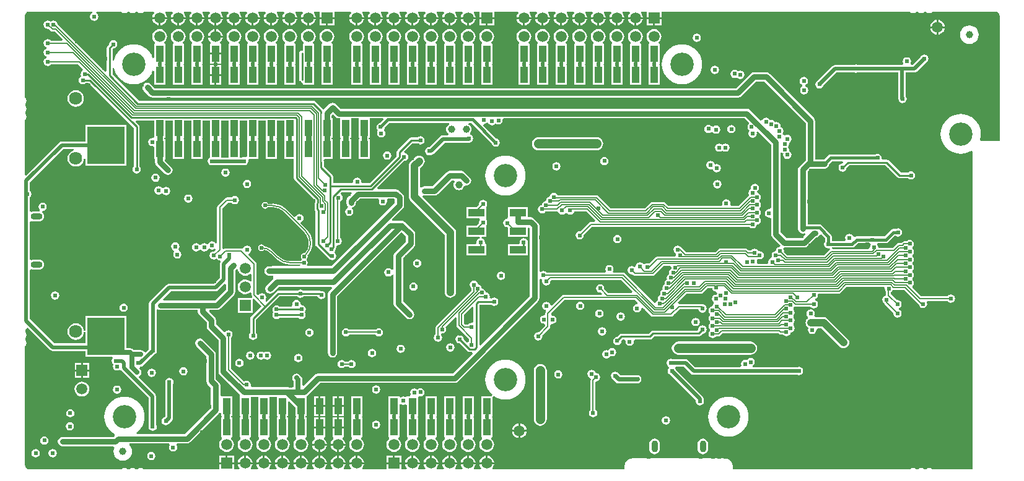
<source format=gbl>
G04*
G04 #@! TF.GenerationSoftware,Altium Limited,Altium Designer,18.0.11 (651)*
G04*
G04 Layer_Physical_Order=4*
G04 Layer_Color=16711680*
%FSLAX24Y24*%
%MOIN*%
G70*
G01*
G75*
%ADD11C,0.0098*%
%ADD13C,0.0100*%
%ADD15C,0.0200*%
%ADD16C,0.0060*%
%ADD19C,0.0080*%
%ADD68C,0.0394*%
%ADD83R,0.0402X0.0862*%
%ADD108C,0.0240*%
%ADD189C,0.0065*%
%ADD203C,0.0591*%
%ADD204C,0.0150*%
%ADD206C,0.0300*%
%ADD207C,0.0250*%
%ADD208C,0.0400*%
%ADD210C,0.0500*%
%ADD217C,0.1260*%
%ADD218R,0.0591X0.0591*%
%ADD219R,0.0591X0.0591*%
%ADD220O,0.0630X0.0354*%
%ADD221O,0.0354X0.0630*%
%ADD222C,0.0390*%
%ADD223C,0.0701*%
%ADD224C,0.0240*%
%ADD226C,0.1969*%
%ADD227R,0.2000X0.2000*%
G04:AMPARAMS|DCode=228|XSize=393.7mil|YSize=393.7mil|CornerRadius=98.4mil|HoleSize=0mil|Usage=FLASHONLY|Rotation=270.000|XOffset=0mil|YOffset=0mil|HoleType=Round|Shape=RoundedRectangle|*
%AMROUNDEDRECTD228*
21,1,0.3937,0.1969,0,0,270.0*
21,1,0.1969,0.3937,0,0,270.0*
1,1,0.1969,-0.0984,-0.0984*
1,1,0.1969,-0.0984,0.0984*
1,1,0.1969,0.0984,0.0984*
1,1,0.1969,0.0984,-0.0984*
%
%ADD228ROUNDEDRECTD228*%
%ADD229R,0.0874X0.0402*%
%ADD230C,0.0157*%
G36*
X400Y24847D02*
X3766D01*
X3767Y24844D01*
X3779Y24767D01*
X3721Y24729D01*
X3673Y24656D01*
X3656Y24570D01*
X3673Y24484D01*
X3721Y24411D01*
X3794Y24363D01*
X3880Y24346D01*
X3966Y24363D01*
X4039Y24411D01*
X4087Y24484D01*
X4104Y24570D01*
X4087Y24656D01*
X4039Y24729D01*
X3981Y24767D01*
X3993Y24844D01*
X3994Y24847D01*
X5315D01*
X5328Y24829D01*
X5406Y24776D01*
X5499Y24758D01*
X5592Y24776D01*
X5670Y24829D01*
X5675Y24836D01*
X5756D01*
X5761Y24829D01*
X5839Y24776D01*
X5932Y24758D01*
X6025Y24776D01*
X6103Y24829D01*
X6108Y24836D01*
X6189D01*
X6194Y24829D01*
X6272Y24776D01*
X6365Y24758D01*
X6458Y24776D01*
X6536Y24829D01*
X6549Y24847D01*
X7072D01*
X7091Y24820D01*
X7107Y24767D01*
X7055Y24699D01*
X7015Y24603D01*
X7008Y24550D01*
X7400D01*
X7792D01*
X7785Y24603D01*
X7745Y24699D01*
X7693Y24767D01*
X7709Y24820D01*
X7728Y24847D01*
X8072D01*
X8091Y24820D01*
X8107Y24767D01*
X8055Y24699D01*
X8015Y24603D01*
X8008Y24550D01*
X8400D01*
X8792D01*
X8785Y24603D01*
X8745Y24699D01*
X8693Y24767D01*
X8709Y24820D01*
X8728Y24847D01*
X9072D01*
X9091Y24820D01*
X9107Y24767D01*
X9055Y24699D01*
X9015Y24603D01*
X9008Y24550D01*
X9400D01*
X9792D01*
X9785Y24603D01*
X9745Y24699D01*
X9693Y24767D01*
X9709Y24820D01*
X9728Y24847D01*
X10072D01*
X10091Y24820D01*
X10107Y24767D01*
X10055Y24699D01*
X10015Y24603D01*
X10008Y24550D01*
X10400D01*
X10792D01*
X10785Y24603D01*
X10745Y24699D01*
X10693Y24767D01*
X10709Y24820D01*
X10728Y24847D01*
X11072D01*
X11091Y24820D01*
X11107Y24767D01*
X11055Y24699D01*
X11015Y24603D01*
X11008Y24550D01*
X11400D01*
X11792D01*
X11785Y24603D01*
X11745Y24699D01*
X11693Y24767D01*
X11709Y24820D01*
X11728Y24847D01*
X12072D01*
X12091Y24820D01*
X12107Y24767D01*
X12055Y24699D01*
X12015Y24603D01*
X12008Y24550D01*
X12400D01*
X12792D01*
X12785Y24603D01*
X12745Y24699D01*
X12693Y24767D01*
X12709Y24820D01*
X12728Y24847D01*
X13072D01*
X13091Y24820D01*
X13107Y24767D01*
X13055Y24699D01*
X13015Y24603D01*
X13008Y24550D01*
X13400D01*
X13792D01*
X13785Y24603D01*
X13745Y24699D01*
X13693Y24767D01*
X13709Y24820D01*
X13728Y24847D01*
X14072D01*
X14091Y24820D01*
X14107Y24767D01*
X14055Y24699D01*
X14015Y24603D01*
X14008Y24550D01*
X14400D01*
X14792D01*
X14785Y24603D01*
X14745Y24699D01*
X14693Y24767D01*
X14709Y24820D01*
X14728Y24847D01*
X15072D01*
X15091Y24820D01*
X15107Y24767D01*
X15055Y24699D01*
X15015Y24603D01*
X15008Y24550D01*
X15400D01*
X15792D01*
X15785Y24603D01*
X15745Y24699D01*
X15693Y24767D01*
X15709Y24820D01*
X15728Y24847D01*
X16005D01*
Y24550D01*
X16400D01*
X16795D01*
Y24847D01*
X17672D01*
X17691Y24820D01*
X17707Y24767D01*
X17655Y24699D01*
X17615Y24603D01*
X17608Y24550D01*
X18000D01*
X18392D01*
X18385Y24603D01*
X18345Y24699D01*
X18293Y24767D01*
X18309Y24820D01*
X18328Y24847D01*
X18672D01*
X18691Y24820D01*
X18707Y24767D01*
X18655Y24699D01*
X18615Y24603D01*
X18608Y24550D01*
X19000D01*
X19392D01*
X19385Y24603D01*
X19345Y24699D01*
X19293Y24767D01*
X19309Y24820D01*
X19328Y24847D01*
X19672D01*
X19691Y24820D01*
X19707Y24767D01*
X19655Y24699D01*
X19615Y24603D01*
X19608Y24550D01*
X20000D01*
X20392D01*
X20385Y24603D01*
X20345Y24699D01*
X20293Y24767D01*
X20309Y24820D01*
X20328Y24847D01*
X20672D01*
X20691Y24820D01*
X20707Y24767D01*
X20655Y24699D01*
X20615Y24603D01*
X20608Y24550D01*
X21000D01*
X21392D01*
X21385Y24603D01*
X21345Y24699D01*
X21293Y24767D01*
X21309Y24820D01*
X21328Y24847D01*
X21672D01*
X21691Y24820D01*
X21707Y24767D01*
X21655Y24699D01*
X21615Y24603D01*
X21608Y24550D01*
X22000D01*
X22392D01*
X22385Y24603D01*
X22345Y24699D01*
X22293Y24767D01*
X22309Y24820D01*
X22328Y24847D01*
X22672D01*
X22691Y24820D01*
X22707Y24767D01*
X22655Y24699D01*
X22615Y24603D01*
X22608Y24550D01*
X23000D01*
X23392D01*
X23385Y24603D01*
X23345Y24699D01*
X23293Y24767D01*
X23309Y24820D01*
X23328Y24847D01*
X23672D01*
X23691Y24820D01*
X23707Y24767D01*
X23655Y24699D01*
X23615Y24603D01*
X23608Y24550D01*
X24000D01*
X24392D01*
X24385Y24603D01*
X24345Y24699D01*
X24293Y24767D01*
X24309Y24820D01*
X24328Y24847D01*
X24605D01*
Y24550D01*
X25000D01*
X25395D01*
Y24847D01*
X26672D01*
X26691Y24820D01*
X26707Y24767D01*
X26655Y24699D01*
X26615Y24603D01*
X26608Y24550D01*
X27000D01*
X27392D01*
X27385Y24603D01*
X27345Y24699D01*
X27293Y24767D01*
X27309Y24820D01*
X27328Y24847D01*
X27672D01*
X27691Y24820D01*
X27707Y24767D01*
X27655Y24699D01*
X27615Y24603D01*
X27608Y24550D01*
X28000D01*
X28392D01*
X28385Y24603D01*
X28345Y24699D01*
X28293Y24767D01*
X28309Y24820D01*
X28328Y24847D01*
X28672D01*
X28691Y24820D01*
X28707Y24767D01*
X28655Y24699D01*
X28615Y24603D01*
X28608Y24550D01*
X29000D01*
X29392D01*
X29385Y24603D01*
X29345Y24699D01*
X29293Y24767D01*
X29309Y24820D01*
X29328Y24847D01*
X29672D01*
X29691Y24820D01*
X29707Y24767D01*
X29655Y24699D01*
X29615Y24603D01*
X29608Y24550D01*
X30000D01*
X30392D01*
X30385Y24603D01*
X30345Y24699D01*
X30293Y24767D01*
X30309Y24820D01*
X30328Y24847D01*
X30672D01*
X30691Y24820D01*
X30707Y24767D01*
X30655Y24699D01*
X30615Y24603D01*
X30608Y24550D01*
X31000D01*
X31392D01*
X31385Y24603D01*
X31345Y24699D01*
X31293Y24767D01*
X31309Y24820D01*
X31328Y24847D01*
X31672D01*
X31691Y24820D01*
X31707Y24767D01*
X31655Y24699D01*
X31615Y24603D01*
X31608Y24550D01*
X32000D01*
X32392D01*
X32385Y24603D01*
X32345Y24699D01*
X32293Y24767D01*
X32309Y24820D01*
X32328Y24847D01*
X32672D01*
X32691Y24820D01*
X32707Y24767D01*
X32655Y24699D01*
X32615Y24603D01*
X32608Y24550D01*
X33000D01*
X33392D01*
X33385Y24603D01*
X33345Y24699D01*
X33293Y24767D01*
X33309Y24820D01*
X33328Y24847D01*
X33605D01*
Y24550D01*
X34000D01*
X34395D01*
Y24847D01*
X47764D01*
X47776Y24829D01*
X47855Y24776D01*
X47948Y24758D01*
X48041Y24776D01*
X48119Y24829D01*
X48124Y24836D01*
X48205D01*
X48209Y24829D01*
X48288Y24776D01*
X48381Y24758D01*
X48474Y24776D01*
X48552Y24829D01*
X48557Y24836D01*
X48638D01*
X48642Y24829D01*
X48721Y24776D01*
X48814Y24758D01*
X48907Y24776D01*
X48985Y24829D01*
X48998Y24847D01*
X52350D01*
X52357Y24848D01*
X52446Y24831D01*
X52527Y24777D01*
X52581Y24696D01*
X52598Y24607D01*
X52597Y24600D01*
Y17900D01*
X52581Y17880D01*
X51590D01*
X51536Y17960D01*
X51565Y18081D01*
X51578Y18250D01*
X51565Y18419D01*
X51525Y18583D01*
X51461Y18739D01*
X51372Y18884D01*
X51262Y19012D01*
X51134Y19122D01*
X50989Y19211D01*
X50833Y19275D01*
X50669Y19315D01*
X50500Y19328D01*
X50331Y19315D01*
X50167Y19275D01*
X50011Y19211D01*
X49866Y19122D01*
X49738Y19012D01*
X49628Y18884D01*
X49539Y18739D01*
X49475Y18583D01*
X49435Y18419D01*
X49422Y18250D01*
X49435Y18081D01*
X49475Y17917D01*
X49539Y17761D01*
X49628Y17616D01*
X49738Y17488D01*
X49866Y17378D01*
X50011Y17289D01*
X50167Y17225D01*
X50331Y17185D01*
X50500Y17172D01*
X50669Y17185D01*
X50833Y17225D01*
X50989Y17289D01*
X51071Y17340D01*
X51151Y17295D01*
X51150Y153D01*
X48998D01*
X48985Y171D01*
X48907Y224D01*
X48814Y242D01*
X48721Y224D01*
X48642Y171D01*
X48638Y164D01*
X48557D01*
X48552Y171D01*
X48474Y224D01*
X48381Y242D01*
X48288Y224D01*
X48209Y171D01*
X48205Y164D01*
X48124D01*
X48119Y171D01*
X48041Y224D01*
X47948Y242D01*
X47855Y224D01*
X47776Y171D01*
X47764Y153D01*
X38331D01*
Y153D01*
X38293Y161D01*
X38262Y182D01*
X38241Y213D01*
X38234Y250D01*
X38233D01*
Y350D01*
X38234D01*
X38220Y454D01*
X38180Y552D01*
X38116Y635D01*
X38032Y699D01*
X37935Y740D01*
X37831Y753D01*
Y753D01*
X32822D01*
Y753D01*
X32718Y740D01*
X32621Y699D01*
X32537Y635D01*
X32473Y552D01*
X32433Y454D01*
X32419Y350D01*
X32420D01*
Y250D01*
X32419D01*
X32412Y213D01*
X32391Y182D01*
X32360Y161D01*
X32322Y153D01*
Y153D01*
X25328D01*
X25309Y180D01*
X25293Y233D01*
X25345Y301D01*
X25385Y397D01*
X25392Y450D01*
X24608D01*
X24615Y397D01*
X24655Y301D01*
X24707Y233D01*
X24691Y180D01*
X24672Y153D01*
X24328D01*
X24309Y180D01*
X24293Y233D01*
X24345Y301D01*
X24385Y397D01*
X24392Y450D01*
X23608D01*
X23615Y397D01*
X23655Y301D01*
X23707Y233D01*
X23691Y180D01*
X23672Y153D01*
X23328D01*
X23309Y180D01*
X23293Y233D01*
X23345Y301D01*
X23385Y397D01*
X23392Y450D01*
X22608D01*
X22615Y397D01*
X22655Y301D01*
X22707Y233D01*
X22691Y180D01*
X22672Y153D01*
X22328D01*
X22309Y180D01*
X22293Y233D01*
X22345Y301D01*
X22385Y397D01*
X22392Y450D01*
X21608D01*
X21615Y397D01*
X21655Y301D01*
X21707Y233D01*
X21691Y180D01*
X21672Y153D01*
X21328D01*
X21309Y180D01*
X21293Y233D01*
X21345Y301D01*
X21385Y397D01*
X21392Y450D01*
X20608D01*
X20615Y397D01*
X20655Y301D01*
X20707Y233D01*
X20691Y180D01*
X20672Y153D01*
X20395D01*
Y450D01*
X19605D01*
Y153D01*
X18328D01*
X18309Y180D01*
X18293Y233D01*
X18345Y301D01*
X18385Y397D01*
X18392Y450D01*
X17608D01*
X17615Y397D01*
X17655Y301D01*
X17707Y233D01*
X17691Y180D01*
X17672Y153D01*
X17328D01*
X17309Y180D01*
X17293Y233D01*
X17345Y301D01*
X17385Y397D01*
X17392Y450D01*
X16608D01*
X16615Y397D01*
X16655Y301D01*
X16707Y233D01*
X16691Y180D01*
X16672Y153D01*
X16328D01*
X16309Y180D01*
X16293Y233D01*
X16345Y301D01*
X16385Y397D01*
X16392Y450D01*
X15608D01*
X15615Y397D01*
X15655Y301D01*
X15707Y233D01*
X15691Y180D01*
X15672Y153D01*
X15328D01*
X15309Y180D01*
X15293Y233D01*
X15345Y301D01*
X15385Y397D01*
X15392Y450D01*
X14608D01*
X14615Y397D01*
X14655Y301D01*
X14707Y233D01*
X14691Y180D01*
X14672Y153D01*
X14328D01*
X14309Y180D01*
X14293Y233D01*
X14345Y301D01*
X14385Y397D01*
X14392Y450D01*
X13608D01*
X13615Y397D01*
X13655Y301D01*
X13707Y233D01*
X13691Y180D01*
X13672Y153D01*
X13328D01*
X13309Y180D01*
X13293Y233D01*
X13345Y301D01*
X13385Y397D01*
X13392Y450D01*
X12608D01*
X12615Y397D01*
X12655Y301D01*
X12707Y233D01*
X12691Y180D01*
X12672Y153D01*
X12328D01*
X12309Y180D01*
X12293Y233D01*
X12345Y301D01*
X12385Y397D01*
X12392Y450D01*
X11608D01*
X11615Y397D01*
X11655Y301D01*
X11707Y233D01*
X11691Y180D01*
X11672Y153D01*
X11395D01*
Y450D01*
X10605D01*
Y153D01*
X6549D01*
X6536Y171D01*
X6458Y224D01*
X6365Y242D01*
X6272Y224D01*
X6194Y171D01*
X6189Y164D01*
X6108D01*
X6103Y171D01*
X6025Y224D01*
X5932Y242D01*
X5839Y224D01*
X5761Y171D01*
X5756Y164D01*
X5675D01*
X5670Y171D01*
X5592Y224D01*
X5499Y242D01*
X5406Y224D01*
X5328Y171D01*
X5315Y153D01*
X400D01*
X393Y152D01*
X304Y169D01*
X223Y223D01*
X169Y304D01*
X165Y325D01*
X153Y400D01*
X153Y400D01*
X153Y400D01*
Y6786D01*
X171Y6799D01*
X224Y6878D01*
X242Y6970D01*
X224Y7063D01*
X171Y7142D01*
X164Y7146D01*
Y7227D01*
X171Y7232D01*
X224Y7311D01*
X242Y7403D01*
X224Y7496D01*
X171Y7575D01*
X164Y7579D01*
Y7660D01*
X171Y7665D01*
X224Y7744D01*
X229Y7769D01*
X316Y7796D01*
X1506Y6606D01*
X1572Y6562D01*
X1650Y6546D01*
X3400D01*
Y6244D01*
X4850D01*
X4873Y6189D01*
X4878Y6164D01*
X4833Y6096D01*
X4816Y6010D01*
X4833Y5924D01*
X4881Y5851D01*
X4922Y5824D01*
X4903Y5796D01*
X4886Y5710D01*
X4903Y5624D01*
X4951Y5551D01*
X5024Y5503D01*
X5110Y5486D01*
X5196Y5503D01*
X5223Y5521D01*
X5324Y5503D01*
X5327Y5501D01*
X5336Y5488D01*
X6796Y4027D01*
Y2480D01*
X6798Y2471D01*
X6796Y2460D01*
X6813Y2374D01*
X6861Y2301D01*
X6934Y2253D01*
X7020Y2236D01*
X7106Y2253D01*
X7179Y2301D01*
X7227Y2374D01*
X7244Y2460D01*
X7227Y2546D01*
X7204Y2581D01*
Y4112D01*
X7188Y4190D01*
X7144Y4256D01*
X6284Y5116D01*
X6302Y5211D01*
X6342Y5238D01*
X6392Y5312D01*
X6409Y5400D01*
X6392Y5488D01*
X6342Y5562D01*
X6307Y5597D01*
X6325Y5679D01*
X6327Y5682D01*
X6331Y5686D01*
X6356D01*
X6434Y5702D01*
X6500Y5746D01*
X7106Y6352D01*
X7112Y6353D01*
X7184Y6401D01*
X7233Y6474D01*
X7250Y6560D01*
X7233Y6646D01*
X7230Y6651D01*
Y8760D01*
X7310Y8803D01*
X7352Y8775D01*
X7450Y8755D01*
X9445D01*
Y8680D01*
X9465Y8582D01*
X9520Y8499D01*
X9925Y8094D01*
Y7880D01*
X9945Y7782D01*
X10000Y7700D01*
X10560Y7139D01*
Y5445D01*
X10580Y5347D01*
X10635Y5265D01*
X11712Y4188D01*
X11699Y4108D01*
X11699D01*
Y3046D01*
X11745D01*
Y2954D01*
X11699D01*
Y1892D01*
X11730D01*
X11757Y1812D01*
X11718Y1782D01*
X11655Y1699D01*
X11615Y1603D01*
X11601Y1500D01*
X11615Y1397D01*
X11655Y1301D01*
X11718Y1218D01*
X11801Y1155D01*
X11897Y1115D01*
X12000Y1101D01*
X12103Y1115D01*
X12199Y1155D01*
X12282Y1218D01*
X12345Y1301D01*
X12385Y1397D01*
X12399Y1500D01*
X12385Y1603D01*
X12345Y1699D01*
X12282Y1782D01*
X12243Y1812D01*
X12270Y1892D01*
X12301D01*
Y2954D01*
X12255D01*
Y3046D01*
X12301D01*
Y4075D01*
X12699D01*
Y3046D01*
X12699D01*
X12711Y3000D01*
X12699Y2954D01*
X12699D01*
Y1892D01*
X12730D01*
X12757Y1812D01*
X12718Y1782D01*
X12655Y1699D01*
X12615Y1603D01*
X12601Y1500D01*
X12615Y1397D01*
X12655Y1301D01*
X12718Y1218D01*
X12801Y1155D01*
X12897Y1115D01*
X13000Y1101D01*
X13103Y1115D01*
X13199Y1155D01*
X13282Y1218D01*
X13345Y1301D01*
X13385Y1397D01*
X13399Y1500D01*
X13385Y1603D01*
X13345Y1699D01*
X13282Y1782D01*
X13243Y1812D01*
X13270Y1892D01*
X13301D01*
Y2954D01*
X13301D01*
X13289Y3000D01*
X13301Y3046D01*
X13301D01*
Y4075D01*
X13699D01*
Y3046D01*
X13745D01*
Y2954D01*
X13699D01*
Y1892D01*
X13730D01*
X13757Y1812D01*
X13718Y1782D01*
X13655Y1699D01*
X13615Y1603D01*
X13601Y1500D01*
X13615Y1397D01*
X13655Y1301D01*
X13718Y1218D01*
X13801Y1155D01*
X13897Y1115D01*
X14000Y1101D01*
X14103Y1115D01*
X14199Y1155D01*
X14282Y1218D01*
X14345Y1301D01*
X14385Y1397D01*
X14399Y1500D01*
X14385Y1603D01*
X14345Y1699D01*
X14282Y1782D01*
X14243Y1812D01*
X14270Y1892D01*
X14301D01*
Y2954D01*
X14255D01*
Y3046D01*
X14301D01*
Y3811D01*
X14375Y3842D01*
X14699Y3517D01*
Y3046D01*
X14745D01*
Y2954D01*
X14699D01*
Y1892D01*
X14730D01*
X14757Y1812D01*
X14718Y1782D01*
X14655Y1699D01*
X14615Y1603D01*
X14601Y1500D01*
X14615Y1397D01*
X14655Y1301D01*
X14718Y1218D01*
X14801Y1155D01*
X14897Y1115D01*
X15000Y1101D01*
X15103Y1115D01*
X15199Y1155D01*
X15282Y1218D01*
X15345Y1301D01*
X15385Y1397D01*
X15399Y1500D01*
X15385Y1603D01*
X15345Y1699D01*
X15282Y1782D01*
X15243Y1812D01*
X15270Y1892D01*
X15301D01*
Y2954D01*
X15255D01*
Y3046D01*
X15301D01*
Y4108D01*
X15344Y4146D01*
X15347Y4148D01*
X15350Y4150D01*
X16026Y4825D01*
X23267D01*
X23364Y4845D01*
X23447Y4900D01*
X27700Y9153D01*
X27727Y9193D01*
X27750Y9216D01*
X27806Y9299D01*
X27825Y9397D01*
Y10403D01*
X27897Y10440D01*
X27960Y10406D01*
X27983Y10336D01*
X27976Y10300D01*
X27993Y10214D01*
X28041Y10141D01*
X28114Y10093D01*
X28200Y10076D01*
X28286Y10093D01*
X28359Y10141D01*
X28407Y10214D01*
X28424Y10300D01*
X28421Y10316D01*
X28476Y10377D01*
X32228D01*
X32849Y9756D01*
X32819Y9683D01*
X31525D01*
X31318Y9889D01*
X31324Y9920D01*
X31307Y10006D01*
X31259Y10079D01*
X31186Y10127D01*
X31100Y10144D01*
X31014Y10127D01*
X30941Y10079D01*
X30893Y10006D01*
X30876Y9920D01*
X30893Y9834D01*
X30941Y9761D01*
X31014Y9713D01*
X31100Y9696D01*
X31131Y9702D01*
X31196Y9636D01*
X31165Y9563D01*
X29133D01*
X29082Y9552D01*
X29039Y9524D01*
X28511Y8995D01*
X28424Y9022D01*
X28417Y9056D01*
X28369Y9129D01*
X28296Y9177D01*
X28210Y9194D01*
X28124Y9177D01*
X28051Y9129D01*
X28003Y9056D01*
X27986Y8970D01*
X28003Y8884D01*
X28051Y8811D01*
X28124Y8763D01*
X28158Y8756D01*
X28189Y8674D01*
X28161Y8631D01*
X28151Y8580D01*
Y8515D01*
X28089Y8464D01*
X28073Y8467D01*
X27987Y8450D01*
X27915Y8402D01*
X27866Y8329D01*
X27849Y8243D01*
X27866Y8157D01*
X27915Y8085D01*
X27987Y8036D01*
X28073Y8019D01*
X28138Y7966D01*
X28140Y7897D01*
X27801Y7558D01*
X27770Y7564D01*
X27684Y7547D01*
X27611Y7499D01*
X27563Y7426D01*
X27546Y7340D01*
X27563Y7254D01*
X27611Y7181D01*
X27684Y7133D01*
X27770Y7116D01*
X27856Y7133D01*
X27929Y7181D01*
X27977Y7254D01*
X27994Y7340D01*
X27988Y7371D01*
X28377Y7759D01*
X28406Y7802D01*
X28416Y7853D01*
Y7948D01*
X28496Y8009D01*
X28527Y8003D01*
X28613Y8020D01*
X28686Y8068D01*
X28734Y8141D01*
X28751Y8227D01*
X28734Y8313D01*
X28686Y8386D01*
X28613Y8434D01*
X28527Y8451D01*
X28465Y8513D01*
X28461Y8571D01*
X29188Y9297D01*
X32972D01*
X33119Y9150D01*
X33099Y9099D01*
X33083Y9073D01*
X33004Y9057D01*
X32931Y9009D01*
X32883Y8936D01*
X32866Y8850D01*
X32883Y8764D01*
X32931Y8691D01*
X33004Y8643D01*
X33090Y8626D01*
X33176Y8643D01*
X33249Y8691D01*
X33297Y8764D01*
X33313Y8843D01*
X33339Y8859D01*
X33390Y8879D01*
X33843Y8426D01*
X33886Y8398D01*
X33937Y8387D01*
X34907D01*
X34958Y8398D01*
X35001Y8426D01*
X35392Y8817D01*
X36390D01*
X36403Y8754D01*
X36451Y8681D01*
X36524Y8633D01*
X36610Y8616D01*
X36696Y8633D01*
X36769Y8681D01*
X36817Y8754D01*
X36834Y8840D01*
X36817Y8926D01*
X36769Y8999D01*
X36696Y9047D01*
X36657Y9055D01*
X36631Y9072D01*
X36580Y9083D01*
X35337D01*
X35331Y9081D01*
X35291Y9155D01*
X35762Y9626D01*
X36525D01*
X36576Y9636D01*
X36619Y9665D01*
X36881Y9927D01*
X37134D01*
X37143Y9884D01*
X37191Y9811D01*
X37264Y9763D01*
X37350Y9746D01*
X37398Y9674D01*
X37373Y9636D01*
X37362Y9580D01*
X37340Y9584D01*
X37254Y9567D01*
X37181Y9519D01*
X37133Y9446D01*
X37116Y9360D01*
X37133Y9274D01*
X37181Y9201D01*
X37203Y9187D01*
X37215Y9099D01*
X37166Y9026D01*
X37152Y8954D01*
X37067Y8937D01*
X36995Y8889D01*
X36946Y8816D01*
X36929Y8730D01*
X36946Y8644D01*
X36995Y8571D01*
X37000Y8568D01*
Y8472D01*
X36995Y8469D01*
X36946Y8396D01*
X36929Y8310D01*
X36946Y8224D01*
X36995Y8151D01*
X37000Y8148D01*
Y8052D01*
X36995Y8049D01*
X36946Y7976D01*
X36929Y7890D01*
X36946Y7804D01*
X36995Y7731D01*
X37000Y7728D01*
Y7632D01*
X36995Y7629D01*
X36946Y7556D01*
X36929Y7470D01*
X36946Y7384D01*
X36995Y7311D01*
X37067Y7263D01*
X37153Y7246D01*
X37239Y7263D01*
X37312Y7311D01*
X37329Y7337D01*
X37460D01*
X37511Y7348D01*
X37554Y7376D01*
X37695Y7517D01*
X40675D01*
X40726Y7466D01*
X40769Y7438D01*
X40820Y7427D01*
X40944D01*
X40961Y7401D01*
X41034Y7353D01*
X41120Y7336D01*
X41206Y7353D01*
X41279Y7401D01*
X41327Y7474D01*
X41342Y7546D01*
X41426Y7563D01*
X41499Y7611D01*
X41547Y7684D01*
X41564Y7770D01*
X41547Y7856D01*
X41499Y7929D01*
X41494Y7932D01*
Y8028D01*
X41499Y8031D01*
X41547Y8104D01*
X41564Y8190D01*
X41547Y8276D01*
X41499Y8349D01*
X41494Y8352D01*
Y8448D01*
X41499Y8451D01*
X41547Y8524D01*
X41564Y8610D01*
X41547Y8696D01*
X41499Y8769D01*
X41494Y8772D01*
Y8868D01*
X41499Y8871D01*
X41547Y8944D01*
X41548Y8947D01*
X41597Y8937D01*
X42424D01*
X42441Y8911D01*
X42514Y8863D01*
X42600Y8846D01*
X42686Y8863D01*
X42759Y8911D01*
X42807Y8984D01*
X42824Y9070D01*
X42807Y9156D01*
X42759Y9229D01*
X42686Y9277D01*
X42676Y9279D01*
Y9361D01*
X42686Y9363D01*
X42759Y9411D01*
X42807Y9484D01*
X42824Y9570D01*
X42821Y9586D01*
X42872Y9647D01*
X43960D01*
X44011Y9658D01*
X44054Y9686D01*
X44056Y9690D01*
X44353Y9987D01*
X46368D01*
X46419Y9925D01*
X46416Y9910D01*
X46433Y9824D01*
X46481Y9751D01*
X46487Y9747D01*
Y9550D01*
X46491Y9533D01*
X46414Y9517D01*
X46341Y9469D01*
X46293Y9396D01*
X46276Y9310D01*
X46293Y9224D01*
X46341Y9151D01*
X46376Y9128D01*
X46378Y9119D01*
X46406Y9076D01*
X46882Y8601D01*
X46876Y8570D01*
X46893Y8484D01*
X46941Y8411D01*
X47014Y8363D01*
X47100Y8346D01*
X47186Y8363D01*
X47259Y8411D01*
X47307Y8484D01*
X47324Y8570D01*
X47307Y8656D01*
X47259Y8729D01*
X47186Y8777D01*
X47176Y8779D01*
Y8861D01*
X47186Y8863D01*
X47259Y8911D01*
X47307Y8984D01*
X47324Y9070D01*
X47307Y9156D01*
X47259Y9229D01*
X47186Y9277D01*
X47100Y9294D01*
X47069Y9288D01*
X46753Y9605D01*
Y9721D01*
X46799Y9751D01*
X46847Y9824D01*
X46853Y9853D01*
X46880Y9847D01*
X47465D01*
X48249Y9064D01*
X48263Y8994D01*
X48311Y8921D01*
X48384Y8873D01*
X48470Y8856D01*
X48556Y8873D01*
X48629Y8921D01*
X48677Y8994D01*
X48694Y9080D01*
X48679Y9157D01*
X48684Y9181D01*
X48714Y9237D01*
X49796D01*
X49813Y9211D01*
X49886Y9163D01*
X49972Y9146D01*
X50057Y9163D01*
X50130Y9211D01*
X50179Y9284D01*
X50196Y9370D01*
X50179Y9456D01*
X50130Y9529D01*
X50057Y9577D01*
X49972Y9594D01*
X49886Y9577D01*
X49813Y9529D01*
X49796Y9503D01*
X48368D01*
X47898Y9973D01*
X47905Y10053D01*
X47919Y10061D01*
X47967Y10134D01*
X47984Y10220D01*
X47967Y10306D01*
X47919Y10379D01*
X47914Y10382D01*
Y10478D01*
X47919Y10481D01*
X47967Y10554D01*
X47984Y10640D01*
X47967Y10726D01*
X47919Y10799D01*
X47914Y10802D01*
Y10898D01*
X47919Y10901D01*
X47967Y10974D01*
X47984Y11060D01*
X47967Y11146D01*
X47919Y11219D01*
X47914Y11222D01*
Y11318D01*
X47919Y11321D01*
X47967Y11394D01*
X47984Y11480D01*
X47967Y11566D01*
X47919Y11639D01*
X47914Y11642D01*
Y11738D01*
X47919Y11741D01*
X47967Y11814D01*
X47984Y11900D01*
X47967Y11986D01*
X47919Y12059D01*
X47914Y12062D01*
Y12158D01*
X47919Y12161D01*
X47967Y12234D01*
X47984Y12320D01*
X47967Y12406D01*
X47919Y12479D01*
X47846Y12527D01*
X47760Y12544D01*
X47674Y12527D01*
X47601Y12479D01*
X47584Y12453D01*
X47453D01*
X47402Y12442D01*
X47359Y12414D01*
X47307Y12362D01*
X47172D01*
X47172Y12362D01*
X47121Y12352D01*
X47078Y12323D01*
X46857Y12102D01*
X46088D01*
X46064Y12130D01*
X46047Y12216D01*
X46001Y12286D01*
X46004Y12304D01*
X46027Y12366D01*
X46478D01*
X46478Y12366D01*
X46548Y12379D01*
X46607Y12419D01*
X46945Y12758D01*
X47007D01*
X47044Y12733D01*
X47130Y12716D01*
X47216Y12733D01*
X47289Y12781D01*
X47337Y12854D01*
X47354Y12940D01*
X47337Y13026D01*
X47289Y13099D01*
X47216Y13147D01*
X47130Y13164D01*
X47044Y13147D01*
X47007Y13122D01*
X46870D01*
X46870Y13122D01*
X46800Y13108D01*
X46741Y13069D01*
X46741Y13069D01*
X46402Y12730D01*
X45822D01*
X45750Y12744D01*
X45678Y12730D01*
X44903D01*
X44833Y12716D01*
X44805Y12697D01*
X44721Y12723D01*
X44714Y12730D01*
X44669Y12799D01*
X44596Y12847D01*
X44510Y12864D01*
X44424Y12847D01*
X44351Y12799D01*
X44303Y12726D01*
X44286Y12640D01*
X44301Y12563D01*
X44295Y12538D01*
X44265Y12483D01*
X43564D01*
Y12709D01*
X43550Y12778D01*
X43510Y12838D01*
X43510Y12838D01*
X43021Y13327D01*
X42962Y13366D01*
X42892Y13380D01*
X42892Y13380D01*
X42260D01*
Y16216D01*
X42410Y16367D01*
X42413Y16366D01*
X43165D01*
X43262Y16386D01*
X43345Y16441D01*
X43400Y16523D01*
X43419Y16617D01*
X43575Y16773D01*
X44157D01*
X44188Y16699D01*
X44167Y16674D01*
X44147Y16653D01*
X44063Y16636D01*
X43990Y16588D01*
X43942Y16515D01*
X43925Y16429D01*
X43942Y16343D01*
X43990Y16270D01*
X44063Y16222D01*
X44149Y16205D01*
X44235Y16222D01*
X44308Y16270D01*
X44356Y16343D01*
X44373Y16429D01*
X44372Y16437D01*
X44493Y16558D01*
X46457D01*
X47112Y15903D01*
X47112Y15903D01*
X47161Y15870D01*
X47219Y15859D01*
X47219Y15859D01*
X47663D01*
X47667Y15852D01*
X47740Y15804D01*
X47826Y15786D01*
X47912Y15804D01*
X47985Y15852D01*
X48033Y15925D01*
X48050Y16011D01*
X48033Y16097D01*
X47985Y16169D01*
X47912Y16218D01*
X47826Y16235D01*
X47740Y16218D01*
X47667Y16169D01*
X47663Y16163D01*
X47282D01*
X46628Y16818D01*
X46578Y16851D01*
X46520Y16862D01*
X46317D01*
X46251Y16942D01*
X46254Y16956D01*
X46237Y17041D01*
X46188Y17114D01*
X46115Y17163D01*
X46029Y17180D01*
X45944Y17163D01*
X45906Y17138D01*
X43499D01*
X43430Y17124D01*
X43371Y17085D01*
X43371Y17085D01*
X43162Y16876D01*
X42668D01*
Y18947D01*
X42648Y19045D01*
X42593Y19127D01*
X40220Y21500D01*
X40138Y21556D01*
X40040Y21575D01*
X39380D01*
X39282Y21556D01*
X39200Y21500D01*
X38409Y20710D01*
X7129D01*
X6906Y20932D01*
X6824Y20987D01*
X6726Y21007D01*
X6628Y20987D01*
X6546Y20932D01*
X6491Y20850D01*
X6471Y20752D01*
X6491Y20654D01*
X6546Y20572D01*
X6843Y20275D01*
X6925Y20220D01*
X7023Y20200D01*
X38515D01*
X38613Y20220D01*
X38695Y20275D01*
X39486Y21065D01*
X39934D01*
X42158Y18841D01*
Y16835D01*
X41825Y16502D01*
X41769Y16419D01*
X41750Y16321D01*
Y13135D01*
X41769Y13038D01*
X41825Y12955D01*
X41833Y12947D01*
X41916Y12891D01*
X42013Y12872D01*
X42111Y12891D01*
X42156Y12825D01*
X41966Y12636D01*
X41125D01*
X40805Y12956D01*
Y17227D01*
X40885Y17251D01*
X40891Y17241D01*
X40961Y17195D01*
X40946Y17120D01*
X40963Y17034D01*
X41011Y16961D01*
X41084Y16913D01*
X41170Y16896D01*
X41256Y16913D01*
X41329Y16961D01*
X41377Y17034D01*
X41394Y17120D01*
X41377Y17206D01*
X41329Y17279D01*
X41259Y17325D01*
X41274Y17400D01*
X41257Y17486D01*
X41214Y17550D01*
X41257Y17614D01*
X41274Y17700D01*
X41259Y17775D01*
X41329Y17821D01*
X41377Y17894D01*
X41394Y17980D01*
X41377Y18066D01*
X41329Y18139D01*
X41256Y18187D01*
X41170Y18204D01*
X41084Y18187D01*
X41044Y18161D01*
X40958Y18189D01*
X40956Y18191D01*
X40914Y18253D01*
X40957Y18317D01*
X40974Y18403D01*
X40957Y18489D01*
X40909Y18562D01*
X40836Y18610D01*
X40805Y18616D01*
X40814Y18663D01*
X40797Y18749D01*
X40749Y18822D01*
X40676Y18870D01*
X40590Y18887D01*
X40515Y18872D01*
X40469Y18942D01*
X40396Y18990D01*
X40310Y19007D01*
X40235Y18992D01*
X40189Y19062D01*
X40116Y19110D01*
X40030Y19127D01*
X39944Y19110D01*
X39871Y19062D01*
X39823Y18989D01*
X39822Y18987D01*
X39736Y18960D01*
X39166Y19530D01*
X39083Y19585D01*
X38985Y19605D01*
X17136D01*
X16880Y19860D01*
X16798Y19915D01*
X16700Y19935D01*
X16602Y19915D01*
X16520Y19860D01*
X16268Y19608D01*
X16205Y19572D01*
X16158Y19608D01*
X15778Y19988D01*
X15729Y20021D01*
X15670Y20033D01*
X6283D01*
X4863Y21453D01*
Y21789D01*
X4943Y21799D01*
X4975Y21667D01*
X5039Y21511D01*
X5128Y21366D01*
X5238Y21238D01*
X5366Y21128D01*
X5511Y21039D01*
X5667Y20975D01*
X5831Y20935D01*
X6000Y20922D01*
X6169Y20935D01*
X6333Y20975D01*
X6489Y21039D01*
X6634Y21128D01*
X6762Y21238D01*
X6872Y21366D01*
X6961Y21511D01*
X7019Y21652D01*
X7099Y21636D01*
Y20892D01*
X7701D01*
Y21954D01*
X7701D01*
X7689Y22000D01*
X7701Y22046D01*
X7701D01*
Y23108D01*
X7670D01*
X7643Y23188D01*
X7682Y23218D01*
X7745Y23301D01*
X7785Y23397D01*
X7799Y23500D01*
X7785Y23603D01*
X7745Y23699D01*
X7682Y23782D01*
X7599Y23845D01*
X7503Y23885D01*
X7400Y23899D01*
X7297Y23885D01*
X7201Y23845D01*
X7118Y23782D01*
X7055Y23699D01*
X7015Y23603D01*
X7001Y23500D01*
X7015Y23397D01*
X7055Y23301D01*
X7118Y23218D01*
X7157Y23188D01*
X7130Y23108D01*
X7099D01*
Y22364D01*
X7019Y22348D01*
X6961Y22489D01*
X6872Y22634D01*
X6762Y22762D01*
X6634Y22872D01*
X6489Y22961D01*
X6333Y23025D01*
X6169Y23065D01*
X6000Y23078D01*
X5831Y23065D01*
X5667Y23025D01*
X5511Y22961D01*
X5366Y22872D01*
X5238Y22762D01*
X5128Y22634D01*
X5039Y22489D01*
X4975Y22333D01*
X4943Y22201D01*
X4863Y22211D01*
Y22788D01*
X4900Y22856D01*
X4986Y22873D01*
X5059Y22921D01*
X5107Y22994D01*
X5124Y23080D01*
X5107Y23166D01*
X5059Y23239D01*
X4986Y23287D01*
X4900Y23304D01*
X4814Y23287D01*
X4741Y23239D01*
X4693Y23166D01*
X4676Y23080D01*
X4677Y23073D01*
X4602Y22998D01*
X4569Y22949D01*
X4557Y22890D01*
Y21618D01*
X4483Y21587D01*
X1898Y24173D01*
X1887Y24226D01*
X1839Y24299D01*
X1766Y24347D01*
X1680Y24364D01*
X1594Y24347D01*
X1530Y24304D01*
X1466Y24347D01*
X1380Y24364D01*
X1294Y24347D01*
X1221Y24299D01*
X1173Y24226D01*
X1156Y24140D01*
X1173Y24054D01*
X1221Y23981D01*
X1294Y23933D01*
X1380Y23916D01*
X1411Y23922D01*
X1536Y23796D01*
X1579Y23768D01*
X1630Y23757D01*
X1768D01*
X2179Y23346D01*
X2149Y23273D01*
X1556D01*
X1538Y23299D01*
X1466Y23347D01*
X1380Y23364D01*
X1294Y23347D01*
X1221Y23299D01*
X1173Y23226D01*
X1156Y23140D01*
X1173Y23054D01*
X1221Y22981D01*
X1294Y22933D01*
X1304Y22931D01*
Y22849D01*
X1294Y22847D01*
X1221Y22799D01*
X1173Y22726D01*
X1156Y22640D01*
X1173Y22554D01*
X1221Y22481D01*
X1294Y22433D01*
X1304Y22431D01*
Y22349D01*
X1294Y22347D01*
X1221Y22299D01*
X1173Y22226D01*
X1156Y22140D01*
X1173Y22054D01*
X1221Y21981D01*
X1294Y21933D01*
X1380Y21916D01*
X1466Y21933D01*
X1538Y21981D01*
X1556Y22007D01*
X3009D01*
X3276Y21741D01*
X3255Y21648D01*
X3211Y21619D01*
X3163Y21546D01*
X3146Y21460D01*
X3163Y21374D01*
X3174Y21357D01*
X3101Y21309D01*
X3053Y21236D01*
X3036Y21150D01*
X3053Y21064D01*
X3101Y20991D01*
X3174Y20943D01*
X3260Y20926D01*
X3346Y20943D01*
X3419Y20991D01*
X3422Y20997D01*
X3566D01*
X6007Y18556D01*
Y16502D01*
X6001Y16499D01*
X5953Y16426D01*
X5936Y16340D01*
X5953Y16254D01*
X6001Y16181D01*
X6074Y16133D01*
X6160Y16116D01*
X6246Y16133D01*
X6319Y16181D01*
X6367Y16254D01*
X6384Y16340D01*
X6367Y16426D01*
X6319Y16499D01*
X6313Y16502D01*
Y18620D01*
X6301Y18678D01*
X6268Y18728D01*
X6103Y18893D01*
X6134Y18967D01*
X7099D01*
Y18098D01*
X7025Y18031D01*
X7010Y18034D01*
X6924Y18017D01*
X6851Y17969D01*
X6803Y17896D01*
X6786Y17810D01*
X6803Y17724D01*
X6851Y17651D01*
X6924Y17603D01*
X7010Y17586D01*
X7019Y17588D01*
X7099Y17522D01*
Y16892D01*
X7145D01*
Y16730D01*
X7164Y16632D01*
X7220Y16550D01*
X7660Y16110D01*
X7742Y16055D01*
X7840Y16035D01*
X7938Y16055D01*
X8020Y16110D01*
X8075Y16192D01*
X8095Y16290D01*
X8075Y16388D01*
X8020Y16470D01*
X7678Y16812D01*
X7701Y16892D01*
X7701D01*
Y17954D01*
X7655D01*
Y18046D01*
X7701D01*
Y18967D01*
X8099D01*
Y18046D01*
X8099D01*
X8111Y18000D01*
X8099Y17954D01*
X8099D01*
Y16892D01*
X8701D01*
Y17954D01*
X8701D01*
X8689Y18000D01*
X8701Y18046D01*
X8701D01*
Y18967D01*
X9099D01*
Y18046D01*
X9099D01*
X9111Y18000D01*
X9099Y17954D01*
X9099D01*
Y16892D01*
X9701D01*
Y17954D01*
X9701D01*
X9689Y18000D01*
X9701Y18046D01*
X9701D01*
Y18967D01*
X10099D01*
Y18046D01*
X10099D01*
X10111Y18000D01*
X10099Y17954D01*
X10099D01*
Y16971D01*
X10051Y16939D01*
X10003Y16866D01*
X9986Y16780D01*
X10003Y16694D01*
X10051Y16621D01*
X10124Y16573D01*
X10210Y16556D01*
X10296Y16573D01*
X10301Y16576D01*
X11849D01*
X11854Y16573D01*
X11940Y16556D01*
X12026Y16573D01*
X12099Y16621D01*
X12147Y16694D01*
X12164Y16780D01*
X12158Y16812D01*
X12219Y16892D01*
X12701D01*
Y17954D01*
X12701D01*
X12689Y18000D01*
X12701Y18046D01*
X12701D01*
Y18967D01*
X13099D01*
Y18046D01*
X13099D01*
X13111Y18000D01*
X13099Y17954D01*
X13099D01*
Y16892D01*
X13701D01*
Y17954D01*
X13701D01*
X13689Y18000D01*
X13701Y18046D01*
X13701D01*
Y18967D01*
X14099D01*
Y18046D01*
X14099D01*
X14111Y18000D01*
X14099Y17954D01*
X14099D01*
Y16892D01*
X14617D01*
Y15870D01*
X14629Y15811D01*
X14662Y15762D01*
X15747Y14677D01*
Y14576D01*
X15739Y14563D01*
X15727Y14505D01*
Y14190D01*
X15739Y14131D01*
X15772Y14082D01*
X15777Y14077D01*
Y12310D01*
X15789Y12251D01*
X15822Y12202D01*
X16472Y11552D01*
X16500Y11533D01*
X16521Y11501D01*
X16594Y11453D01*
X16680Y11436D01*
X16766Y11453D01*
X16839Y11501D01*
X16887Y11574D01*
X16904Y11660D01*
X16887Y11746D01*
X16849Y11802D01*
X16809Y11871D01*
X16857Y11944D01*
X16874Y12030D01*
X16871Y12046D01*
X16881Y12061D01*
X16893Y12120D01*
Y12198D01*
X16955Y12249D01*
X16970Y12246D01*
X17056Y12263D01*
X17129Y12311D01*
X17177Y12384D01*
X17194Y12470D01*
X17177Y12556D01*
X17129Y12629D01*
X17103Y12646D01*
Y14602D01*
X17106Y14603D01*
X17179Y14651D01*
X17227Y14724D01*
X17244Y14810D01*
X17227Y14896D01*
X17179Y14969D01*
X17163Y14979D01*
X17155Y15059D01*
X17213Y15117D01*
X17712D01*
X17743Y15043D01*
X17520Y14820D01*
X17464Y14738D01*
X17445Y14640D01*
Y14530D01*
X17464Y14432D01*
X17520Y14350D01*
X17539Y14337D01*
X17522Y14252D01*
X17514Y14250D01*
X17441Y14202D01*
X17393Y14129D01*
X17376Y14043D01*
X17393Y13957D01*
X17441Y13885D01*
X17514Y13836D01*
X17600Y13819D01*
X17686Y13836D01*
X17759Y13885D01*
X17807Y13957D01*
X17824Y14043D01*
X17807Y14129D01*
X17759Y14202D01*
X17755Y14204D01*
X17772Y14289D01*
X17798Y14295D01*
X17880Y14350D01*
X17935Y14432D01*
X17955Y14530D01*
Y14534D01*
X18176Y14755D01*
X19160D01*
X19205Y14675D01*
X19192Y14610D01*
X19209Y14524D01*
X19257Y14451D01*
X19330Y14403D01*
X19416Y14386D01*
X19502Y14403D01*
X19575Y14451D01*
X19623Y14524D01*
X19640Y14610D01*
X19627Y14675D01*
X19673Y14755D01*
X20004D01*
X20045Y14714D01*
Y14516D01*
X16650Y11120D01*
X15356D01*
X15350Y11127D01*
X15321Y11200D01*
X15346Y11237D01*
X15360Y11307D01*
X15346Y11378D01*
X15314Y11426D01*
X15306Y11466D01*
Y11488D01*
X15314Y11528D01*
X15346Y11576D01*
X15360Y11646D01*
X15351Y11689D01*
X15449Y11808D01*
X15539Y11977D01*
X15595Y12160D01*
X15613Y12350D01*
X15612D01*
X15599Y12516D01*
X15560Y12678D01*
X15496Y12832D01*
X15409Y12974D01*
X15301Y13101D01*
X15300Y13100D01*
X14983Y13417D01*
X15006Y13502D01*
X15008Y13504D01*
X15079Y13551D01*
X15127Y13624D01*
X15144Y13710D01*
X15127Y13796D01*
X15079Y13869D01*
X15006Y13917D01*
X14920Y13934D01*
X14834Y13917D01*
X14761Y13869D01*
X14714Y13798D01*
X14712Y13796D01*
X14627Y13773D01*
X14292Y14107D01*
X14237Y14165D01*
X14237Y14165D01*
X14106Y14277D01*
X13959Y14366D01*
X13800Y14432D01*
X13633Y14472D01*
X13462Y14486D01*
Y14484D01*
X13462Y14484D01*
X13220D01*
X13196Y14520D01*
X13136Y14560D01*
X13066Y14574D01*
X12996Y14560D01*
X12936Y14520D01*
X12896Y14460D01*
X12883Y14390D01*
X12896Y14320D01*
X12936Y14260D01*
X12996Y14220D01*
X13066Y14206D01*
X13136Y14220D01*
X13196Y14260D01*
X13220Y14296D01*
X13382D01*
X13382Y14296D01*
X13462Y14296D01*
X13539Y14289D01*
X13639Y14279D01*
X13809Y14228D01*
X13966Y14144D01*
X14100Y14034D01*
X14102Y14030D01*
X15167Y12966D01*
X15167Y12966D01*
X15167Y12966D01*
X15216Y12907D01*
X15276Y12835D01*
X15356Y12684D01*
X15406Y12520D01*
X15422Y12353D01*
X15422Y12350D01*
X15422Y12348D01*
X15407Y12197D01*
X15363Y12050D01*
X15290Y11914D01*
X15215Y11822D01*
X15176Y11830D01*
X15106Y11816D01*
X15046Y11776D01*
X15007Y11717D01*
X14993Y11646D01*
X15007Y11576D01*
X15039Y11528D01*
X15046Y11488D01*
Y11471D01*
X14981Y11401D01*
X14424D01*
X14420Y11400D01*
X14247Y11417D01*
X14077Y11469D01*
X13920Y11552D01*
X13786Y11663D01*
X13783Y11666D01*
X13506Y11943D01*
X13506Y11943D01*
X13508Y11945D01*
X13372Y12056D01*
X13218Y12139D01*
X13050Y12190D01*
X13039Y12191D01*
X13006Y12240D01*
X12946Y12280D01*
X12876Y12294D01*
X12806Y12280D01*
X12746Y12240D01*
X12707Y12180D01*
X12693Y12110D01*
X12707Y12040D01*
X12746Y11980D01*
X12806Y11940D01*
X12876Y11926D01*
X12946Y11940D01*
X13006Y11980D01*
X13019Y12000D01*
X13145Y11962D01*
X13266Y11897D01*
X13313Y11859D01*
X13373Y11810D01*
X13373Y11810D01*
X13429Y11753D01*
X13650Y11533D01*
X13650Y11533D01*
X13649Y11531D01*
X13780Y11420D01*
X13926Y11330D01*
X14085Y11264D01*
X14252Y11224D01*
X14424Y11210D01*
Y11212D01*
X14424Y11212D01*
X14950D01*
X14958Y11200D01*
X14915Y11120D01*
X13286D01*
X13189Y11101D01*
X13106Y11046D01*
X13051Y10963D01*
X13031Y10865D01*
X13051Y10768D01*
X13106Y10685D01*
X13189Y10630D01*
X13286Y10610D01*
X13500D01*
Y10414D01*
X13156Y10070D01*
X13101Y9988D01*
X13081Y9890D01*
X13101Y9792D01*
X13156Y9710D01*
X13239Y9655D01*
X13336Y9635D01*
X13434Y9655D01*
X13516Y9710D01*
X13812Y10005D01*
X16638D01*
X16671Y9925D01*
X16516Y9770D01*
X16461Y9688D01*
X16441Y9590D01*
Y6453D01*
X16461Y6356D01*
X16516Y6273D01*
X16519Y6270D01*
X16602Y6215D01*
X16699Y6195D01*
X16797Y6215D01*
X16879Y6270D01*
X16935Y6352D01*
X16954Y6450D01*
X16951Y6466D01*
Y9484D01*
X20420Y12953D01*
X20641Y12732D01*
Y12437D01*
X20066Y11862D01*
X20011Y11779D01*
X19991Y11682D01*
Y10930D01*
X19978Y10921D01*
X19870Y10942D01*
X19867Y10946D01*
X19794Y10995D01*
X19708Y11012D01*
X19622Y10995D01*
X19550Y10946D01*
X19501Y10873D01*
X19484Y10787D01*
X19501Y10702D01*
X19550Y10629D01*
X19622Y10580D01*
X19708Y10563D01*
X19794Y10580D01*
X19867Y10629D01*
X19870Y10633D01*
X19978Y10653D01*
X19991Y10644D01*
Y9110D01*
X20011Y9012D01*
X20066Y8930D01*
X20666Y8330D01*
X20749Y8274D01*
X20846Y8255D01*
X20944Y8274D01*
X21026Y8330D01*
X21082Y8412D01*
X21101Y8510D01*
X21082Y8608D01*
X21026Y8690D01*
X20501Y9216D01*
Y11576D01*
X21076Y12151D01*
X21132Y12234D01*
X21151Y12332D01*
Y12838D01*
X21132Y12935D01*
X21076Y13018D01*
X20600Y13494D01*
X20518Y13549D01*
X20517Y13549D01*
X20506Y13557D01*
X20420Y13574D01*
X20392Y13569D01*
X19924D01*
X19893Y13643D01*
X20480Y14230D01*
X20535Y14312D01*
X20555Y14410D01*
Y14820D01*
X20535Y14918D01*
X20480Y15000D01*
X20290Y15190D01*
X20208Y15245D01*
X20110Y15265D01*
X19129D01*
X19098Y15339D01*
X20547Y16787D01*
X20553Y16786D01*
X20639Y16803D01*
X20712Y16851D01*
X20761Y16924D01*
X20778Y17010D01*
X20761Y17096D01*
X20712Y17169D01*
X20639Y17217D01*
X20587Y17228D01*
X20557Y17310D01*
X20993Y17747D01*
X21268D01*
X21271Y17741D01*
X21344Y17693D01*
X21430Y17676D01*
X21516Y17693D01*
X21589Y17741D01*
X21637Y17814D01*
X21654Y17900D01*
X21637Y17986D01*
X21589Y18059D01*
X21516Y18107D01*
X21430Y18124D01*
X21344Y18107D01*
X21271Y18059D01*
X21268Y18053D01*
X20930D01*
X20871Y18041D01*
X20822Y18008D01*
X20197Y17383D01*
X20164Y17334D01*
X20152Y17275D01*
Y17051D01*
X18694Y15593D01*
X18302D01*
X18251Y15655D01*
X18254Y15670D01*
X18237Y15756D01*
X18189Y15829D01*
X18116Y15877D01*
X18030Y15894D01*
X17944Y15877D01*
X17871Y15829D01*
X17823Y15756D01*
X17806Y15670D01*
X17809Y15655D01*
X17758Y15593D01*
X16733D01*
Y15950D01*
X16721Y16009D01*
X16688Y16058D01*
X16243Y16503D01*
Y16740D01*
X16231Y16799D01*
X16222Y16812D01*
X16260Y16892D01*
X16701D01*
Y17954D01*
X16655D01*
Y18046D01*
X16701D01*
Y19108D01*
X16655D01*
Y19251D01*
X16728Y19292D01*
X16850Y19170D01*
X16932Y19115D01*
X17030Y19095D01*
X17099D01*
Y18046D01*
X17145D01*
Y17954D01*
X17099D01*
Y16892D01*
X17701D01*
Y17954D01*
X17655D01*
Y18046D01*
X17701D01*
Y19095D01*
X18099D01*
Y18046D01*
X18145D01*
Y17954D01*
X18099D01*
Y16892D01*
X18701D01*
Y17954D01*
X18655D01*
Y18046D01*
X18701D01*
Y19095D01*
X19408D01*
X19439Y19021D01*
X19255Y18837D01*
X19204Y18827D01*
X19131Y18779D01*
X19083Y18706D01*
X19066Y18620D01*
X19083Y18534D01*
X19131Y18461D01*
X19118Y18376D01*
X19113Y18368D01*
X19096Y18282D01*
X19113Y18196D01*
X19161Y18123D01*
X19234Y18075D01*
X19320Y18058D01*
X19406Y18075D01*
X19479Y18123D01*
X19527Y18196D01*
X19544Y18282D01*
X19527Y18368D01*
X19479Y18441D01*
X19492Y18526D01*
X19497Y18534D01*
X19507Y18585D01*
X19764Y18842D01*
X22971D01*
X22987Y18762D01*
X22956Y18749D01*
X22897Y18703D01*
X22851Y18644D01*
X22822Y18574D01*
X22813Y18500D01*
X22822Y18426D01*
X22851Y18356D01*
X22897Y18297D01*
X22945Y18260D01*
X22941Y18218D01*
X22923Y18180D01*
X22656D01*
X22578Y18164D01*
X22511Y18120D01*
X21932Y17540D01*
X21910Y17544D01*
X21824Y17527D01*
X21751Y17479D01*
X21703Y17406D01*
X21686Y17320D01*
X21703Y17234D01*
X21751Y17161D01*
X21824Y17113D01*
X21910Y17096D01*
X21996Y17113D01*
X22001Y17116D01*
X22078Y17132D01*
X22144Y17176D01*
X22740Y17772D01*
X24026D01*
X24048Y17776D01*
X24050Y17776D01*
X24136Y17793D01*
X24209Y17841D01*
X24257Y17914D01*
X24274Y18000D01*
X24257Y18086D01*
X24209Y18159D01*
X24136Y18207D01*
X24122Y18210D01*
X24102Y18296D01*
X24103Y18297D01*
X24149Y18356D01*
X24178Y18426D01*
X24187Y18500D01*
X24178Y18574D01*
X24149Y18644D01*
X24103Y18703D01*
X24044Y18749D01*
X24013Y18762D01*
X24029Y18842D01*
X24166D01*
X25263Y17745D01*
X25273Y17694D01*
X25321Y17621D01*
X25394Y17573D01*
X25480Y17556D01*
X25566Y17573D01*
X25639Y17621D01*
X25687Y17694D01*
X25704Y17780D01*
X25687Y17866D01*
X25639Y17939D01*
X25566Y17987D01*
X25515Y17997D01*
X24815Y18697D01*
X24822Y18731D01*
X24846Y18779D01*
X24916Y18793D01*
X24989Y18841D01*
X25000Y18859D01*
X25046Y18856D01*
X25088Y18846D01*
X25131Y18781D01*
X25204Y18733D01*
X25290Y18716D01*
X25376Y18733D01*
X25449Y18781D01*
X25474Y18820D01*
X25544Y18773D01*
X25630Y18756D01*
X25716Y18773D01*
X25789Y18821D01*
X25837Y18894D01*
X25854Y18980D01*
X25847Y19015D01*
X25907Y19095D01*
X38880D01*
X39110Y18865D01*
X39102Y18786D01*
X39091Y18779D01*
X39043Y18706D01*
X39026Y18620D01*
X39043Y18534D01*
X39091Y18461D01*
X39148Y18424D01*
X39103Y18356D01*
X39086Y18270D01*
X39103Y18184D01*
X39151Y18111D01*
X39224Y18063D01*
X39310Y18046D01*
X39396Y18063D01*
X39469Y18111D01*
X39517Y18184D01*
X39534Y18270D01*
X39520Y18342D01*
X39558Y18376D01*
X39586Y18389D01*
X40295Y17680D01*
Y14253D01*
X40215Y14189D01*
X40190Y14194D01*
X40104Y14177D01*
X40031Y14129D01*
X39983Y14056D01*
X39966Y13970D01*
X39983Y13884D01*
X40031Y13811D01*
X40104Y13763D01*
X40190Y13746D01*
X40215Y13751D01*
X40295Y13687D01*
Y12850D01*
X40314Y12752D01*
X40370Y12670D01*
X40812Y12228D01*
X40773Y12154D01*
X40770Y12154D01*
X40684Y12137D01*
X40611Y12089D01*
X40563Y12016D01*
X40546Y11934D01*
X40464Y11917D01*
X40391Y11869D01*
X40343Y11796D01*
X40326Y11710D01*
X40339Y11643D01*
X40343Y11624D01*
X40290Y11558D01*
X40284Y11557D01*
X40211Y11509D01*
X40163Y11436D01*
X40146Y11350D01*
X40154Y11310D01*
X40097Y11230D01*
X39586D01*
X39534Y11310D01*
X39544Y11360D01*
X39535Y11407D01*
X39588Y11487D01*
X39600D01*
X39641Y11496D01*
X39690Y11486D01*
X39776Y11503D01*
X39849Y11551D01*
X39897Y11624D01*
X39914Y11710D01*
X39897Y11796D01*
X39849Y11869D01*
X39776Y11917D01*
X39690Y11934D01*
X39615Y11919D01*
X39569Y11989D01*
X39496Y12037D01*
X39410Y12054D01*
X39324Y12037D01*
X39251Y11989D01*
X39234Y11963D01*
X39101D01*
X39050Y12014D01*
X39007Y12042D01*
X38956Y12053D01*
X37531D01*
X37480Y12042D01*
X37437Y12014D01*
X37296Y11873D01*
X35735D01*
X35504Y12104D01*
X35461Y12132D01*
X35452Y12134D01*
X35429Y12169D01*
X35356Y12217D01*
X35270Y12234D01*
X35184Y12217D01*
X35111Y12169D01*
X35063Y12096D01*
X35046Y12010D01*
X35063Y11924D01*
X35111Y11851D01*
X35184Y11803D01*
X35178Y11722D01*
X35176Y11710D01*
X35179Y11694D01*
X35128Y11633D01*
X34190D01*
X34139Y11622D01*
X34096Y11594D01*
X33756Y11254D01*
X33736Y11267D01*
X33650Y11284D01*
X33564Y11267D01*
X33491Y11219D01*
X33410Y11241D01*
X33398Y11259D01*
X33325Y11307D01*
X33240Y11324D01*
X33154Y11307D01*
X33081Y11259D01*
X33032Y11186D01*
X33019Y11116D01*
X32967Y11087D01*
X32938Y11079D01*
X32896Y11107D01*
X32810Y11124D01*
X32724Y11107D01*
X32651Y11058D01*
X32603Y10986D01*
X32585Y10900D01*
X32603Y10814D01*
X32651Y10741D01*
X32724Y10693D01*
X32810Y10675D01*
X32841Y10682D01*
X32886Y10636D01*
X32929Y10608D01*
X32980Y10597D01*
X33930D01*
X33981Y10608D01*
X34024Y10636D01*
X34515Y11127D01*
X34878D01*
X34929Y11066D01*
X34926Y11050D01*
X34941Y10975D01*
X34871Y10929D01*
X34823Y10856D01*
X34806Y10770D01*
X34821Y10695D01*
X34751Y10649D01*
X34703Y10576D01*
X34686Y10490D01*
X34701Y10415D01*
X34631Y10369D01*
X34583Y10296D01*
X34566Y10210D01*
X34581Y10135D01*
X34511Y10089D01*
X34463Y10016D01*
X34446Y9930D01*
X34461Y9855D01*
X34391Y9809D01*
X34343Y9736D01*
X34326Y9650D01*
X34341Y9575D01*
X34271Y9529D01*
X34223Y9456D01*
X34206Y9370D01*
X34221Y9295D01*
X34151Y9249D01*
X34103Y9176D01*
X34100Y9163D01*
X34013Y9137D01*
X32427Y10724D01*
X32384Y10752D01*
X32333Y10763D01*
X31829D01*
X31786Y10843D01*
X31807Y10874D01*
X31824Y10960D01*
X31807Y11046D01*
X31759Y11119D01*
X31686Y11167D01*
X31600Y11184D01*
X31514Y11167D01*
X31441Y11119D01*
X31393Y11046D01*
X31376Y10960D01*
X31393Y10874D01*
X31414Y10843D01*
X31371Y10763D01*
X28216D01*
X28199Y10789D01*
X28126Y10837D01*
X28040Y10854D01*
X27954Y10837D01*
X27905Y10804D01*
X27830Y10835D01*
X27825Y10840D01*
Y13300D01*
X27806Y13398D01*
X27750Y13480D01*
X27548Y13682D01*
X27465Y13738D01*
X27368Y13757D01*
X27199D01*
Y14301D01*
X26125D01*
Y13753D01*
X26114Y13693D01*
X26060Y13664D01*
X26024Y13657D01*
X25951Y13609D01*
X25903Y13536D01*
X25886Y13450D01*
X25903Y13364D01*
X25951Y13291D01*
X26024Y13243D01*
X26110Y13226D01*
X26125Y13213D01*
Y12699D01*
X27199D01*
Y13155D01*
X27279Y13193D01*
X27315Y13164D01*
Y9490D01*
X27313Y9487D01*
X24667Y6841D01*
X24593Y6871D01*
Y9027D01*
X24613Y9047D01*
X25238D01*
X25241Y9041D01*
X25314Y8993D01*
X25400Y8976D01*
X25486Y8993D01*
X25559Y9041D01*
X25607Y9114D01*
X25624Y9200D01*
X25607Y9286D01*
X25559Y9359D01*
X25486Y9407D01*
X25400Y9424D01*
X25314Y9407D01*
X25241Y9359D01*
X25176Y9403D01*
X25156Y9433D01*
X25165Y9479D01*
X25148Y9565D01*
X25099Y9638D01*
X25026Y9687D01*
X24951Y9702D01*
X24936Y9777D01*
X24887Y9850D01*
X24814Y9899D01*
X24739Y9914D01*
X24724Y9989D01*
X24675Y10062D01*
X24602Y10111D01*
X24527Y10126D01*
X24511Y10202D01*
X24463Y10274D01*
X24390Y10323D01*
X24304Y10340D01*
X24218Y10323D01*
X24146Y10274D01*
X24097Y10202D01*
X24080Y10116D01*
X24097Y10030D01*
X24146Y9957D01*
X24174Y9938D01*
Y9791D01*
X22286Y7903D01*
X22258Y7860D01*
X22247Y7810D01*
Y7436D01*
X22221Y7419D01*
X22173Y7346D01*
X22156Y7260D01*
X22173Y7174D01*
X22221Y7101D01*
X22294Y7053D01*
X22380Y7036D01*
X22466Y7053D01*
X22539Y7101D01*
X22587Y7174D01*
X22604Y7260D01*
X22587Y7346D01*
X22541Y7415D01*
X22546Y7432D01*
X22577Y7489D01*
X22594Y7486D01*
X22680Y7503D01*
X22753Y7551D01*
X22801Y7624D01*
X22818Y7710D01*
X22801Y7796D01*
X22770Y7843D01*
X23304Y8376D01*
X23377Y8345D01*
Y7922D01*
X23388Y7871D01*
X23416Y7828D01*
X24057Y7187D01*
Y7046D01*
X24031Y7029D01*
X24027Y7022D01*
X23924Y7012D01*
X23763Y7173D01*
X23764Y7180D01*
X23747Y7266D01*
X23699Y7339D01*
X23626Y7387D01*
X23540Y7404D01*
X23454Y7387D01*
X23381Y7339D01*
X23333Y7266D01*
X23316Y7180D01*
X23333Y7094D01*
X23381Y7021D01*
X23454Y6973D01*
X23540Y6956D01*
X23547Y6957D01*
X23972Y6532D01*
X24021Y6499D01*
X24080Y6487D01*
X24209D01*
X24239Y6413D01*
X23161Y5335D01*
X15920D01*
X15822Y5315D01*
X15740Y5260D01*
X15153Y4674D01*
X15079Y4704D01*
Y5010D01*
X15062Y5098D01*
X15012Y5172D01*
X14922Y5262D01*
X14848Y5312D01*
X14760Y5329D01*
X14672Y5312D01*
X14598Y5262D01*
X14548Y5188D01*
X14531Y5100D01*
X14548Y5012D01*
X14598Y4938D01*
X14621Y4915D01*
Y4585D01*
X12343D01*
X12293Y4665D01*
X12304Y4720D01*
X12287Y4806D01*
X12239Y4879D01*
X12166Y4927D01*
X12080Y4944D01*
X11994Y4927D01*
X11948Y4896D01*
X11243Y5602D01*
Y7271D01*
X11259Y7281D01*
X11307Y7354D01*
X11324Y7440D01*
X11307Y7526D01*
X11259Y7599D01*
X11186Y7647D01*
X11100Y7664D01*
X11014Y7647D01*
X10941Y7599D01*
X10929Y7579D01*
X10849Y7572D01*
X10435Y7986D01*
Y8200D01*
X10416Y8298D01*
X10360Y8380D01*
X10059Y8681D01*
X10090Y8755D01*
X10490D01*
X10588Y8775D01*
X10670Y8830D01*
X11400Y9560D01*
X11456Y9642D01*
X11475Y9740D01*
Y10903D01*
X11535Y10953D01*
X11611Y10927D01*
X11615Y10897D01*
X11655Y10801D01*
X11718Y10718D01*
X11801Y10655D01*
X11897Y10615D01*
X12000Y10601D01*
X12103Y10615D01*
X12199Y10655D01*
X12267Y10707D01*
X12319Y10692D01*
X12347Y10672D01*
Y10328D01*
X12319Y10308D01*
X12267Y10293D01*
X12199Y10345D01*
X12103Y10385D01*
X12000Y10399D01*
X11897Y10385D01*
X11801Y10345D01*
X11718Y10282D01*
X11655Y10199D01*
X11615Y10103D01*
X11601Y10000D01*
X11615Y9897D01*
X11655Y9801D01*
X11718Y9718D01*
X11801Y9655D01*
X11897Y9615D01*
X12000Y9601D01*
X12103Y9615D01*
X12199Y9655D01*
X12267Y9707D01*
X12319Y9692D01*
X12347Y9672D01*
Y9556D01*
X12358Y9505D01*
X12378Y9475D01*
X12364Y9430D01*
X12340Y9395D01*
X11605D01*
Y8605D01*
X12395D01*
Y9340D01*
X12475Y9373D01*
X12884Y8964D01*
X12322Y8402D01*
X12289Y8353D01*
X12277Y8294D01*
Y7522D01*
X12271Y7519D01*
X12223Y7446D01*
X12206Y7360D01*
X12223Y7274D01*
X12271Y7201D01*
X12344Y7153D01*
X12430Y7136D01*
X12516Y7153D01*
X12589Y7201D01*
X12637Y7274D01*
X12654Y7360D01*
X12637Y7446D01*
X12589Y7519D01*
X12583Y7522D01*
Y8231D01*
X13194Y8842D01*
X13839Y9487D01*
X14808D01*
X14811Y9481D01*
X14884Y9433D01*
X14970Y9416D01*
X15056Y9433D01*
X15129Y9481D01*
X15132Y9487D01*
X15890D01*
X15893Y9474D01*
X15941Y9401D01*
X16014Y9353D01*
X16100Y9336D01*
X16186Y9353D01*
X16259Y9401D01*
X16307Y9474D01*
X16324Y9560D01*
X16307Y9646D01*
X16259Y9719D01*
X16186Y9767D01*
X16100Y9784D01*
X16080Y9780D01*
X16079Y9781D01*
X16020Y9793D01*
X15132D01*
X15129Y9799D01*
X15056Y9847D01*
X14970Y9864D01*
X14884Y9847D01*
X14811Y9799D01*
X14808Y9793D01*
X13776D01*
X13717Y9781D01*
X13668Y9748D01*
X13126Y9207D01*
X13117Y9211D01*
X13113Y9216D01*
X13095Y9310D01*
X13117Y9344D01*
X13134Y9430D01*
X13117Y9516D01*
X13069Y9589D01*
X12996Y9637D01*
X12910Y9654D01*
X12824Y9637D01*
X12751Y9589D01*
X12747Y9582D01*
X12665Y9573D01*
X12613Y9622D01*
Y11250D01*
X12602Y11301D01*
X12574Y11344D01*
X12191Y11726D01*
X12215Y11816D01*
X12269Y11851D01*
X12317Y11924D01*
X12334Y12010D01*
X12317Y12096D01*
X12269Y12169D01*
X12196Y12217D01*
X12110Y12234D01*
X12024Y12217D01*
X11951Y12169D01*
X11903Y12096D01*
X11817Y12073D01*
X11783Y12080D01*
X10947D01*
X10896Y12069D01*
X10853Y12041D01*
X10853Y12040D01*
X10773Y12073D01*
Y14231D01*
X11079Y14537D01*
X11271D01*
X11281Y14521D01*
X11354Y14473D01*
X11440Y14456D01*
X11526Y14473D01*
X11599Y14521D01*
X11647Y14594D01*
X11664Y14680D01*
X11647Y14766D01*
X11599Y14839D01*
X11526Y14887D01*
X11440Y14904D01*
X11354Y14887D01*
X11281Y14839D01*
X11271Y14823D01*
X11020D01*
X10965Y14812D01*
X10919Y14781D01*
X10919Y14781D01*
X10529Y14391D01*
X10498Y14345D01*
X10487Y14290D01*
X10487Y14290D01*
Y12370D01*
X10407Y12346D01*
X10379Y12389D01*
X10306Y12437D01*
X10220Y12454D01*
X10134Y12437D01*
X10061Y12389D01*
X10028Y12339D01*
X9989Y12316D01*
X9931Y12317D01*
X9886Y12347D01*
X9800Y12364D01*
X9714Y12347D01*
X9641Y12299D01*
X9628Y12279D01*
X9532D01*
X9519Y12299D01*
X9446Y12347D01*
X9360Y12364D01*
X9274Y12347D01*
X9201Y12299D01*
X9153Y12226D01*
X9136Y12140D01*
X9153Y12054D01*
X9201Y11981D01*
X9274Y11933D01*
X9360Y11916D01*
X9446Y11933D01*
X9519Y11981D01*
X9532Y12001D01*
X9628D01*
X9641Y11981D01*
X9714Y11933D01*
X9800Y11916D01*
X9886Y11933D01*
X9959Y11981D01*
X9992Y12031D01*
X10031Y12054D01*
X10089Y12053D01*
X10134Y12023D01*
X10220Y12006D01*
X10306Y12023D01*
X10372Y12067D01*
X10423Y12005D01*
X10334Y11916D01*
X10315Y11919D01*
X10229Y11902D01*
X10156Y11854D01*
X10108Y11781D01*
X10091Y11695D01*
X10108Y11609D01*
X10156Y11536D01*
X10229Y11488D01*
X10315Y11471D01*
X10401Y11488D01*
X10465Y11531D01*
X10491Y11491D01*
X10564Y11443D01*
X10637Y11428D01*
X10659Y11399D01*
X10676Y11349D01*
X10642Y11298D01*
X10626Y11220D01*
Y10488D01*
X10312Y10174D01*
X7910D01*
X7832Y10158D01*
X7766Y10114D01*
X6882Y9230D01*
X6837Y9164D01*
X6822Y9086D01*
Y6651D01*
X6819Y6646D01*
X6817Y6640D01*
X6660Y6483D01*
X6560Y6496D01*
X6542Y6522D01*
X6468Y6572D01*
X6380Y6589D01*
X6015D01*
X5972Y6632D01*
X5898Y6682D01*
X5810Y6699D01*
X5600D01*
Y8444D01*
X3400D01*
Y7626D01*
X3320Y7621D01*
X3318Y7637D01*
X3309Y7705D01*
X3265Y7812D01*
X3194Y7904D01*
X3102Y7975D01*
X2995Y8019D01*
X2880Y8034D01*
X2765Y8019D01*
X2658Y7975D01*
X2566Y7904D01*
X2495Y7812D01*
X2451Y7705D01*
X2436Y7590D01*
X2451Y7475D01*
X2495Y7368D01*
X2566Y7276D01*
X2658Y7205D01*
X2765Y7161D01*
X2880Y7146D01*
X2995Y7161D01*
X3102Y7205D01*
X3194Y7276D01*
X3265Y7368D01*
X3309Y7475D01*
X3318Y7543D01*
X3320Y7559D01*
X3400Y7554D01*
Y6954D01*
X1734D01*
X424Y8264D01*
Y10907D01*
X453Y10930D01*
X504Y10952D01*
X555Y10931D01*
X627Y10921D01*
X903D01*
X975Y10931D01*
X1043Y10959D01*
X1101Y11003D01*
X1145Y11061D01*
X1173Y11128D01*
X1183Y11201D01*
X1173Y11273D01*
X1145Y11341D01*
X1101Y11398D01*
X1043Y11443D01*
X975Y11471D01*
X903Y11480D01*
X627D01*
X555Y11471D01*
X504Y11450D01*
X453Y11471D01*
X424Y11495D01*
Y13505D01*
X453Y13529D01*
X504Y13550D01*
X555Y13529D01*
X627Y13520D01*
X903D01*
X975Y13529D01*
X1043Y13557D01*
X1101Y13602D01*
X1145Y13659D01*
X1173Y13727D01*
X1183Y13799D01*
X1173Y13872D01*
X1145Y13939D01*
X1101Y13997D01*
X1071Y14020D01*
X1096Y14086D01*
X1103Y14096D01*
X1186Y14113D01*
X1259Y14161D01*
X1307Y14234D01*
X1324Y14320D01*
X1307Y14406D01*
X1259Y14479D01*
X1186Y14527D01*
X1100Y14544D01*
X1014Y14527D01*
X941Y14479D01*
X893Y14406D01*
X876Y14320D01*
X893Y14234D01*
X941Y14161D01*
X954Y14153D01*
X925Y14076D01*
X903Y14079D01*
X627D01*
X555Y14069D01*
X504Y14048D01*
X453Y14070D01*
X424Y14093D01*
Y14832D01*
X439Y14841D01*
X487Y14914D01*
X504Y15000D01*
X487Y15086D01*
X439Y15159D01*
X424Y15168D01*
Y15636D01*
X2228Y17440D01*
X2774D01*
X2779Y17360D01*
X2765Y17358D01*
X2658Y17314D01*
X2566Y17243D01*
X2495Y17151D01*
X2451Y17044D01*
X2436Y16929D01*
X2451Y16814D01*
X2495Y16707D01*
X2566Y16615D01*
X2658Y16544D01*
X2765Y16500D01*
X2880Y16485D01*
X2995Y16500D01*
X3102Y16544D01*
X3194Y16615D01*
X3265Y16707D01*
X3309Y16814D01*
X3320Y16898D01*
X3400Y16893D01*
Y16544D01*
X5600D01*
Y18744D01*
X3400D01*
Y17848D01*
X2144D01*
X2066Y17832D01*
X2000Y17788D01*
X227Y16015D01*
X153Y16046D01*
Y18986D01*
X171Y18999D01*
X224Y19077D01*
X242Y19170D01*
X224Y19263D01*
X171Y19341D01*
X164Y19346D01*
Y19427D01*
X171Y19432D01*
X224Y19510D01*
X242Y19603D01*
X224Y19696D01*
X171Y19774D01*
X164Y19779D01*
Y19860D01*
X171Y19865D01*
X224Y19943D01*
X242Y20036D01*
X224Y20129D01*
X171Y20207D01*
X153Y20220D01*
Y24600D01*
X152Y24607D01*
X169Y24696D01*
X223Y24777D01*
X304Y24831D01*
X393Y24848D01*
X400Y24847D01*
D02*
G37*
G36*
X12099Y18046D02*
X12099D01*
X12111Y18000D01*
X12099Y17954D01*
X12099D01*
Y17034D01*
X12030Y16990D01*
X12019Y16989D01*
X11940Y17004D01*
X11854Y16987D01*
X11849Y16984D01*
X11701D01*
Y17954D01*
X11701D01*
X11689Y18000D01*
X11701Y18046D01*
X11701D01*
Y18967D01*
X12099D01*
Y18046D01*
D02*
G37*
G36*
X11099D02*
X11099D01*
X11111Y18000D01*
X11099Y17954D01*
X11099D01*
Y16984D01*
X10701D01*
Y17954D01*
X10701D01*
X10689Y18000D01*
X10701Y18046D01*
X10701D01*
Y18967D01*
X11099D01*
Y18046D01*
D02*
G37*
G36*
X43199Y12633D02*
Y12424D01*
X43174Y12387D01*
X43157Y12301D01*
X43174Y12215D01*
X43223Y12142D01*
X43295Y12094D01*
X43381Y12077D01*
X43447Y12090D01*
X43478Y12014D01*
X43455Y11999D01*
X43162Y11706D01*
X41182D01*
X40988Y11899D01*
X40994Y11930D01*
X40977Y12016D01*
X40949Y12058D01*
X40997Y12130D01*
X41019Y12126D01*
X42072D01*
X42169Y12145D01*
X42252Y12201D01*
X42711Y12659D01*
X42788Y12674D01*
X42870Y12730D01*
X42918Y12801D01*
X43003Y12829D01*
X43199Y12633D01*
D02*
G37*
G36*
X45591Y12361D02*
X45626Y12338D01*
X45662Y12306D01*
X45646Y12236D01*
X45633Y12216D01*
X45616Y12130D01*
X45618Y12118D01*
X45552Y12038D01*
X43612D01*
X43569Y12118D01*
X43569Y12119D01*
X44656D01*
X44656Y12119D01*
X44726Y12133D01*
X44785Y12172D01*
X44979Y12366D01*
X45589D01*
X45591Y12361D01*
D02*
G37*
G36*
X10965Y10146D02*
Y9846D01*
X10384Y9265D01*
X7598D01*
X7567Y9339D01*
X7994Y9766D01*
X10396D01*
X10474Y9782D01*
X10540Y9826D01*
X10891Y10177D01*
X10965Y10146D01*
D02*
G37*
G36*
X24287Y8916D02*
Y8115D01*
X24207Y8057D01*
X24170Y8064D01*
X24084Y8047D01*
X24011Y7999D01*
X23994Y7973D01*
X23815D01*
X23763Y8025D01*
Y8496D01*
X24213Y8946D01*
X24287Y8916D01*
D02*
G37*
%LPC*%
G36*
X33392Y24450D02*
X33050D01*
Y24108D01*
X33103Y24115D01*
X33199Y24155D01*
X33282Y24218D01*
X33345Y24301D01*
X33385Y24397D01*
X33392Y24450D01*
D02*
G37*
G36*
X32392D02*
X32050D01*
Y24108D01*
X32103Y24115D01*
X32199Y24155D01*
X32282Y24218D01*
X32345Y24301D01*
X32385Y24397D01*
X32392Y24450D01*
D02*
G37*
G36*
X31392D02*
X31050D01*
Y24108D01*
X31103Y24115D01*
X31199Y24155D01*
X31282Y24218D01*
X31345Y24301D01*
X31385Y24397D01*
X31392Y24450D01*
D02*
G37*
G36*
X30392D02*
X30050D01*
Y24108D01*
X30103Y24115D01*
X30199Y24155D01*
X30282Y24218D01*
X30345Y24301D01*
X30385Y24397D01*
X30392Y24450D01*
D02*
G37*
G36*
X29392D02*
X29050D01*
Y24108D01*
X29103Y24115D01*
X29199Y24155D01*
X29282Y24218D01*
X29345Y24301D01*
X29385Y24397D01*
X29392Y24450D01*
D02*
G37*
G36*
X28392D02*
X28050D01*
Y24108D01*
X28103Y24115D01*
X28199Y24155D01*
X28282Y24218D01*
X28345Y24301D01*
X28385Y24397D01*
X28392Y24450D01*
D02*
G37*
G36*
X27392D02*
X27050D01*
Y24108D01*
X27103Y24115D01*
X27199Y24155D01*
X27282Y24218D01*
X27345Y24301D01*
X27385Y24397D01*
X27392Y24450D01*
D02*
G37*
G36*
X24392D02*
X24050D01*
Y24108D01*
X24103Y24115D01*
X24199Y24155D01*
X24282Y24218D01*
X24345Y24301D01*
X24385Y24397D01*
X24392Y24450D01*
D02*
G37*
G36*
X23392D02*
X23050D01*
Y24108D01*
X23103Y24115D01*
X23199Y24155D01*
X23282Y24218D01*
X23345Y24301D01*
X23385Y24397D01*
X23392Y24450D01*
D02*
G37*
G36*
X22392D02*
X22050D01*
Y24108D01*
X22103Y24115D01*
X22199Y24155D01*
X22282Y24218D01*
X22345Y24301D01*
X22385Y24397D01*
X22392Y24450D01*
D02*
G37*
G36*
X21392D02*
X21050D01*
Y24108D01*
X21103Y24115D01*
X21199Y24155D01*
X21282Y24218D01*
X21345Y24301D01*
X21385Y24397D01*
X21392Y24450D01*
D02*
G37*
G36*
X20392D02*
X20050D01*
Y24108D01*
X20103Y24115D01*
X20199Y24155D01*
X20282Y24218D01*
X20345Y24301D01*
X20385Y24397D01*
X20392Y24450D01*
D02*
G37*
G36*
X19392D02*
X19050D01*
Y24108D01*
X19103Y24115D01*
X19199Y24155D01*
X19282Y24218D01*
X19345Y24301D01*
X19385Y24397D01*
X19392Y24450D01*
D02*
G37*
G36*
X18392D02*
X18050D01*
Y24108D01*
X18103Y24115D01*
X18199Y24155D01*
X18282Y24218D01*
X18345Y24301D01*
X18385Y24397D01*
X18392Y24450D01*
D02*
G37*
G36*
X15792D02*
X15450D01*
Y24108D01*
X15503Y24115D01*
X15599Y24155D01*
X15682Y24218D01*
X15745Y24301D01*
X15785Y24397D01*
X15792Y24450D01*
D02*
G37*
G36*
X14792D02*
X14450D01*
Y24108D01*
X14503Y24115D01*
X14599Y24155D01*
X14682Y24218D01*
X14745Y24301D01*
X14785Y24397D01*
X14792Y24450D01*
D02*
G37*
G36*
X13792D02*
X13450D01*
Y24108D01*
X13503Y24115D01*
X13599Y24155D01*
X13682Y24218D01*
X13745Y24301D01*
X13785Y24397D01*
X13792Y24450D01*
D02*
G37*
G36*
X12792D02*
X12450D01*
Y24108D01*
X12503Y24115D01*
X12599Y24155D01*
X12682Y24218D01*
X12745Y24301D01*
X12785Y24397D01*
X12792Y24450D01*
D02*
G37*
G36*
X11792D02*
X11450D01*
Y24108D01*
X11503Y24115D01*
X11599Y24155D01*
X11682Y24218D01*
X11745Y24301D01*
X11785Y24397D01*
X11792Y24450D01*
D02*
G37*
G36*
X10792D02*
X10450D01*
Y24108D01*
X10503Y24115D01*
X10599Y24155D01*
X10682Y24218D01*
X10745Y24301D01*
X10785Y24397D01*
X10792Y24450D01*
D02*
G37*
G36*
X9792D02*
X9450D01*
Y24108D01*
X9503Y24115D01*
X9599Y24155D01*
X9682Y24218D01*
X9745Y24301D01*
X9785Y24397D01*
X9792Y24450D01*
D02*
G37*
G36*
X8792D02*
X8450D01*
Y24108D01*
X8503Y24115D01*
X8599Y24155D01*
X8682Y24218D01*
X8745Y24301D01*
X8785Y24397D01*
X8792Y24450D01*
D02*
G37*
G36*
X7792D02*
X7450D01*
Y24108D01*
X7503Y24115D01*
X7599Y24155D01*
X7682Y24218D01*
X7745Y24301D01*
X7785Y24397D01*
X7792Y24450D01*
D02*
G37*
G36*
X32950D02*
X32608D01*
X32615Y24397D01*
X32655Y24301D01*
X32718Y24218D01*
X32801Y24155D01*
X32897Y24115D01*
X32950Y24108D01*
Y24450D01*
D02*
G37*
G36*
X31950D02*
X31608D01*
X31615Y24397D01*
X31655Y24301D01*
X31718Y24218D01*
X31801Y24155D01*
X31897Y24115D01*
X31950Y24108D01*
Y24450D01*
D02*
G37*
G36*
X30950D02*
X30608D01*
X30615Y24397D01*
X30655Y24301D01*
X30718Y24218D01*
X30801Y24155D01*
X30897Y24115D01*
X30950Y24108D01*
Y24450D01*
D02*
G37*
G36*
X29950D02*
X29608D01*
X29615Y24397D01*
X29655Y24301D01*
X29718Y24218D01*
X29801Y24155D01*
X29897Y24115D01*
X29950Y24108D01*
Y24450D01*
D02*
G37*
G36*
X28950D02*
X28608D01*
X28615Y24397D01*
X28655Y24301D01*
X28718Y24218D01*
X28801Y24155D01*
X28897Y24115D01*
X28950Y24108D01*
Y24450D01*
D02*
G37*
G36*
X27950D02*
X27608D01*
X27615Y24397D01*
X27655Y24301D01*
X27718Y24218D01*
X27801Y24155D01*
X27897Y24115D01*
X27950Y24108D01*
Y24450D01*
D02*
G37*
G36*
X26950D02*
X26608D01*
X26615Y24397D01*
X26655Y24301D01*
X26718Y24218D01*
X26801Y24155D01*
X26897Y24115D01*
X26950Y24108D01*
Y24450D01*
D02*
G37*
G36*
X23950D02*
X23608D01*
X23615Y24397D01*
X23655Y24301D01*
X23718Y24218D01*
X23801Y24155D01*
X23897Y24115D01*
X23950Y24108D01*
Y24450D01*
D02*
G37*
G36*
X22950D02*
X22608D01*
X22615Y24397D01*
X22655Y24301D01*
X22718Y24218D01*
X22801Y24155D01*
X22897Y24115D01*
X22950Y24108D01*
Y24450D01*
D02*
G37*
G36*
X21950D02*
X21608D01*
X21615Y24397D01*
X21655Y24301D01*
X21718Y24218D01*
X21801Y24155D01*
X21897Y24115D01*
X21950Y24108D01*
Y24450D01*
D02*
G37*
G36*
X20950D02*
X20608D01*
X20615Y24397D01*
X20655Y24301D01*
X20718Y24218D01*
X20801Y24155D01*
X20897Y24115D01*
X20950Y24108D01*
Y24450D01*
D02*
G37*
G36*
X19950D02*
X19608D01*
X19615Y24397D01*
X19655Y24301D01*
X19718Y24218D01*
X19801Y24155D01*
X19897Y24115D01*
X19950Y24108D01*
Y24450D01*
D02*
G37*
G36*
X18950D02*
X18608D01*
X18615Y24397D01*
X18655Y24301D01*
X18718Y24218D01*
X18801Y24155D01*
X18897Y24115D01*
X18950Y24108D01*
Y24450D01*
D02*
G37*
G36*
X17950D02*
X17608D01*
X17615Y24397D01*
X17655Y24301D01*
X17718Y24218D01*
X17801Y24155D01*
X17897Y24115D01*
X17950Y24108D01*
Y24450D01*
D02*
G37*
G36*
X15350D02*
X15008D01*
X15015Y24397D01*
X15055Y24301D01*
X15118Y24218D01*
X15201Y24155D01*
X15297Y24115D01*
X15350Y24108D01*
Y24450D01*
D02*
G37*
G36*
X14350D02*
X14008D01*
X14015Y24397D01*
X14055Y24301D01*
X14118Y24218D01*
X14201Y24155D01*
X14297Y24115D01*
X14350Y24108D01*
Y24450D01*
D02*
G37*
G36*
X13350D02*
X13008D01*
X13015Y24397D01*
X13055Y24301D01*
X13118Y24218D01*
X13201Y24155D01*
X13297Y24115D01*
X13350Y24108D01*
Y24450D01*
D02*
G37*
G36*
X12350D02*
X12008D01*
X12015Y24397D01*
X12055Y24301D01*
X12118Y24218D01*
X12201Y24155D01*
X12297Y24115D01*
X12350Y24108D01*
Y24450D01*
D02*
G37*
G36*
X11350D02*
X11008D01*
X11015Y24397D01*
X11055Y24301D01*
X11118Y24218D01*
X11201Y24155D01*
X11297Y24115D01*
X11350Y24108D01*
Y24450D01*
D02*
G37*
G36*
X10350D02*
X10008D01*
X10015Y24397D01*
X10055Y24301D01*
X10118Y24218D01*
X10201Y24155D01*
X10297Y24115D01*
X10350Y24108D01*
Y24450D01*
D02*
G37*
G36*
X9350D02*
X9008D01*
X9015Y24397D01*
X9055Y24301D01*
X9118Y24218D01*
X9201Y24155D01*
X9297Y24115D01*
X9350Y24108D01*
Y24450D01*
D02*
G37*
G36*
X8350D02*
X8008D01*
X8015Y24397D01*
X8055Y24301D01*
X8118Y24218D01*
X8201Y24155D01*
X8297Y24115D01*
X8350Y24108D01*
Y24450D01*
D02*
G37*
G36*
X7350D02*
X7008D01*
X7015Y24397D01*
X7055Y24301D01*
X7118Y24218D01*
X7201Y24155D01*
X7297Y24115D01*
X7350Y24108D01*
Y24450D01*
D02*
G37*
G36*
X34395D02*
X34050D01*
Y24105D01*
X34395D01*
Y24450D01*
D02*
G37*
G36*
X33950D02*
X33605D01*
Y24105D01*
X33950D01*
Y24450D01*
D02*
G37*
G36*
X25395D02*
X25050D01*
Y24105D01*
X25395D01*
Y24450D01*
D02*
G37*
G36*
X24950D02*
X24605D01*
Y24105D01*
X24950D01*
Y24450D01*
D02*
G37*
G36*
X16795D02*
X16450D01*
Y24105D01*
X16795D01*
Y24450D01*
D02*
G37*
G36*
X16350D02*
X16005D01*
Y24105D01*
X16350D01*
Y24450D01*
D02*
G37*
G36*
X49300Y24392D02*
Y24050D01*
X49642D01*
X49635Y24103D01*
X49595Y24199D01*
X49532Y24282D01*
X49449Y24345D01*
X49353Y24385D01*
X49300Y24392D01*
D02*
G37*
G36*
X49200D02*
X49147Y24385D01*
X49051Y24345D01*
X48968Y24282D01*
X48905Y24199D01*
X48865Y24103D01*
X48858Y24050D01*
X49200D01*
Y24392D01*
D02*
G37*
G36*
X49642Y23950D02*
X49300D01*
Y23608D01*
X49353Y23615D01*
X49449Y23655D01*
X49532Y23718D01*
X49595Y23801D01*
X49635Y23897D01*
X49642Y23950D01*
D02*
G37*
G36*
X49200D02*
X48858D01*
X48865Y23897D01*
X48905Y23801D01*
X48968Y23718D01*
X49051Y23655D01*
X49147Y23615D01*
X49200Y23608D01*
Y23950D01*
D02*
G37*
G36*
X10450Y23892D02*
Y23550D01*
X10792D01*
X10785Y23603D01*
X10745Y23699D01*
X10682Y23782D01*
X10599Y23845D01*
X10503Y23885D01*
X10450Y23892D01*
D02*
G37*
G36*
X10350Y23892D02*
X10297Y23885D01*
X10201Y23845D01*
X10118Y23782D01*
X10055Y23699D01*
X10015Y23603D01*
X10008Y23550D01*
X10350D01*
Y23892D01*
D02*
G37*
G36*
X36300Y23654D02*
X36214Y23637D01*
X36141Y23589D01*
X36093Y23516D01*
X36076Y23430D01*
X36093Y23344D01*
X36141Y23271D01*
X36214Y23223D01*
X36300Y23206D01*
X36386Y23223D01*
X36459Y23271D01*
X36507Y23344D01*
X36524Y23430D01*
X36507Y23516D01*
X36459Y23589D01*
X36386Y23637D01*
X36300Y23654D01*
D02*
G37*
G36*
X50973Y24100D02*
X50843Y24083D01*
X50723Y24033D01*
X50619Y23954D01*
X50540Y23850D01*
X50490Y23729D01*
X50473Y23600D01*
X50490Y23471D01*
X50540Y23350D01*
X50619Y23246D01*
X50723Y23167D01*
X50843Y23117D01*
X50973Y23100D01*
X51102Y23117D01*
X51223Y23167D01*
X51326Y23246D01*
X51406Y23350D01*
X51456Y23471D01*
X51473Y23600D01*
X51456Y23729D01*
X51406Y23850D01*
X51326Y23954D01*
X51223Y24033D01*
X51102Y24083D01*
X50973Y24100D01*
D02*
G37*
G36*
X10792Y23450D02*
X10400D01*
X10008D01*
X10015Y23397D01*
X10055Y23301D01*
X10118Y23218D01*
X10157Y23188D01*
X10130Y23108D01*
X10099D01*
Y22627D01*
X10400D01*
X10701D01*
Y23108D01*
X10670D01*
X10643Y23188D01*
X10682Y23218D01*
X10745Y23301D01*
X10785Y23397D01*
X10792Y23450D01*
D02*
G37*
G36*
X10701Y22527D02*
X10450D01*
Y22046D01*
X10701D01*
Y22527D01*
D02*
G37*
G36*
X10350D02*
X10099D01*
Y22046D01*
X10350D01*
Y22527D01*
D02*
G37*
G36*
X48550Y22524D02*
X48464Y22507D01*
X48391Y22459D01*
X48343Y22386D01*
X48342Y22380D01*
X47923Y21961D01*
X47838D01*
X47795Y22041D01*
X47817Y22074D01*
X47834Y22160D01*
X47817Y22246D01*
X47769Y22319D01*
X47696Y22367D01*
X47610Y22384D01*
X47524Y22367D01*
X47451Y22319D01*
X47403Y22246D01*
X47386Y22160D01*
X47403Y22074D01*
X47420Y22049D01*
X47371Y21977D01*
X47348Y21982D01*
X47263Y21965D01*
X47258Y21961D01*
X44954D01*
X44944Y21968D01*
X44858Y21985D01*
X44773Y21968D01*
X44763Y21961D01*
X43737D01*
X43659Y21946D01*
X43593Y21901D01*
X42820Y21128D01*
X42814Y21127D01*
X42741Y21079D01*
X42693Y21006D01*
X42676Y20920D01*
X42693Y20834D01*
X42741Y20761D01*
X42814Y20713D01*
X42900Y20696D01*
X42986Y20713D01*
X43059Y20761D01*
X43107Y20834D01*
X43108Y20840D01*
X43822Y21553D01*
X44772D01*
X44773Y21553D01*
X44858Y21536D01*
X44944Y21553D01*
X44944Y21553D01*
X47144D01*
Y20142D01*
X47144Y20140D01*
X47161Y20054D01*
X47210Y19981D01*
X47283Y19933D01*
X47368Y19916D01*
X47454Y19933D01*
X47527Y19981D01*
X47576Y20054D01*
X47593Y20140D01*
X47576Y20226D01*
X47552Y20261D01*
Y21553D01*
X48007D01*
X48085Y21569D01*
X48151Y21613D01*
X48630Y22092D01*
X48636Y22093D01*
X48709Y22141D01*
X48757Y22214D01*
X48774Y22300D01*
X48757Y22386D01*
X48709Y22459D01*
X48636Y22507D01*
X48550Y22524D01*
D02*
G37*
G36*
X37270Y21924D02*
X37184Y21907D01*
X37111Y21859D01*
X37063Y21786D01*
X37046Y21700D01*
X37063Y21614D01*
X37111Y21541D01*
X37184Y21493D01*
X37270Y21476D01*
X37356Y21493D01*
X37429Y21541D01*
X37477Y21614D01*
X37494Y21700D01*
X37477Y21786D01*
X37429Y21859D01*
X37356Y21907D01*
X37270Y21924D01*
D02*
G37*
G36*
X10701Y21954D02*
X10450D01*
Y21473D01*
X10701D01*
Y21954D01*
D02*
G37*
G36*
X10350D02*
X10099D01*
Y21473D01*
X10350D01*
Y21954D01*
D02*
G37*
G36*
X38340Y21714D02*
X38254Y21697D01*
X38181Y21649D01*
X38133Y21576D01*
X38116Y21490D01*
X38133Y21404D01*
X38181Y21331D01*
X38254Y21283D01*
X38340Y21266D01*
X38426Y21283D01*
X38464Y21308D01*
X38481Y21281D01*
X38554Y21233D01*
X38640Y21216D01*
X38726Y21233D01*
X38799Y21281D01*
X38847Y21354D01*
X38864Y21440D01*
X38847Y21526D01*
X38799Y21599D01*
X38726Y21647D01*
X38640Y21664D01*
X38554Y21647D01*
X38516Y21622D01*
X38499Y21649D01*
X38426Y21697D01*
X38340Y21714D01*
D02*
G37*
G36*
X35500Y23078D02*
X35331Y23065D01*
X35167Y23025D01*
X35010Y22961D01*
X34866Y22872D01*
X34738Y22762D01*
X34628Y22634D01*
X34539Y22489D01*
X34475Y22333D01*
X34435Y22169D01*
X34422Y22000D01*
X34435Y21831D01*
X34475Y21667D01*
X34539Y21511D01*
X34628Y21366D01*
X34738Y21238D01*
X34866Y21128D01*
X35010Y21039D01*
X35167Y20975D01*
X35331Y20935D01*
X35500Y20922D01*
X35669Y20935D01*
X35833Y20975D01*
X35989Y21039D01*
X36134Y21128D01*
X36262Y21238D01*
X36372Y21366D01*
X36461Y21511D01*
X36525Y21667D01*
X36565Y21831D01*
X36578Y22000D01*
X36565Y22169D01*
X36525Y22333D01*
X36461Y22489D01*
X36372Y22634D01*
X36262Y22762D01*
X36134Y22872D01*
X35989Y22961D01*
X35833Y23025D01*
X35669Y23065D01*
X35500Y23078D01*
D02*
G37*
G36*
X34000Y23899D02*
X33897Y23885D01*
X33801Y23845D01*
X33718Y23782D01*
X33655Y23699D01*
X33615Y23603D01*
X33601Y23500D01*
X33615Y23397D01*
X33655Y23301D01*
X33718Y23218D01*
X33757Y23188D01*
X33730Y23108D01*
X33699D01*
Y22046D01*
X33699D01*
X33711Y22000D01*
X33699Y21954D01*
X33699D01*
Y20892D01*
X34301D01*
Y21954D01*
X34301D01*
X34289Y22000D01*
X34301Y22046D01*
X34301D01*
Y23108D01*
X34270D01*
X34243Y23188D01*
X34282Y23218D01*
X34345Y23301D01*
X34385Y23397D01*
X34399Y23500D01*
X34385Y23603D01*
X34345Y23699D01*
X34282Y23782D01*
X34199Y23845D01*
X34103Y23885D01*
X34000Y23899D01*
D02*
G37*
G36*
X33000D02*
X32897Y23885D01*
X32801Y23845D01*
X32718Y23782D01*
X32655Y23699D01*
X32615Y23603D01*
X32601Y23500D01*
X32615Y23397D01*
X32655Y23301D01*
X32718Y23218D01*
X32757Y23188D01*
X32730Y23108D01*
X32699D01*
Y22046D01*
X32699D01*
X32711Y22000D01*
X32699Y21954D01*
X32699D01*
Y20892D01*
X33301D01*
Y21954D01*
X33301D01*
X33289Y22000D01*
X33301Y22046D01*
X33301D01*
Y23108D01*
X33270D01*
X33243Y23188D01*
X33282Y23218D01*
X33345Y23301D01*
X33385Y23397D01*
X33399Y23500D01*
X33385Y23603D01*
X33345Y23699D01*
X33282Y23782D01*
X33199Y23845D01*
X33103Y23885D01*
X33000Y23899D01*
D02*
G37*
G36*
X32000D02*
X31897Y23885D01*
X31801Y23845D01*
X31718Y23782D01*
X31655Y23699D01*
X31615Y23603D01*
X31601Y23500D01*
X31615Y23397D01*
X31655Y23301D01*
X31718Y23218D01*
X31757Y23188D01*
X31730Y23108D01*
X31699D01*
Y22046D01*
X31699D01*
X31711Y22000D01*
X31699Y21954D01*
X31699D01*
Y20892D01*
X32301D01*
Y21954D01*
X32301D01*
X32289Y22000D01*
X32301Y22046D01*
X32301D01*
Y23108D01*
X32270D01*
X32243Y23188D01*
X32282Y23218D01*
X32345Y23301D01*
X32385Y23397D01*
X32399Y23500D01*
X32385Y23603D01*
X32345Y23699D01*
X32282Y23782D01*
X32199Y23845D01*
X32103Y23885D01*
X32000Y23899D01*
D02*
G37*
G36*
X31000D02*
X30897Y23885D01*
X30801Y23845D01*
X30718Y23782D01*
X30655Y23699D01*
X30615Y23603D01*
X30601Y23500D01*
X30615Y23397D01*
X30655Y23301D01*
X30718Y23218D01*
X30757Y23188D01*
X30730Y23108D01*
X30699D01*
Y22046D01*
X30699D01*
X30711Y22000D01*
X30699Y21954D01*
X30699D01*
Y20892D01*
X31301D01*
Y21954D01*
X31301D01*
X31289Y22000D01*
X31301Y22046D01*
X31301D01*
Y23108D01*
X31270D01*
X31243Y23188D01*
X31282Y23218D01*
X31345Y23301D01*
X31385Y23397D01*
X31399Y23500D01*
X31385Y23603D01*
X31345Y23699D01*
X31282Y23782D01*
X31199Y23845D01*
X31103Y23885D01*
X31000Y23899D01*
D02*
G37*
G36*
X30000D02*
X29897Y23885D01*
X29801Y23845D01*
X29718Y23782D01*
X29655Y23699D01*
X29615Y23603D01*
X29601Y23500D01*
X29615Y23397D01*
X29655Y23301D01*
X29718Y23218D01*
X29757Y23188D01*
X29730Y23108D01*
X29699D01*
Y22046D01*
X29699D01*
X29711Y22000D01*
X29699Y21954D01*
X29699D01*
Y20892D01*
X30301D01*
Y21954D01*
X30301D01*
X30289Y22000D01*
X30301Y22046D01*
X30301D01*
Y23108D01*
X30270D01*
X30243Y23188D01*
X30282Y23218D01*
X30345Y23301D01*
X30385Y23397D01*
X30399Y23500D01*
X30385Y23603D01*
X30345Y23699D01*
X30282Y23782D01*
X30199Y23845D01*
X30103Y23885D01*
X30000Y23899D01*
D02*
G37*
G36*
X29000D02*
X28897Y23885D01*
X28801Y23845D01*
X28718Y23782D01*
X28655Y23699D01*
X28615Y23603D01*
X28601Y23500D01*
X28615Y23397D01*
X28655Y23301D01*
X28718Y23218D01*
X28757Y23188D01*
X28730Y23108D01*
X28699D01*
Y22046D01*
X28699D01*
X28711Y22000D01*
X28699Y21954D01*
X28699D01*
Y20892D01*
X29301D01*
Y21954D01*
X29301D01*
X29289Y22000D01*
X29301Y22046D01*
X29301D01*
Y23108D01*
X29270D01*
X29243Y23188D01*
X29282Y23218D01*
X29345Y23301D01*
X29385Y23397D01*
X29399Y23500D01*
X29385Y23603D01*
X29345Y23699D01*
X29282Y23782D01*
X29199Y23845D01*
X29103Y23885D01*
X29000Y23899D01*
D02*
G37*
G36*
X28000D02*
X27897Y23885D01*
X27801Y23845D01*
X27718Y23782D01*
X27655Y23699D01*
X27615Y23603D01*
X27601Y23500D01*
X27615Y23397D01*
X27655Y23301D01*
X27718Y23218D01*
X27757Y23188D01*
X27730Y23108D01*
X27699D01*
Y22046D01*
X27699D01*
X27711Y22000D01*
X27699Y21954D01*
X27699D01*
Y20892D01*
X28301D01*
Y21954D01*
X28301D01*
X28289Y22000D01*
X28301Y22046D01*
X28301D01*
Y23108D01*
X28270D01*
X28243Y23188D01*
X28282Y23218D01*
X28345Y23301D01*
X28385Y23397D01*
X28399Y23500D01*
X28385Y23603D01*
X28345Y23699D01*
X28282Y23782D01*
X28199Y23845D01*
X28103Y23885D01*
X28000Y23899D01*
D02*
G37*
G36*
X27000D02*
X26897Y23885D01*
X26801Y23845D01*
X26718Y23782D01*
X26655Y23699D01*
X26615Y23603D01*
X26601Y23500D01*
X26615Y23397D01*
X26655Y23301D01*
X26718Y23218D01*
X26757Y23188D01*
X26730Y23108D01*
X26699D01*
Y22046D01*
X26699D01*
X26711Y22000D01*
X26699Y21954D01*
X26699D01*
Y20892D01*
X27301D01*
Y21954D01*
X27301D01*
X27289Y22000D01*
X27301Y22046D01*
X27301D01*
Y23108D01*
X27270D01*
X27243Y23188D01*
X27282Y23218D01*
X27345Y23301D01*
X27385Y23397D01*
X27399Y23500D01*
X27385Y23603D01*
X27345Y23699D01*
X27282Y23782D01*
X27199Y23845D01*
X27103Y23885D01*
X27000Y23899D01*
D02*
G37*
G36*
X25000D02*
X24897Y23885D01*
X24801Y23845D01*
X24718Y23782D01*
X24655Y23699D01*
X24615Y23603D01*
X24601Y23500D01*
X24615Y23397D01*
X24655Y23301D01*
X24718Y23218D01*
X24757Y23188D01*
X24730Y23108D01*
X24699D01*
Y22046D01*
X24699D01*
X24711Y22000D01*
X24699Y21954D01*
X24699D01*
Y20892D01*
X25301D01*
Y21954D01*
X25301D01*
X25289Y22000D01*
X25301Y22046D01*
X25301D01*
Y23108D01*
X25270D01*
X25243Y23188D01*
X25282Y23218D01*
X25345Y23301D01*
X25385Y23397D01*
X25399Y23500D01*
X25385Y23603D01*
X25345Y23699D01*
X25282Y23782D01*
X25199Y23845D01*
X25103Y23885D01*
X25000Y23899D01*
D02*
G37*
G36*
X24000D02*
X23897Y23885D01*
X23801Y23845D01*
X23718Y23782D01*
X23655Y23699D01*
X23615Y23603D01*
X23601Y23500D01*
X23615Y23397D01*
X23655Y23301D01*
X23718Y23218D01*
X23757Y23188D01*
X23730Y23108D01*
X23699D01*
Y22046D01*
X23699D01*
X23711Y22000D01*
X23699Y21954D01*
X23699D01*
Y20892D01*
X24301D01*
Y21954D01*
X24301D01*
X24289Y22000D01*
X24301Y22046D01*
X24301D01*
Y23108D01*
X24270D01*
X24243Y23188D01*
X24282Y23218D01*
X24345Y23301D01*
X24385Y23397D01*
X24399Y23500D01*
X24385Y23603D01*
X24345Y23699D01*
X24282Y23782D01*
X24199Y23845D01*
X24103Y23885D01*
X24000Y23899D01*
D02*
G37*
G36*
X23000D02*
X22897Y23885D01*
X22801Y23845D01*
X22718Y23782D01*
X22655Y23699D01*
X22615Y23603D01*
X22601Y23500D01*
X22615Y23397D01*
X22655Y23301D01*
X22718Y23218D01*
X22757Y23188D01*
X22730Y23108D01*
X22699D01*
Y22046D01*
X22699D01*
X22711Y22000D01*
X22699Y21954D01*
X22699D01*
Y20892D01*
X23301D01*
Y21954D01*
X23301D01*
X23289Y22000D01*
X23301Y22046D01*
X23301D01*
Y23108D01*
X23270D01*
X23243Y23188D01*
X23282Y23218D01*
X23345Y23301D01*
X23385Y23397D01*
X23399Y23500D01*
X23385Y23603D01*
X23345Y23699D01*
X23282Y23782D01*
X23199Y23845D01*
X23103Y23885D01*
X23000Y23899D01*
D02*
G37*
G36*
X22000D02*
X21897Y23885D01*
X21801Y23845D01*
X21718Y23782D01*
X21655Y23699D01*
X21615Y23603D01*
X21601Y23500D01*
X21615Y23397D01*
X21655Y23301D01*
X21718Y23218D01*
X21757Y23188D01*
X21730Y23108D01*
X21699D01*
Y22046D01*
X21699D01*
X21711Y22000D01*
X21699Y21954D01*
X21699D01*
Y20892D01*
X22301D01*
Y21954D01*
X22301D01*
X22289Y22000D01*
X22301Y22046D01*
X22301D01*
Y23108D01*
X22270D01*
X22243Y23188D01*
X22282Y23218D01*
X22345Y23301D01*
X22385Y23397D01*
X22399Y23500D01*
X22385Y23603D01*
X22345Y23699D01*
X22282Y23782D01*
X22199Y23845D01*
X22103Y23885D01*
X22000Y23899D01*
D02*
G37*
G36*
X21000D02*
X20897Y23885D01*
X20801Y23845D01*
X20718Y23782D01*
X20655Y23699D01*
X20615Y23603D01*
X20601Y23500D01*
X20615Y23397D01*
X20655Y23301D01*
X20718Y23218D01*
X20757Y23188D01*
X20730Y23108D01*
X20699D01*
Y22046D01*
X20699D01*
X20711Y22000D01*
X20699Y21954D01*
X20699D01*
Y20892D01*
X21301D01*
Y21954D01*
X21301D01*
X21289Y22000D01*
X21301Y22046D01*
X21301D01*
Y23108D01*
X21270D01*
X21243Y23188D01*
X21282Y23218D01*
X21345Y23301D01*
X21385Y23397D01*
X21399Y23500D01*
X21385Y23603D01*
X21345Y23699D01*
X21282Y23782D01*
X21199Y23845D01*
X21103Y23885D01*
X21000Y23899D01*
D02*
G37*
G36*
X20000D02*
X19897Y23885D01*
X19801Y23845D01*
X19718Y23782D01*
X19655Y23699D01*
X19615Y23603D01*
X19601Y23500D01*
X19615Y23397D01*
X19655Y23301D01*
X19718Y23218D01*
X19757Y23188D01*
X19730Y23108D01*
X19699D01*
Y22046D01*
X19699D01*
X19711Y22000D01*
X19699Y21954D01*
X19699D01*
Y20892D01*
X20301D01*
Y21954D01*
X20301D01*
X20289Y22000D01*
X20301Y22046D01*
X20301D01*
Y23108D01*
X20270D01*
X20243Y23188D01*
X20282Y23218D01*
X20345Y23301D01*
X20385Y23397D01*
X20399Y23500D01*
X20385Y23603D01*
X20345Y23699D01*
X20282Y23782D01*
X20199Y23845D01*
X20103Y23885D01*
X20000Y23899D01*
D02*
G37*
G36*
X19000D02*
X18897Y23885D01*
X18801Y23845D01*
X18718Y23782D01*
X18655Y23699D01*
X18615Y23603D01*
X18601Y23500D01*
X18615Y23397D01*
X18655Y23301D01*
X18718Y23218D01*
X18757Y23188D01*
X18730Y23108D01*
X18699D01*
Y22046D01*
X18699D01*
X18711Y22000D01*
X18699Y21954D01*
X18699D01*
Y20892D01*
X19301D01*
Y21954D01*
X19301D01*
X19289Y22000D01*
X19301Y22046D01*
X19301D01*
Y23108D01*
X19270D01*
X19243Y23188D01*
X19282Y23218D01*
X19345Y23301D01*
X19385Y23397D01*
X19399Y23500D01*
X19385Y23603D01*
X19345Y23699D01*
X19282Y23782D01*
X19199Y23845D01*
X19103Y23885D01*
X19000Y23899D01*
D02*
G37*
G36*
X18000D02*
X17897Y23885D01*
X17801Y23845D01*
X17718Y23782D01*
X17655Y23699D01*
X17615Y23603D01*
X17601Y23500D01*
X17615Y23397D01*
X17655Y23301D01*
X17718Y23218D01*
X17757Y23188D01*
X17730Y23108D01*
X17699D01*
Y22046D01*
X17699D01*
X17711Y22000D01*
X17699Y21954D01*
X17699D01*
Y20892D01*
X18301D01*
Y21954D01*
X18301D01*
X18289Y22000D01*
X18301Y22046D01*
X18301D01*
Y23108D01*
X18270D01*
X18243Y23188D01*
X18282Y23218D01*
X18345Y23301D01*
X18385Y23397D01*
X18399Y23500D01*
X18385Y23603D01*
X18345Y23699D01*
X18282Y23782D01*
X18199Y23845D01*
X18103Y23885D01*
X18000Y23899D01*
D02*
G37*
G36*
X16400D02*
X16297Y23885D01*
X16201Y23845D01*
X16118Y23782D01*
X16055Y23699D01*
X16015Y23603D01*
X16001Y23500D01*
X16015Y23397D01*
X16055Y23301D01*
X16118Y23218D01*
X16157Y23188D01*
X16130Y23108D01*
X16099D01*
Y22046D01*
X16099D01*
X16111Y22000D01*
X16099Y21954D01*
X16099D01*
Y20892D01*
X16701D01*
Y21954D01*
X16701D01*
X16689Y22000D01*
X16701Y22046D01*
X16701D01*
Y23108D01*
X16670D01*
X16643Y23188D01*
X16682Y23218D01*
X16745Y23301D01*
X16785Y23397D01*
X16799Y23500D01*
X16785Y23603D01*
X16745Y23699D01*
X16682Y23782D01*
X16599Y23845D01*
X16503Y23885D01*
X16400Y23899D01*
D02*
G37*
G36*
X15400D02*
X15297Y23885D01*
X15201Y23845D01*
X15118Y23782D01*
X15055Y23699D01*
X15015Y23603D01*
X15001Y23500D01*
X15015Y23397D01*
X15055Y23301D01*
X15118Y23218D01*
X15157Y23188D01*
X15130Y23108D01*
X15099D01*
Y22775D01*
X15060Y22743D01*
X15001Y22731D01*
X14952Y22698D01*
X14919Y22649D01*
X14907Y22590D01*
Y21165D01*
X14919Y21107D01*
X14952Y21057D01*
X15001Y21024D01*
X15060Y21012D01*
X15099Y20980D01*
Y20892D01*
X15701D01*
Y21954D01*
X15701D01*
X15689Y22000D01*
X15701Y22046D01*
X15701D01*
Y23108D01*
X15670D01*
X15643Y23188D01*
X15682Y23218D01*
X15745Y23301D01*
X15785Y23397D01*
X15799Y23500D01*
X15785Y23603D01*
X15745Y23699D01*
X15682Y23782D01*
X15599Y23845D01*
X15503Y23885D01*
X15400Y23899D01*
D02*
G37*
G36*
X14400D02*
X14297Y23885D01*
X14201Y23845D01*
X14118Y23782D01*
X14055Y23699D01*
X14015Y23603D01*
X14001Y23500D01*
X14015Y23397D01*
X14055Y23301D01*
X14118Y23218D01*
X14157Y23188D01*
X14130Y23108D01*
X14099D01*
Y22046D01*
X14099D01*
X14111Y22000D01*
X14099Y21954D01*
X14099D01*
Y20892D01*
X14701D01*
Y21954D01*
X14701D01*
X14689Y22000D01*
X14701Y22046D01*
X14701D01*
Y23108D01*
X14670D01*
X14643Y23188D01*
X14682Y23218D01*
X14745Y23301D01*
X14785Y23397D01*
X14799Y23500D01*
X14785Y23603D01*
X14745Y23699D01*
X14682Y23782D01*
X14599Y23845D01*
X14503Y23885D01*
X14400Y23899D01*
D02*
G37*
G36*
X13400D02*
X13297Y23885D01*
X13201Y23845D01*
X13118Y23782D01*
X13055Y23699D01*
X13015Y23603D01*
X13001Y23500D01*
X13015Y23397D01*
X13055Y23301D01*
X13118Y23218D01*
X13157Y23188D01*
X13130Y23108D01*
X13099D01*
Y22046D01*
X13099D01*
X13111Y22000D01*
X13099Y21954D01*
X13099D01*
Y20892D01*
X13701D01*
Y21954D01*
X13701D01*
X13689Y22000D01*
X13701Y22046D01*
X13701D01*
Y23108D01*
X13670D01*
X13643Y23188D01*
X13682Y23218D01*
X13745Y23301D01*
X13785Y23397D01*
X13799Y23500D01*
X13785Y23603D01*
X13745Y23699D01*
X13682Y23782D01*
X13599Y23845D01*
X13503Y23885D01*
X13400Y23899D01*
D02*
G37*
G36*
X12400D02*
X12297Y23885D01*
X12201Y23845D01*
X12118Y23782D01*
X12055Y23699D01*
X12015Y23603D01*
X12001Y23500D01*
X12015Y23397D01*
X12055Y23301D01*
X12118Y23218D01*
X12157Y23188D01*
X12130Y23108D01*
X12099D01*
Y22046D01*
X12099D01*
X12111Y22000D01*
X12099Y21954D01*
X12099D01*
Y20892D01*
X12701D01*
Y21954D01*
X12701D01*
X12689Y22000D01*
X12701Y22046D01*
X12701D01*
Y23108D01*
X12670D01*
X12643Y23188D01*
X12682Y23218D01*
X12745Y23301D01*
X12785Y23397D01*
X12799Y23500D01*
X12785Y23603D01*
X12745Y23699D01*
X12682Y23782D01*
X12599Y23845D01*
X12503Y23885D01*
X12400Y23899D01*
D02*
G37*
G36*
X11400D02*
X11297Y23885D01*
X11201Y23845D01*
X11118Y23782D01*
X11055Y23699D01*
X11015Y23603D01*
X11001Y23500D01*
X11015Y23397D01*
X11055Y23301D01*
X11118Y23218D01*
X11157Y23188D01*
X11130Y23108D01*
X11099D01*
Y22046D01*
X11099D01*
X11111Y22000D01*
X11099Y21954D01*
X11099D01*
Y20892D01*
X11701D01*
Y21954D01*
X11701D01*
X11689Y22000D01*
X11701Y22046D01*
X11701D01*
Y23108D01*
X11670D01*
X11643Y23188D01*
X11682Y23218D01*
X11745Y23301D01*
X11785Y23397D01*
X11799Y23500D01*
X11785Y23603D01*
X11745Y23699D01*
X11682Y23782D01*
X11599Y23845D01*
X11503Y23885D01*
X11400Y23899D01*
D02*
G37*
G36*
X10701Y21373D02*
X10450D01*
Y20892D01*
X10701D01*
Y21373D01*
D02*
G37*
G36*
X10350D02*
X10099D01*
Y20892D01*
X10350D01*
Y21373D01*
D02*
G37*
G36*
X9400Y23899D02*
X9297Y23885D01*
X9201Y23845D01*
X9118Y23782D01*
X9055Y23699D01*
X9015Y23603D01*
X9001Y23500D01*
X9015Y23397D01*
X9055Y23301D01*
X9118Y23218D01*
X9157Y23188D01*
X9130Y23108D01*
X9099D01*
Y22046D01*
X9099D01*
X9111Y22000D01*
X9099Y21954D01*
X9099D01*
Y20892D01*
X9701D01*
Y21954D01*
X9701D01*
X9689Y22000D01*
X9701Y22046D01*
X9701D01*
Y23108D01*
X9670D01*
X9643Y23188D01*
X9682Y23218D01*
X9745Y23301D01*
X9785Y23397D01*
X9799Y23500D01*
X9785Y23603D01*
X9745Y23699D01*
X9682Y23782D01*
X9599Y23845D01*
X9503Y23885D01*
X9400Y23899D01*
D02*
G37*
G36*
X8400D02*
X8297Y23885D01*
X8201Y23845D01*
X8118Y23782D01*
X8055Y23699D01*
X8015Y23603D01*
X8001Y23500D01*
X8015Y23397D01*
X8055Y23301D01*
X8118Y23218D01*
X8157Y23188D01*
X8130Y23108D01*
X8099D01*
Y22046D01*
X8099D01*
X8111Y22000D01*
X8099Y21954D01*
X8099D01*
Y20892D01*
X8701D01*
Y21954D01*
X8701D01*
X8689Y22000D01*
X8701Y22046D01*
X8701D01*
Y23108D01*
X8670D01*
X8643Y23188D01*
X8682Y23218D01*
X8745Y23301D01*
X8785Y23397D01*
X8799Y23500D01*
X8785Y23603D01*
X8745Y23699D01*
X8682Y23782D01*
X8599Y23845D01*
X8503Y23885D01*
X8400Y23899D01*
D02*
G37*
G36*
X42060Y21324D02*
X41974Y21307D01*
X41901Y21259D01*
X41853Y21186D01*
X41836Y21100D01*
X41853Y21014D01*
X41901Y20941D01*
X41974Y20893D01*
X41989Y20890D01*
Y20808D01*
X41984Y20807D01*
X41911Y20759D01*
X41863Y20686D01*
X41846Y20600D01*
X41863Y20514D01*
X41911Y20441D01*
X41984Y20393D01*
X42070Y20376D01*
X42156Y20393D01*
X42229Y20441D01*
X42277Y20514D01*
X42294Y20600D01*
X42277Y20686D01*
X42229Y20759D01*
X42156Y20807D01*
X42141Y20810D01*
Y20892D01*
X42146Y20893D01*
X42219Y20941D01*
X42267Y21014D01*
X42284Y21100D01*
X42267Y21186D01*
X42219Y21259D01*
X42146Y21307D01*
X42060Y21324D01*
D02*
G37*
G36*
X2880Y20602D02*
X2765Y20587D01*
X2658Y20542D01*
X2566Y20472D01*
X2495Y20380D01*
X2451Y20272D01*
X2436Y20157D01*
X2451Y20043D01*
X2495Y19935D01*
X2566Y19843D01*
X2658Y19773D01*
X2765Y19728D01*
X2880Y19713D01*
X2995Y19728D01*
X3102Y19773D01*
X3194Y19843D01*
X3265Y19935D01*
X3309Y20043D01*
X3324Y20157D01*
X3309Y20272D01*
X3265Y20380D01*
X3194Y20472D01*
X3102Y20542D01*
X2995Y20587D01*
X2880Y20602D01*
D02*
G37*
G36*
X38160Y18734D02*
X38074Y18717D01*
X38001Y18669D01*
X37953Y18596D01*
X37936Y18510D01*
X37953Y18424D01*
X38001Y18351D01*
X38074Y18303D01*
X38160Y18286D01*
X38246Y18303D01*
X38319Y18351D01*
X38367Y18424D01*
X38384Y18510D01*
X38367Y18596D01*
X38319Y18669D01*
X38246Y18717D01*
X38160Y18734D01*
D02*
G37*
G36*
X36930Y18744D02*
X36844Y18727D01*
X36771Y18679D01*
X36723Y18606D01*
X36706Y18520D01*
X36723Y18434D01*
X36771Y18361D01*
X36844Y18313D01*
X36930Y18296D01*
X37016Y18313D01*
X37089Y18361D01*
X37170Y18339D01*
X37181Y18321D01*
X37254Y18273D01*
X37340Y18256D01*
X37426Y18273D01*
X37499Y18321D01*
X37547Y18394D01*
X37564Y18480D01*
X37547Y18566D01*
X37499Y18639D01*
X37426Y18687D01*
X37340Y18704D01*
X37254Y18687D01*
X37181Y18639D01*
X37100Y18661D01*
X37089Y18679D01*
X37016Y18727D01*
X36930Y18744D01*
D02*
G37*
G36*
X37840Y17734D02*
X37754Y17717D01*
X37732Y17703D01*
X37670Y17674D01*
X37608Y17703D01*
X37586Y17717D01*
X37500Y17734D01*
X37414Y17717D01*
X37341Y17669D01*
X37293Y17596D01*
X37276Y17510D01*
X37293Y17424D01*
X37341Y17351D01*
X37414Y17303D01*
X37500Y17286D01*
X37586Y17303D01*
X37608Y17317D01*
X37670Y17346D01*
X37732Y17317D01*
X37754Y17303D01*
X37840Y17286D01*
X37926Y17303D01*
X37999Y17351D01*
X38047Y17424D01*
X38064Y17510D01*
X38047Y17596D01*
X37999Y17669D01*
X37926Y17717D01*
X37840Y17734D01*
D02*
G37*
G36*
X30910Y18073D02*
X27790D01*
X27699Y18061D01*
X27613Y18026D01*
X27540Y17970D01*
X27484Y17897D01*
X27449Y17811D01*
X27437Y17720D01*
X27449Y17629D01*
X27484Y17543D01*
X27540Y17470D01*
X27613Y17414D01*
X27699Y17379D01*
X27790Y17367D01*
X30910D01*
X31001Y17379D01*
X31087Y17414D01*
X31160Y17470D01*
X31216Y17543D01*
X31251Y17629D01*
X31263Y17720D01*
X31251Y17811D01*
X31216Y17897D01*
X31160Y17970D01*
X31087Y18026D01*
X31001Y18061D01*
X30910Y18073D01*
D02*
G37*
G36*
X19640Y17304D02*
X19554Y17287D01*
X19481Y17239D01*
X19433Y17166D01*
X19416Y17080D01*
X19433Y16994D01*
X19481Y16921D01*
X19554Y16873D01*
X19640Y16856D01*
X19726Y16873D01*
X19799Y16921D01*
X19847Y16994D01*
X19864Y17080D01*
X19847Y17166D01*
X19799Y17239D01*
X19726Y17287D01*
X19640Y17304D01*
D02*
G37*
G36*
X31330Y17014D02*
X31244Y16997D01*
X31171Y16949D01*
X31123Y16876D01*
X31106Y16790D01*
X31123Y16704D01*
X31171Y16631D01*
X31244Y16583D01*
X31330Y16566D01*
X31416Y16583D01*
X31489Y16631D01*
X31537Y16704D01*
X31554Y16790D01*
X31537Y16876D01*
X31489Y16949D01*
X31416Y16997D01*
X31330Y17014D01*
D02*
G37*
G36*
X28750Y16724D02*
X28664Y16707D01*
X28591Y16659D01*
X28543Y16586D01*
X28526Y16500D01*
X28543Y16414D01*
X28591Y16341D01*
X28664Y16293D01*
X28750Y16276D01*
X28836Y16293D01*
X28909Y16341D01*
X28957Y16414D01*
X28974Y16500D01*
X28957Y16586D01*
X28909Y16659D01*
X28836Y16707D01*
X28750Y16724D01*
D02*
G37*
G36*
X37040Y16794D02*
X36954Y16777D01*
X36881Y16729D01*
X36833Y16656D01*
X36816Y16570D01*
X36833Y16484D01*
X36881Y16411D01*
X36954Y16363D01*
X37040Y16346D01*
X37126Y16363D01*
X37173Y16298D01*
X37211Y16241D01*
X37284Y16193D01*
X37370Y16176D01*
X37456Y16193D01*
X37529Y16241D01*
X37577Y16314D01*
X37594Y16400D01*
X37577Y16486D01*
X37529Y16559D01*
X37456Y16607D01*
X37370Y16624D01*
X37284Y16607D01*
X37237Y16672D01*
X37199Y16729D01*
X37126Y16777D01*
X37040Y16794D01*
D02*
G37*
G36*
X10940Y16384D02*
X10854Y16367D01*
X10781Y16319D01*
X10733Y16246D01*
X10716Y16160D01*
X10733Y16074D01*
X10781Y16001D01*
X10854Y15953D01*
X10940Y15936D01*
X11026Y15953D01*
X11099Y16001D01*
X11147Y16074D01*
X11164Y16160D01*
X11147Y16246D01*
X11099Y16319D01*
X11026Y16367D01*
X10940Y16384D01*
D02*
G37*
G36*
X7180Y16114D02*
X7094Y16097D01*
X7021Y16049D01*
X6973Y15976D01*
X6956Y15890D01*
X6973Y15804D01*
X7021Y15731D01*
X7094Y15683D01*
X7180Y15666D01*
X7266Y15683D01*
X7339Y15731D01*
X7387Y15804D01*
X7404Y15890D01*
X7387Y15976D01*
X7339Y16049D01*
X7266Y16097D01*
X7180Y16114D01*
D02*
G37*
G36*
X21360Y17083D02*
X21282Y17072D01*
X21209Y17042D01*
X21146Y16994D01*
X20886Y16734D01*
X20838Y16671D01*
X20808Y16598D01*
X20797Y16520D01*
Y14880D01*
X20808Y14802D01*
X20838Y14729D01*
X20886Y14666D01*
X22737Y12815D01*
Y9714D01*
X22748Y9636D01*
X22778Y9563D01*
X22826Y9500D01*
X22889Y9452D01*
X22962Y9422D01*
X23040Y9411D01*
X23118Y9422D01*
X23191Y9452D01*
X23254Y9500D01*
X23302Y9563D01*
X23332Y9636D01*
X23343Y9714D01*
Y12940D01*
X23332Y13018D01*
X23302Y13091D01*
X23254Y13154D01*
X21538Y14870D01*
X21581Y14940D01*
X21657Y14925D01*
X22187D01*
X22284Y14945D01*
X22367Y15000D01*
X23112Y15745D01*
X23228D01*
X23267Y15665D01*
X23251Y15644D01*
X23222Y15574D01*
X23213Y15500D01*
X23222Y15426D01*
X23251Y15356D01*
X23297Y15297D01*
X23356Y15251D01*
X23426Y15222D01*
X23500Y15213D01*
X23574Y15222D01*
X23644Y15251D01*
X23703Y15297D01*
X23749Y15356D01*
X23778Y15426D01*
X23778Y15426D01*
X23779Y15429D01*
X23866Y15484D01*
X23910Y15475D01*
X24008Y15495D01*
X24090Y15550D01*
X24146Y15632D01*
X24165Y15730D01*
X24146Y15828D01*
X24090Y15910D01*
X23820Y16180D01*
X23738Y16236D01*
X23640Y16255D01*
X23007D01*
X22909Y16236D01*
X22826Y16180D01*
X22081Y15435D01*
X21657D01*
X21559Y15416D01*
X21483Y15364D01*
X21452Y15371D01*
X21403Y15393D01*
Y16395D01*
X21574Y16566D01*
X21622Y16629D01*
X21652Y16702D01*
X21663Y16780D01*
X21652Y16858D01*
X21622Y16931D01*
X21574Y16994D01*
X21511Y17042D01*
X21438Y17072D01*
X21360Y17083D01*
D02*
G37*
G36*
X12100Y15774D02*
X12014Y15757D01*
X11941Y15709D01*
X11893Y15636D01*
X11876Y15550D01*
X11893Y15464D01*
X11941Y15391D01*
X12014Y15343D01*
X12100Y15326D01*
X12186Y15343D01*
X12259Y15391D01*
X12307Y15464D01*
X12324Y15550D01*
X12307Y15636D01*
X12259Y15709D01*
X12186Y15757D01*
X12100Y15774D01*
D02*
G37*
G36*
X37410Y15764D02*
X37324Y15747D01*
X37251Y15699D01*
X37203Y15626D01*
X37186Y15540D01*
X37203Y15454D01*
X37251Y15381D01*
X37324Y15333D01*
X37410Y15316D01*
X37496Y15333D01*
X37569Y15381D01*
X37617Y15454D01*
X37634Y15540D01*
X37617Y15626D01*
X37569Y15699D01*
X37496Y15747D01*
X37410Y15764D01*
D02*
G37*
G36*
X7340Y15424D02*
X7254Y15407D01*
X7181Y15359D01*
X7133Y15286D01*
X7116Y15200D01*
X7133Y15114D01*
X7181Y15041D01*
X7254Y14993D01*
X7340Y14976D01*
X7426Y14993D01*
X7499Y15041D01*
X7583Y15024D01*
X7591Y15011D01*
X7664Y14963D01*
X7750Y14946D01*
X7836Y14963D01*
X7909Y15011D01*
X7957Y15084D01*
X7974Y15170D01*
X7957Y15256D01*
X7909Y15329D01*
X7836Y15377D01*
X7750Y15394D01*
X7664Y15377D01*
X7591Y15329D01*
X7507Y15346D01*
X7499Y15359D01*
X7426Y15407D01*
X7340Y15424D01*
D02*
G37*
G36*
X26000Y17078D02*
X25831Y17065D01*
X25667Y17025D01*
X25510Y16961D01*
X25366Y16872D01*
X25238Y16762D01*
X25128Y16634D01*
X25039Y16489D01*
X24975Y16333D01*
X24935Y16169D01*
X24922Y16000D01*
X24935Y15831D01*
X24975Y15667D01*
X25039Y15510D01*
X25128Y15366D01*
X25238Y15238D01*
X25366Y15128D01*
X25510Y15039D01*
X25667Y14975D01*
X25831Y14935D01*
X26000Y14922D01*
X26169Y14935D01*
X26333Y14975D01*
X26490Y15039D01*
X26634Y15128D01*
X26762Y15238D01*
X26872Y15366D01*
X26961Y15510D01*
X27025Y15667D01*
X27065Y15831D01*
X27078Y16000D01*
X27065Y16169D01*
X27025Y16333D01*
X26961Y16489D01*
X26872Y16634D01*
X26762Y16762D01*
X26634Y16872D01*
X26490Y16961D01*
X26333Y17025D01*
X26169Y17065D01*
X26000Y17078D01*
D02*
G37*
G36*
X8940Y14984D02*
X8854Y14967D01*
X8781Y14919D01*
X8733Y14846D01*
X8716Y14760D01*
X8733Y14674D01*
X8781Y14601D01*
X8854Y14553D01*
X8940Y14536D01*
X9026Y14553D01*
X9099Y14601D01*
X9147Y14674D01*
X9164Y14760D01*
X9147Y14846D01*
X9099Y14919D01*
X9026Y14967D01*
X8940Y14984D01*
D02*
G37*
G36*
X39430Y15564D02*
X39344Y15547D01*
X39271Y15499D01*
X39223Y15426D01*
X39206Y15340D01*
X39221Y15265D01*
X39151Y15219D01*
X39103Y15146D01*
X39086Y15060D01*
X39103Y14974D01*
X39126Y14940D01*
X38538Y14353D01*
X38145D01*
X38101Y14433D01*
X38114Y14500D01*
X38097Y14586D01*
X38049Y14659D01*
X37976Y14707D01*
X37890Y14724D01*
X37804Y14707D01*
X37731Y14659D01*
X37683Y14586D01*
X37666Y14500D01*
X37679Y14433D01*
X37635Y14353D01*
X34785D01*
X34604Y14534D01*
X34561Y14562D01*
X34510Y14573D01*
X33894D01*
X33843Y14562D01*
X33800Y14534D01*
X33499Y14233D01*
X31665D01*
X30994Y14904D01*
X30951Y14932D01*
X30900Y14943D01*
X28813D01*
X28769Y15009D01*
X28696Y15057D01*
X28610Y15074D01*
X28524Y15057D01*
X28451Y15009D01*
X28403Y14936D01*
X28386Y14852D01*
X28314Y14837D01*
X28241Y14789D01*
X28193Y14716D01*
X28176Y14632D01*
X28104Y14617D01*
X28031Y14569D01*
X27983Y14496D01*
X27966Y14412D01*
X27894Y14397D01*
X27821Y14349D01*
X27773Y14276D01*
X27756Y14190D01*
X27773Y14104D01*
X27821Y14031D01*
X27894Y13983D01*
X27980Y13966D01*
X28066Y13983D01*
X28139Y14031D01*
X28156Y14057D01*
X28773D01*
X28843Y14034D01*
X28891Y13961D01*
X28964Y13913D01*
X29050Y13896D01*
X29136Y13913D01*
X29209Y13961D01*
X29222Y13981D01*
X29318D01*
X29331Y13961D01*
X29404Y13913D01*
X29490Y13896D01*
X29576Y13913D01*
X29649Y13961D01*
X29697Y14034D01*
X29706Y14077D01*
X30339D01*
X30830Y13586D01*
X30799Y13513D01*
X30600D01*
X30549Y13502D01*
X30506Y13474D01*
X30031Y12998D01*
X30000Y13004D01*
X29914Y12987D01*
X29841Y12939D01*
X29793Y12866D01*
X29776Y12780D01*
X29793Y12694D01*
X29841Y12621D01*
X29914Y12573D01*
X30000Y12556D01*
X30086Y12573D01*
X30159Y12621D01*
X30207Y12694D01*
X30224Y12780D01*
X30218Y12811D01*
X30655Y13247D01*
X39134D01*
X39151Y13221D01*
X39224Y13173D01*
X39310Y13156D01*
X39396Y13173D01*
X39469Y13221D01*
X39517Y13294D01*
X39532Y13366D01*
X39616Y13383D01*
X39689Y13431D01*
X39737Y13504D01*
X39754Y13590D01*
X39737Y13676D01*
X39689Y13749D01*
X39684Y13752D01*
Y13848D01*
X39689Y13851D01*
X39737Y13924D01*
X39754Y14010D01*
X39737Y14096D01*
X39689Y14169D01*
X39684Y14172D01*
Y14268D01*
X39689Y14271D01*
X39737Y14344D01*
X39754Y14430D01*
X39737Y14516D01*
X39689Y14589D01*
X39684Y14592D01*
Y14688D01*
X39689Y14691D01*
X39737Y14764D01*
X39754Y14850D01*
X39737Y14936D01*
X39689Y15009D01*
X39616Y15057D01*
X39561Y15068D01*
X39545Y15152D01*
X39589Y15181D01*
X39637Y15254D01*
X39654Y15340D01*
X39637Y15426D01*
X39589Y15499D01*
X39516Y15547D01*
X39430Y15564D01*
D02*
G37*
G36*
X24800Y14694D02*
X24714Y14677D01*
X24641Y14629D01*
X24593Y14556D01*
X24576Y14470D01*
X24582Y14439D01*
X24443Y14301D01*
X23901D01*
Y13699D01*
X24603D01*
X24624Y13660D01*
X24635Y13619D01*
X24593Y13556D01*
X24576Y13470D01*
X24582Y13439D01*
X24443Y13301D01*
X23901D01*
Y12699D01*
X24623D01*
X24631Y12619D01*
X24591Y12611D01*
X24518Y12563D01*
X24470Y12490D01*
X24453Y12404D01*
X24457Y12381D01*
X24392Y12301D01*
X23901D01*
Y11699D01*
X24975D01*
Y12301D01*
X24961D01*
X24897Y12381D01*
X24901Y12404D01*
X24884Y12490D01*
X24835Y12563D01*
X24763Y12611D01*
X24723Y12619D01*
X24730Y12699D01*
X24975D01*
Y13301D01*
X24975Y13301D01*
X24975D01*
X25000Y13373D01*
X25007Y13384D01*
X25024Y13470D01*
X25007Y13556D01*
X24965Y13619D01*
X24975Y13699D01*
X24975Y13714D01*
Y14301D01*
X24975Y14301D01*
X24975D01*
X25000Y14373D01*
X25007Y14384D01*
X25024Y14470D01*
X25007Y14556D01*
X24959Y14629D01*
X24886Y14677D01*
X24800Y14694D01*
D02*
G37*
G36*
X5484Y14566D02*
X4550D01*
Y12544D01*
X6572D01*
Y13478D01*
X6558Y13648D01*
X6519Y13814D01*
X6453Y13972D01*
X6364Y14118D01*
X6253Y14247D01*
X6124Y14358D01*
X5978Y14447D01*
X5820Y14513D01*
X5654Y14552D01*
X5484Y14566D01*
D02*
G37*
G36*
X4450D02*
X3516D01*
X3346Y14552D01*
X3180Y14513D01*
X3022Y14447D01*
X2876Y14358D01*
X2747Y14247D01*
X2636Y14118D01*
X2547Y13972D01*
X2481Y13814D01*
X2442Y13648D01*
X2428Y13478D01*
Y12544D01*
X4450D01*
Y14566D01*
D02*
G37*
G36*
X32030Y12804D02*
X31944Y12787D01*
X31871Y12739D01*
X31823Y12666D01*
X31806Y12580D01*
X31823Y12494D01*
X31871Y12421D01*
X31944Y12373D01*
X32030Y12356D01*
X32116Y12373D01*
X32189Y12421D01*
X32237Y12494D01*
X32254Y12580D01*
X32237Y12666D01*
X32189Y12739D01*
X32116Y12787D01*
X32030Y12804D01*
D02*
G37*
G36*
X26990Y12618D02*
X26904Y12601D01*
X26831Y12553D01*
X26783Y12480D01*
X26766Y12394D01*
X26768Y12381D01*
X26703Y12301D01*
X26125D01*
Y11699D01*
X27199D01*
Y12301D01*
X27199Y12301D01*
X27211Y12376D01*
X27214Y12394D01*
X27197Y12480D01*
X27149Y12553D01*
X27076Y12601D01*
X26990Y12618D01*
D02*
G37*
G36*
X8240Y12404D02*
X8154Y12387D01*
X8081Y12339D01*
X8033Y12266D01*
X8016Y12180D01*
X8033Y12094D01*
X8081Y12021D01*
X8154Y11973D01*
X8154Y11972D01*
X8177Y11887D01*
X8143Y11836D01*
X8126Y11750D01*
X8143Y11664D01*
X8191Y11591D01*
X8264Y11543D01*
X8350Y11526D01*
X8436Y11543D01*
X8509Y11591D01*
X8557Y11664D01*
X8574Y11750D01*
X8557Y11836D01*
X8509Y11909D01*
X8436Y11957D01*
X8436Y11958D01*
X8413Y12043D01*
X8447Y12094D01*
X8464Y12180D01*
X8447Y12266D01*
X8399Y12339D01*
X8326Y12387D01*
X8240Y12404D01*
D02*
G37*
G36*
X21256Y11497D02*
X21170Y11480D01*
X21097Y11432D01*
X21049Y11359D01*
X21032Y11273D01*
X21049Y11187D01*
X21097Y11115D01*
X21170Y11066D01*
X21256Y11049D01*
X21342Y11066D01*
X21415Y11115D01*
X21463Y11187D01*
X21480Y11273D01*
X21463Y11359D01*
X21415Y11432D01*
X21342Y11480D01*
X21256Y11497D01*
D02*
G37*
G36*
X6572Y12444D02*
X4550D01*
Y10422D01*
X5484D01*
X5654Y10436D01*
X5820Y10475D01*
X5978Y10541D01*
X6124Y10630D01*
X6253Y10741D01*
X6364Y10870D01*
X6453Y11016D01*
X6519Y11174D01*
X6558Y11340D01*
X6572Y11510D01*
Y12444D01*
D02*
G37*
G36*
X4450D02*
X2428D01*
Y11510D01*
X2442Y11340D01*
X2481Y11174D01*
X2547Y11016D01*
X2636Y10870D01*
X2747Y10741D01*
X2876Y10630D01*
X3022Y10541D01*
X3180Y10475D01*
X3346Y10436D01*
X3516Y10422D01*
X4450D01*
Y12444D01*
D02*
G37*
G36*
X25767Y10827D02*
X25681Y10810D01*
X25608Y10762D01*
X25560Y10689D01*
X25543Y10603D01*
X25560Y10517D01*
X25608Y10445D01*
X25681Y10396D01*
X25767Y10379D01*
X25853Y10396D01*
X25925Y10445D01*
X25974Y10517D01*
X25991Y10603D01*
X25974Y10689D01*
X25925Y10762D01*
X25853Y10810D01*
X25767Y10827D01*
D02*
G37*
G36*
X21056Y10244D02*
X20970Y10227D01*
X20897Y10179D01*
X20849Y10106D01*
X20832Y10020D01*
X20849Y9934D01*
X20897Y9861D01*
X20970Y9813D01*
X21056Y9796D01*
X21142Y9813D01*
X21215Y9861D01*
X21263Y9934D01*
X21280Y10020D01*
X21263Y10106D01*
X21215Y10179D01*
X21142Y10227D01*
X21056Y10244D01*
D02*
G37*
G36*
X1770Y9764D02*
X1684Y9747D01*
X1611Y9699D01*
X1563Y9626D01*
X1546Y9540D01*
X1563Y9454D01*
X1611Y9381D01*
X1684Y9333D01*
X1770Y9316D01*
X1856Y9333D01*
X1929Y9381D01*
X1977Y9454D01*
X1994Y9540D01*
X1977Y9626D01*
X1929Y9699D01*
X1856Y9747D01*
X1770Y9764D01*
D02*
G37*
G36*
X14759Y9304D02*
X14674Y9287D01*
X14601Y9238D01*
X14552Y9165D01*
X14535Y9079D01*
X14546Y9023D01*
X14497Y8943D01*
X13848D01*
X13845Y8949D01*
X13772Y8997D01*
X13686Y9014D01*
X13600Y8997D01*
X13527Y8949D01*
X13479Y8876D01*
X13462Y8790D01*
X13479Y8704D01*
X13522Y8640D01*
X13479Y8576D01*
X13462Y8490D01*
X13479Y8404D01*
X13527Y8331D01*
X13600Y8283D01*
X13686Y8266D01*
X13772Y8283D01*
X13845Y8331D01*
X13848Y8337D01*
X14864D01*
X14867Y8331D01*
X14940Y8283D01*
X15026Y8266D01*
X15112Y8283D01*
X15185Y8331D01*
X15233Y8404D01*
X15250Y8490D01*
X15233Y8576D01*
X15195Y8633D01*
X15243Y8704D01*
X15260Y8790D01*
X15243Y8876D01*
X15195Y8949D01*
X15122Y8997D01*
X15036Y9014D01*
X14994Y9057D01*
X14983Y9085D01*
X14967Y9165D01*
X14918Y9238D01*
X14845Y9287D01*
X14759Y9304D01*
D02*
G37*
G36*
X30030Y9204D02*
X29944Y9187D01*
X29871Y9139D01*
X29823Y9066D01*
X29806Y8980D01*
X29823Y8894D01*
X29871Y8821D01*
X29944Y8773D01*
X30030Y8756D01*
X30116Y8773D01*
X30189Y8821D01*
X30237Y8894D01*
X30254Y8980D01*
X30237Y9066D01*
X30189Y9139D01*
X30116Y9187D01*
X30030Y9204D01*
D02*
G37*
G36*
X5460Y9104D02*
X5374Y9087D01*
X5301Y9039D01*
X5253Y8966D01*
X5236Y8880D01*
X5253Y8794D01*
X5301Y8721D01*
X5374Y8673D01*
X5460Y8656D01*
X5546Y8673D01*
X5619Y8721D01*
X5667Y8794D01*
X5684Y8880D01*
X5667Y8966D01*
X5619Y9039D01*
X5546Y9087D01*
X5460Y9104D01*
D02*
G37*
G36*
X31060Y8784D02*
X30974Y8767D01*
X30901Y8719D01*
X30853Y8646D01*
X30836Y8560D01*
X30853Y8474D01*
X30901Y8401D01*
X30974Y8353D01*
X31060Y8336D01*
X31146Y8353D01*
X31219Y8401D01*
X31267Y8474D01*
X31284Y8560D01*
X31267Y8646D01*
X31219Y8719D01*
X31146Y8767D01*
X31060Y8784D01*
D02*
G37*
G36*
X32210Y8624D02*
X32124Y8607D01*
X32051Y8559D01*
X32003Y8486D01*
X31986Y8400D01*
X32003Y8314D01*
X32051Y8241D01*
X32124Y8193D01*
X32210Y8176D01*
X32296Y8193D01*
X32369Y8241D01*
X32417Y8314D01*
X32434Y8400D01*
X32417Y8486D01*
X32369Y8559D01*
X32296Y8607D01*
X32210Y8624D01*
D02*
G37*
G36*
X36240Y8324D02*
X36154Y8307D01*
X36081Y8259D01*
X36033Y8186D01*
X36016Y8100D01*
X36033Y8014D01*
X36081Y7941D01*
X36154Y7893D01*
X36240Y7876D01*
X36326Y7893D01*
X36399Y7941D01*
X36447Y8014D01*
X36464Y8100D01*
X36447Y8186D01*
X36399Y8259D01*
X36326Y8307D01*
X36240Y8324D01*
D02*
G37*
G36*
X19193Y7782D02*
X19107Y7765D01*
X19034Y7716D01*
X19017Y7690D01*
X17599D01*
X17582Y7716D01*
X17509Y7765D01*
X17423Y7782D01*
X17337Y7765D01*
X17264Y7716D01*
X17216Y7644D01*
X17199Y7558D01*
X17216Y7472D01*
X17264Y7399D01*
X17337Y7350D01*
X17423Y7333D01*
X17509Y7350D01*
X17582Y7399D01*
X17599Y7425D01*
X19017D01*
X19034Y7399D01*
X19107Y7350D01*
X19193Y7333D01*
X19279Y7350D01*
X19352Y7399D01*
X19400Y7472D01*
X19417Y7558D01*
X19400Y7644D01*
X19352Y7716D01*
X19279Y7765D01*
X19193Y7782D01*
D02*
G37*
G36*
X36610Y7924D02*
X36524Y7907D01*
X36451Y7859D01*
X36403Y7786D01*
X36386Y7700D01*
X36387Y7693D01*
X36331Y7638D01*
X33955D01*
X33896Y7626D01*
X33847Y7593D01*
X33727Y7473D01*
X32250D01*
X32191Y7461D01*
X32142Y7428D01*
X32027Y7313D01*
X32020Y7314D01*
X31934Y7297D01*
X31861Y7249D01*
X31813Y7176D01*
X31796Y7090D01*
X31813Y7004D01*
X31861Y6931D01*
X31934Y6883D01*
X32020Y6866D01*
X32106Y6883D01*
X32179Y6931D01*
X32227Y7004D01*
X32244Y7090D01*
X32243Y7097D01*
X32313Y7167D01*
X32415D01*
X32473Y7087D01*
X32466Y7050D01*
X32483Y6964D01*
X32531Y6891D01*
X32604Y6843D01*
X32690Y6826D01*
X32776Y6843D01*
X32849Y6891D01*
X32897Y6964D01*
X32914Y7050D01*
X32907Y7087D01*
X32965Y7167D01*
X33790D01*
X33849Y7179D01*
X33898Y7212D01*
X34018Y7332D01*
X36395D01*
X36453Y7343D01*
X36503Y7377D01*
X36603Y7477D01*
X36610Y7476D01*
X36696Y7493D01*
X36769Y7541D01*
X36817Y7614D01*
X36834Y7700D01*
X36817Y7786D01*
X36769Y7859D01*
X36696Y7907D01*
X36610Y7924D01*
D02*
G37*
G36*
X31210Y7824D02*
X31124Y7807D01*
X31051Y7759D01*
X31003Y7686D01*
X30986Y7600D01*
X31003Y7514D01*
X31051Y7441D01*
X31124Y7393D01*
X31210Y7376D01*
X31296Y7393D01*
X31369Y7441D01*
X31417Y7514D01*
X31434Y7600D01*
X31417Y7686D01*
X31369Y7759D01*
X31296Y7807D01*
X31210Y7824D01*
D02*
G37*
G36*
X15454Y7762D02*
X15369Y7745D01*
X15296Y7696D01*
X15247Y7624D01*
X15230Y7538D01*
X15247Y7452D01*
X15296Y7379D01*
X15369Y7330D01*
X15454Y7313D01*
X15540Y7330D01*
X15613Y7379D01*
X15662Y7452D01*
X15679Y7538D01*
X15662Y7624D01*
X15613Y7696D01*
X15540Y7745D01*
X15454Y7762D01*
D02*
G37*
G36*
X42430Y8794D02*
X42344Y8777D01*
X42271Y8729D01*
X42223Y8656D01*
X42206Y8570D01*
X42223Y8484D01*
X42271Y8411D01*
X42275Y8409D01*
X42281Y8390D01*
X42274Y8313D01*
X42236Y8284D01*
X42188Y8221D01*
X42158Y8148D01*
X42147Y8070D01*
X42158Y7992D01*
X42188Y7919D01*
X42236Y7856D01*
X42299Y7808D01*
X42309Y7775D01*
X42303Y7766D01*
X42286Y7680D01*
X42303Y7594D01*
X42351Y7521D01*
X42424Y7473D01*
X42510Y7456D01*
X42596Y7473D01*
X42669Y7521D01*
X42717Y7594D01*
X42734Y7680D01*
X42733Y7687D01*
X42798Y7767D01*
X43005D01*
X43986Y6786D01*
X44049Y6738D01*
X44122Y6708D01*
X44200Y6697D01*
X44278Y6708D01*
X44351Y6738D01*
X44414Y6786D01*
X44462Y6849D01*
X44492Y6922D01*
X44503Y7000D01*
X44492Y7078D01*
X44462Y7151D01*
X44414Y7214D01*
X43344Y8284D01*
X43281Y8332D01*
X43208Y8362D01*
X43130Y8373D01*
X42659D01*
X42616Y8453D01*
X42637Y8484D01*
X42654Y8570D01*
X42637Y8656D01*
X42589Y8729D01*
X42516Y8777D01*
X42430Y8794D01*
D02*
G37*
G36*
X31750Y6704D02*
X31664Y6687D01*
X31591Y6639D01*
X31543Y6566D01*
X31526Y6577D01*
X31440Y6594D01*
X31354Y6577D01*
X31281Y6529D01*
X31233Y6456D01*
X31216Y6370D01*
X31233Y6284D01*
X31281Y6211D01*
X31354Y6163D01*
X31440Y6146D01*
X31526Y6163D01*
X31599Y6211D01*
X31647Y6284D01*
X31664Y6273D01*
X31750Y6256D01*
X31836Y6273D01*
X31909Y6321D01*
X31957Y6394D01*
X31974Y6480D01*
X31957Y6566D01*
X31909Y6639D01*
X31836Y6687D01*
X31750Y6704D01*
D02*
G37*
G36*
X23040Y6964D02*
X22954Y6947D01*
X22881Y6899D01*
X22833Y6826D01*
X22816Y6740D01*
X22833Y6654D01*
X22881Y6581D01*
X22954Y6533D01*
X23040Y6516D01*
X23126Y6533D01*
X23199Y6581D01*
X23247Y6654D01*
X23264Y6740D01*
X23247Y6826D01*
X23199Y6899D01*
X23126Y6947D01*
X23040Y6964D01*
D02*
G37*
G36*
X13183Y6517D02*
X13098Y6500D01*
X13079Y6488D01*
X13016Y6456D01*
X12953Y6488D01*
X12935Y6500D01*
X12849Y6517D01*
X12763Y6500D01*
X12690Y6452D01*
X12642Y6379D01*
X12624Y6293D01*
X12642Y6207D01*
X12690Y6135D01*
X12763Y6086D01*
X12849Y6069D01*
X12935Y6086D01*
X12953Y6098D01*
X13016Y6130D01*
X13079Y6098D01*
X13098Y6086D01*
X13183Y6069D01*
X13269Y6086D01*
X13342Y6135D01*
X13391Y6207D01*
X13408Y6293D01*
X13391Y6379D01*
X13342Y6452D01*
X13269Y6500D01*
X13183Y6517D01*
D02*
G37*
G36*
X20370Y6884D02*
X20284Y6867D01*
X20211Y6819D01*
X20163Y6746D01*
X20146Y6660D01*
X20163Y6574D01*
X20211Y6501D01*
X20284Y6453D01*
X20370Y6436D01*
X20456Y6453D01*
X20529Y6501D01*
X20577Y6574D01*
X20594Y6660D01*
X20577Y6746D01*
X20529Y6819D01*
X20456Y6867D01*
X20370Y6884D01*
D02*
G37*
G36*
X39200Y7053D02*
X35310D01*
X35219Y7041D01*
X35133Y7006D01*
X35060Y6950D01*
X35004Y6877D01*
X34969Y6791D01*
X34957Y6700D01*
X34969Y6609D01*
X35004Y6523D01*
X35060Y6450D01*
X35133Y6394D01*
X35219Y6359D01*
X35310Y6347D01*
X39200D01*
X39291Y6359D01*
X39377Y6394D01*
X39450Y6450D01*
X39506Y6523D01*
X39541Y6609D01*
X39553Y6700D01*
X39541Y6791D01*
X39506Y6877D01*
X39450Y6950D01*
X39377Y7006D01*
X39291Y7041D01*
X39200Y7053D01*
D02*
G37*
G36*
X18830Y6654D02*
X18744Y6637D01*
X18671Y6589D01*
X18623Y6516D01*
X18606Y6430D01*
X18623Y6344D01*
X18671Y6271D01*
X18744Y6223D01*
X18830Y6206D01*
X18916Y6223D01*
X18989Y6271D01*
X19037Y6344D01*
X19054Y6430D01*
X19037Y6516D01*
X18989Y6589D01*
X18916Y6637D01*
X18830Y6654D01*
D02*
G37*
G36*
X12268Y6521D02*
X12182Y6503D01*
X12109Y6455D01*
X12061Y6382D01*
X12043Y6296D01*
X12061Y6210D01*
X12109Y6138D01*
X12182Y6089D01*
X12268Y6072D01*
X12354Y6089D01*
X12426Y6138D01*
X12475Y6210D01*
X12492Y6296D01*
X12475Y6382D01*
X12426Y6455D01*
X12354Y6503D01*
X12268Y6521D01*
D02*
G37*
G36*
X39200Y6174D02*
X39114Y6157D01*
X39041Y6109D01*
X39001Y6047D01*
X38986Y6057D01*
X38900Y6074D01*
X38814Y6057D01*
X38741Y6009D01*
X38693Y5936D01*
X38676Y5850D01*
X38693Y5764D01*
X38700Y5754D01*
X38657Y5674D01*
X36214D01*
X35844Y6044D01*
X35778Y6088D01*
X35700Y6104D01*
X34991D01*
X34986Y6107D01*
X34900Y6124D01*
X34814Y6107D01*
X34741Y6059D01*
X34693Y5986D01*
X34676Y5900D01*
X34693Y5814D01*
X34741Y5741D01*
X34784Y5713D01*
X34799Y5638D01*
X34794Y5617D01*
X34753Y5556D01*
X34736Y5470D01*
X34753Y5384D01*
X34801Y5311D01*
X34874Y5263D01*
X34880Y5262D01*
X36253Y3889D01*
X36241Y3830D01*
X36259Y3744D01*
X36307Y3671D01*
X36380Y3623D01*
X36466Y3606D01*
X36552Y3623D01*
X36624Y3671D01*
X36673Y3744D01*
X36690Y3830D01*
X36673Y3916D01*
X36670Y3921D01*
Y3964D01*
X36654Y4042D01*
X36610Y4108D01*
X35168Y5550D01*
X35167Y5556D01*
X35127Y5616D01*
X35141Y5664D01*
X35162Y5696D01*
X35616D01*
X35986Y5326D01*
X36052Y5282D01*
X36130Y5266D01*
X41709D01*
X41714Y5263D01*
X41800Y5246D01*
X41886Y5263D01*
X41959Y5311D01*
X42007Y5384D01*
X42024Y5470D01*
X42007Y5556D01*
X41959Y5629D01*
X41886Y5677D01*
X41800Y5694D01*
X41714Y5677D01*
X41709Y5674D01*
X39319D01*
X39303Y5754D01*
X39359Y5791D01*
X39407Y5864D01*
X39424Y5950D01*
X39407Y6036D01*
X39359Y6109D01*
X39286Y6157D01*
X39200Y6174D01*
D02*
G37*
G36*
X17723Y6068D02*
X17638Y6051D01*
X17565Y6003D01*
X17547Y5977D01*
X17372D01*
X17355Y6003D01*
X17282Y6051D01*
X17196Y6068D01*
X17110Y6051D01*
X17037Y6003D01*
X16989Y5930D01*
X16972Y5844D01*
X16989Y5758D01*
X17037Y5685D01*
X17110Y5637D01*
X17196Y5620D01*
X17282Y5637D01*
X17355Y5685D01*
X17372Y5711D01*
X17547D01*
X17565Y5685D01*
X17638Y5637D01*
X17723Y5620D01*
X17809Y5637D01*
X17882Y5685D01*
X17931Y5758D01*
X17948Y5844D01*
X17931Y5930D01*
X17882Y6003D01*
X17809Y6051D01*
X17723Y6068D01*
D02*
G37*
G36*
X14864Y6392D02*
X14779Y6375D01*
X14706Y6326D01*
X14657Y6254D01*
X14640Y6168D01*
X14657Y6082D01*
X14706Y6009D01*
X14779Y5960D01*
X14864Y5943D01*
X14950Y5960D01*
X15023Y6009D01*
X15072Y6082D01*
X15089Y6168D01*
X15072Y6254D01*
X15023Y6326D01*
X14950Y6375D01*
X14864Y6392D01*
D02*
G37*
G36*
X11690Y6124D02*
X11604Y6107D01*
X11531Y6059D01*
X11483Y5986D01*
X11466Y5900D01*
X11483Y5814D01*
X11531Y5741D01*
X11604Y5693D01*
X11690Y5676D01*
X11776Y5693D01*
X11849Y5741D01*
X11897Y5814D01*
X11914Y5900D01*
X11897Y5986D01*
X11849Y6059D01*
X11776Y6107D01*
X11690Y6124D01*
D02*
G37*
G36*
X3615Y5885D02*
X3270D01*
Y5540D01*
X3615D01*
Y5885D01*
D02*
G37*
G36*
X3170D02*
X2825D01*
Y5540D01*
X3170D01*
Y5885D01*
D02*
G37*
G36*
X8680Y5674D02*
X8594Y5657D01*
X8521Y5609D01*
X8473Y5536D01*
X8456Y5450D01*
X8473Y5364D01*
X8521Y5291D01*
X8594Y5243D01*
X8680Y5226D01*
X8766Y5243D01*
X8839Y5291D01*
X8887Y5364D01*
X8904Y5450D01*
X8887Y5536D01*
X8839Y5609D01*
X8766Y5657D01*
X8680Y5674D01*
D02*
G37*
G36*
X6970Y5598D02*
X6884Y5581D01*
X6811Y5533D01*
X6763Y5460D01*
X6746Y5374D01*
X6763Y5288D01*
X6811Y5215D01*
X6884Y5167D01*
X6970Y5150D01*
X7056Y5167D01*
X7129Y5215D01*
X7177Y5288D01*
X7194Y5374D01*
X7177Y5460D01*
X7129Y5533D01*
X7056Y5581D01*
X6970Y5598D01*
D02*
G37*
G36*
X3615Y5440D02*
X3270D01*
Y5095D01*
X3615D01*
Y5440D01*
D02*
G37*
G36*
X3170D02*
X2825D01*
Y5095D01*
X3170D01*
Y5440D01*
D02*
G37*
G36*
X28850Y5504D02*
X28764Y5487D01*
X28691Y5439D01*
X28643Y5366D01*
X28626Y5280D01*
X28643Y5194D01*
X28691Y5121D01*
X28764Y5073D01*
X28850Y5056D01*
X28936Y5073D01*
X29009Y5121D01*
X29057Y5194D01*
X29074Y5280D01*
X29057Y5366D01*
X29009Y5439D01*
X28936Y5487D01*
X28850Y5504D01*
D02*
G37*
G36*
X31910Y5434D02*
X31824Y5417D01*
X31751Y5369D01*
X31703Y5296D01*
X31686Y5210D01*
X31703Y5124D01*
X31751Y5051D01*
X31941Y4861D01*
X32014Y4813D01*
X32100Y4796D01*
X33100D01*
X33186Y4813D01*
X33259Y4861D01*
X33307Y4934D01*
X33324Y5020D01*
X33307Y5106D01*
X33259Y5179D01*
X33186Y5227D01*
X33100Y5244D01*
X32193D01*
X32069Y5369D01*
X31996Y5417D01*
X31910Y5434D01*
D02*
G37*
G36*
X21430Y4544D02*
X21344Y4527D01*
X21271Y4479D01*
X21265Y4469D01*
X21259D01*
X21186Y4517D01*
X21100Y4534D01*
X21014Y4517D01*
X20941Y4469D01*
X20893Y4396D01*
X20876Y4310D01*
X20893Y4224D01*
X20917Y4188D01*
X20874Y4108D01*
X20699D01*
Y4104D01*
X20619Y4062D01*
X20596Y4077D01*
X20510Y4094D01*
X20424Y4077D01*
X20381Y4048D01*
X20301Y4086D01*
Y4108D01*
X19699D01*
Y3046D01*
X19699D01*
X19711Y3000D01*
X19699Y2954D01*
X19699D01*
Y1892D01*
X19730D01*
X19757Y1812D01*
X19718Y1782D01*
X19655Y1699D01*
X19615Y1603D01*
X19601Y1500D01*
X19615Y1397D01*
X19655Y1301D01*
X19718Y1218D01*
X19801Y1155D01*
X19897Y1115D01*
X20000Y1101D01*
X20103Y1115D01*
X20199Y1155D01*
X20282Y1218D01*
X20345Y1301D01*
X20385Y1397D01*
X20399Y1500D01*
X20385Y1603D01*
X20345Y1699D01*
X20282Y1782D01*
X20243Y1812D01*
X20270Y1892D01*
X20301D01*
Y2954D01*
X20301D01*
X20289Y3000D01*
X20301Y3046D01*
X20301D01*
Y3654D01*
X20381Y3692D01*
X20424Y3663D01*
X20510Y3646D01*
X20596Y3663D01*
X20619Y3678D01*
X20699Y3636D01*
Y3046D01*
X20699D01*
X20711Y3000D01*
X20699Y2954D01*
X20699D01*
Y1892D01*
X20730D01*
X20757Y1812D01*
X20718Y1782D01*
X20655Y1699D01*
X20615Y1603D01*
X20601Y1500D01*
X20615Y1397D01*
X20655Y1301D01*
X20718Y1218D01*
X20801Y1155D01*
X20897Y1115D01*
X21000Y1101D01*
X21103Y1115D01*
X21199Y1155D01*
X21282Y1218D01*
X21345Y1301D01*
X21385Y1397D01*
X21399Y1500D01*
X21385Y1603D01*
X21345Y1699D01*
X21282Y1782D01*
X21243Y1812D01*
X21270Y1892D01*
X21301D01*
Y2954D01*
X21301D01*
X21289Y3000D01*
X21301Y3046D01*
X21301D01*
Y4046D01*
X21309Y4058D01*
X21381Y4105D01*
X21430Y4096D01*
X21516Y4113D01*
X21589Y4161D01*
X21637Y4234D01*
X21654Y4320D01*
X21637Y4406D01*
X21589Y4479D01*
X21516Y4527D01*
X21430Y4544D01*
D02*
G37*
G36*
X19050Y4694D02*
X18964Y4677D01*
X18891Y4629D01*
X18843Y4556D01*
X18826Y4470D01*
X18843Y4384D01*
X18891Y4311D01*
X18964Y4263D01*
X19050Y4246D01*
X19136Y4263D01*
X19209Y4311D01*
X19257Y4384D01*
X19274Y4470D01*
X19257Y4556D01*
X19209Y4629D01*
X19136Y4677D01*
X19050Y4694D01*
D02*
G37*
G36*
X5110Y4684D02*
X5024Y4667D01*
X4951Y4619D01*
X4903Y4546D01*
X4886Y4460D01*
X4903Y4374D01*
X4951Y4301D01*
X5024Y4253D01*
X5110Y4236D01*
X5196Y4253D01*
X5269Y4301D01*
X5317Y4374D01*
X5334Y4460D01*
X5317Y4546D01*
X5269Y4619D01*
X5196Y4667D01*
X5110Y4684D01*
D02*
G37*
G36*
X3220Y4889D02*
X3117Y4875D01*
X3021Y4835D01*
X2938Y4772D01*
X2875Y4689D01*
X2835Y4593D01*
X2821Y4490D01*
X2835Y4387D01*
X2875Y4291D01*
X2938Y4208D01*
X3021Y4145D01*
X3117Y4105D01*
X3220Y4091D01*
X3323Y4105D01*
X3419Y4145D01*
X3502Y4208D01*
X3565Y4291D01*
X3605Y4387D01*
X3619Y4490D01*
X3605Y4593D01*
X3565Y4689D01*
X3502Y4772D01*
X3419Y4835D01*
X3323Y4875D01*
X3220Y4889D01*
D02*
G37*
G36*
X26000Y6078D02*
X25831Y6065D01*
X25667Y6025D01*
X25510Y5961D01*
X25366Y5872D01*
X25238Y5762D01*
X25128Y5634D01*
X25039Y5489D01*
X24975Y5333D01*
X24935Y5169D01*
X24922Y5000D01*
X24935Y4831D01*
X24975Y4667D01*
X25039Y4511D01*
X25128Y4366D01*
X25238Y4238D01*
X25296Y4188D01*
X25266Y4108D01*
X25233Y4108D01*
X24699D01*
Y3046D01*
X24699D01*
X24711Y3000D01*
X24699Y2954D01*
X24699D01*
Y1892D01*
X24730D01*
X24757Y1812D01*
X24718Y1782D01*
X24655Y1699D01*
X24615Y1603D01*
X24601Y1500D01*
X24615Y1397D01*
X24655Y1301D01*
X24718Y1218D01*
X24801Y1155D01*
X24897Y1115D01*
X25000Y1101D01*
X25103Y1115D01*
X25199Y1155D01*
X25282Y1218D01*
X25345Y1301D01*
X25385Y1397D01*
X25399Y1500D01*
X25385Y1603D01*
X25345Y1699D01*
X25282Y1782D01*
X25243Y1812D01*
X25270Y1892D01*
X25301D01*
Y2954D01*
X25301D01*
X25289Y3000D01*
X25301Y3046D01*
X25301D01*
Y4036D01*
X25301Y4078D01*
X25341Y4109D01*
X25354Y4114D01*
X25375Y4123D01*
X25510Y4039D01*
X25667Y3975D01*
X25831Y3935D01*
X26000Y3922D01*
X26169Y3935D01*
X26333Y3975D01*
X26490Y4039D01*
X26634Y4128D01*
X26762Y4238D01*
X26872Y4366D01*
X26961Y4511D01*
X27025Y4667D01*
X27065Y4831D01*
X27078Y5000D01*
X27065Y5169D01*
X27025Y5333D01*
X26961Y5489D01*
X26872Y5634D01*
X26762Y5762D01*
X26634Y5872D01*
X26490Y5961D01*
X26333Y6025D01*
X26169Y6065D01*
X26000Y6078D01*
D02*
G37*
G36*
X17301Y4108D02*
X17050D01*
Y3627D01*
X17301D01*
Y4108D01*
D02*
G37*
G36*
X16950D02*
X16699D01*
Y3627D01*
X16950D01*
Y4108D01*
D02*
G37*
G36*
X16301D02*
X16050D01*
Y3627D01*
X16301D01*
Y4108D01*
D02*
G37*
G36*
X15950D02*
X15699D01*
Y3627D01*
X15950D01*
Y4108D01*
D02*
G37*
G36*
X17301Y3527D02*
X17050D01*
Y3046D01*
X17301D01*
Y3527D01*
D02*
G37*
G36*
X16950D02*
X16699D01*
Y3046D01*
X16950D01*
Y3527D01*
D02*
G37*
G36*
X16301D02*
X16050D01*
Y3046D01*
X16301D01*
Y3527D01*
D02*
G37*
G36*
X15950D02*
X15699D01*
Y3046D01*
X15950D01*
Y3527D01*
D02*
G37*
G36*
X30640Y5534D02*
X30554Y5517D01*
X30481Y5469D01*
X30433Y5396D01*
X30416Y5310D01*
X30433Y5224D01*
X30481Y5151D01*
X30554Y5103D01*
X30556Y5102D01*
X30596Y5025D01*
X30596Y5013D01*
X30587Y4970D01*
Y3376D01*
X30561Y3359D01*
X30513Y3286D01*
X30496Y3200D01*
X30513Y3114D01*
X30561Y3041D01*
X30634Y2993D01*
X30720Y2976D01*
X30806Y2993D01*
X30879Y3041D01*
X30927Y3114D01*
X30944Y3200D01*
X30927Y3286D01*
X30879Y3359D01*
X30853Y3376D01*
Y4883D01*
X30880Y4906D01*
X30966Y4923D01*
X31039Y4971D01*
X31087Y5044D01*
X31104Y5130D01*
X31087Y5216D01*
X31039Y5289D01*
X30966Y5337D01*
X30880Y5354D01*
X30856Y5350D01*
X30847Y5396D01*
X30799Y5469D01*
X30726Y5517D01*
X30640Y5534D01*
D02*
G37*
G36*
X2589Y3417D02*
X2503Y3400D01*
X2430Y3351D01*
X2382Y3279D01*
X2365Y3193D01*
X2382Y3107D01*
X2430Y3034D01*
X2503Y2985D01*
X2589Y2968D01*
X2675Y2985D01*
X2748Y3034D01*
X2796Y3107D01*
X2813Y3193D01*
X2796Y3279D01*
X2748Y3351D01*
X2675Y3400D01*
X2589Y3417D01*
D02*
G37*
G36*
X34646Y3025D02*
X34560Y3008D01*
X34487Y2959D01*
X34438Y2886D01*
X34421Y2801D01*
X34438Y2715D01*
X34487Y2642D01*
X34560Y2593D01*
X34646Y2576D01*
X34731Y2593D01*
X34804Y2642D01*
X34853Y2715D01*
X34870Y2801D01*
X34853Y2886D01*
X34804Y2959D01*
X34731Y3008D01*
X34646Y3025D01*
D02*
G37*
G36*
X7920Y5099D02*
X7834Y5082D01*
X7761Y5033D01*
X7713Y4961D01*
X7696Y4875D01*
X7713Y4789D01*
X7716Y4784D01*
Y3034D01*
X7650Y2968D01*
X7644Y2967D01*
X7571Y2919D01*
X7523Y2846D01*
X7506Y2760D01*
X7523Y2674D01*
X7571Y2601D01*
X7644Y2553D01*
X7730Y2536D01*
X7816Y2553D01*
X7889Y2601D01*
X7937Y2674D01*
X7938Y2680D01*
X8064Y2806D01*
X8108Y2872D01*
X8124Y2950D01*
X8124Y2950D01*
Y4784D01*
X8127Y4789D01*
X8144Y4875D01*
X8127Y4961D01*
X8079Y5033D01*
X8006Y5082D01*
X7920Y5099D01*
D02*
G37*
G36*
X27880Y5843D02*
X27789Y5831D01*
X27703Y5796D01*
X27630Y5740D01*
X27574Y5667D01*
X27539Y5581D01*
X27527Y5490D01*
X27527Y2870D01*
X27539Y2779D01*
X27574Y2693D01*
X27630Y2620D01*
X27703Y2564D01*
X27789Y2529D01*
X27880Y2517D01*
X27971Y2529D01*
X28057Y2564D01*
X28130Y2620D01*
X28186Y2693D01*
X28221Y2779D01*
X28233Y2870D01*
X28233Y5490D01*
X28221Y5581D01*
X28186Y5667D01*
X28130Y5740D01*
X28057Y5796D01*
X27971Y5831D01*
X27880Y5843D01*
D02*
G37*
G36*
X17301Y2954D02*
X17050D01*
Y2473D01*
X17301D01*
Y2954D01*
D02*
G37*
G36*
X16950D02*
X16699D01*
Y2473D01*
X16950D01*
Y2954D01*
D02*
G37*
G36*
X16301D02*
X16050D01*
Y2473D01*
X16301D01*
Y2954D01*
D02*
G37*
G36*
X15950D02*
X15699D01*
Y2473D01*
X15950D01*
Y2954D01*
D02*
G37*
G36*
X19050Y2794D02*
X18964Y2777D01*
X18891Y2729D01*
X18843Y2656D01*
X18826Y2570D01*
X18843Y2484D01*
X18891Y2411D01*
X18964Y2363D01*
X19050Y2346D01*
X19136Y2363D01*
X19209Y2411D01*
X19257Y2484D01*
X19274Y2570D01*
X19257Y2656D01*
X19209Y2729D01*
X19136Y2777D01*
X19050Y2794D01*
D02*
G37*
G36*
X26800Y2642D02*
Y2300D01*
X27142D01*
X27135Y2353D01*
X27095Y2449D01*
X27032Y2532D01*
X26949Y2595D01*
X26853Y2635D01*
X26800Y2642D01*
D02*
G37*
G36*
X26700D02*
X26647Y2635D01*
X26551Y2595D01*
X26468Y2532D01*
X26405Y2449D01*
X26365Y2353D01*
X26358Y2300D01*
X26700D01*
Y2642D01*
D02*
G37*
G36*
X2566Y2704D02*
X2480Y2687D01*
X2408Y2639D01*
X2359Y2566D01*
X2342Y2480D01*
X2359Y2394D01*
X2408Y2321D01*
X2480Y2273D01*
X2566Y2256D01*
X2652Y2273D01*
X2725Y2321D01*
X2774Y2394D01*
X2791Y2480D01*
X2774Y2566D01*
X2725Y2639D01*
X2652Y2687D01*
X2566Y2704D01*
D02*
G37*
G36*
X9570Y7225D02*
X9472Y7205D01*
X9390Y7150D01*
X9335Y7068D01*
X9315Y6970D01*
X9335Y6872D01*
X9390Y6790D01*
X9914Y6265D01*
Y4930D01*
X9934Y4832D01*
X9989Y4749D01*
X10155Y4583D01*
Y3466D01*
X8754Y2064D01*
X6178D01*
X6153Y2144D01*
X6262Y2238D01*
X6372Y2366D01*
X6461Y2510D01*
X6525Y2667D01*
X6565Y2831D01*
X6578Y3000D01*
X6565Y3169D01*
X6525Y3333D01*
X6461Y3489D01*
X6372Y3634D01*
X6262Y3762D01*
X6134Y3872D01*
X5989Y3961D01*
X5833Y4025D01*
X5669Y4065D01*
X5500Y4078D01*
X5331Y4065D01*
X5167Y4025D01*
X5010Y3961D01*
X4866Y3872D01*
X4738Y3762D01*
X4628Y3634D01*
X4539Y3489D01*
X4475Y3333D01*
X4435Y3169D01*
X4422Y3000D01*
X4435Y2831D01*
X4475Y2667D01*
X4539Y2510D01*
X4628Y2366D01*
X4738Y2238D01*
X4866Y2128D01*
X4958Y2071D01*
X4967Y2037D01*
X4964Y1974D01*
X4905Y1915D01*
X2176D01*
X2079Y1895D01*
X1996Y1840D01*
X1941Y1757D01*
X1921Y1660D01*
X1941Y1562D01*
X1996Y1480D01*
X2079Y1424D01*
X2176Y1405D01*
X4908D01*
X4959Y1325D01*
X4928Y1249D01*
X4911Y1120D01*
X4928Y991D01*
X4978Y870D01*
X5057Y766D01*
X5161Y687D01*
X5281Y637D01*
X5411Y620D01*
X5540Y637D01*
X5661Y687D01*
X5764Y766D01*
X5844Y870D01*
X5893Y991D01*
X5910Y1120D01*
X5893Y1249D01*
X5844Y1370D01*
X5764Y1474D01*
X5763Y1474D01*
X5790Y1554D01*
X7897D01*
X7939Y1474D01*
X7913Y1436D01*
X7896Y1350D01*
X7913Y1264D01*
X7961Y1191D01*
X8034Y1143D01*
X8120Y1126D01*
X8206Y1143D01*
X8279Y1191D01*
X8327Y1264D01*
X8344Y1350D01*
X8327Y1436D01*
X8301Y1474D01*
X8343Y1554D01*
X8859D01*
X8957Y1574D01*
X9040Y1629D01*
X10590Y3180D01*
X10619Y3223D01*
X10699Y3199D01*
Y3046D01*
X10745D01*
Y2954D01*
X10699D01*
Y1892D01*
X10730D01*
X10757Y1812D01*
X10718Y1782D01*
X10655Y1699D01*
X10615Y1603D01*
X10601Y1500D01*
X10615Y1397D01*
X10655Y1301D01*
X10718Y1218D01*
X10801Y1155D01*
X10897Y1115D01*
X11000Y1101D01*
X11103Y1115D01*
X11199Y1155D01*
X11282Y1218D01*
X11345Y1301D01*
X11385Y1397D01*
X11399Y1500D01*
X11385Y1603D01*
X11345Y1699D01*
X11282Y1782D01*
X11243Y1812D01*
X11270Y1892D01*
X11301D01*
Y2954D01*
X11255D01*
Y3046D01*
X11301D01*
Y4108D01*
X10745D01*
X10699Y4108D01*
X10665Y4174D01*
Y4689D01*
X10646Y4786D01*
X10590Y4869D01*
X10424Y5035D01*
Y6371D01*
X10405Y6468D01*
X10349Y6551D01*
X9750Y7150D01*
X9668Y7205D01*
X9570Y7225D01*
D02*
G37*
G36*
X38000Y4078D02*
X37831Y4065D01*
X37667Y4025D01*
X37510Y3961D01*
X37366Y3872D01*
X37238Y3762D01*
X37128Y3634D01*
X37039Y3489D01*
X36975Y3333D01*
X36935Y3169D01*
X36922Y3000D01*
X36935Y2831D01*
X36975Y2667D01*
X37039Y2510D01*
X37128Y2366D01*
X37238Y2238D01*
X37366Y2128D01*
X37510Y2039D01*
X37667Y1975D01*
X37831Y1935D01*
X38000Y1922D01*
X38169Y1935D01*
X38333Y1975D01*
X38489Y2039D01*
X38634Y2128D01*
X38762Y2238D01*
X38872Y2366D01*
X38961Y2510D01*
X39025Y2667D01*
X39065Y2831D01*
X39078Y3000D01*
X39065Y3169D01*
X39025Y3333D01*
X38961Y3489D01*
X38872Y3634D01*
X38762Y3762D01*
X38634Y3872D01*
X38489Y3961D01*
X38333Y4025D01*
X38169Y4065D01*
X38000Y4078D01*
D02*
G37*
G36*
X27142Y2200D02*
X26800D01*
Y1858D01*
X26853Y1865D01*
X26949Y1905D01*
X27032Y1968D01*
X27095Y2051D01*
X27135Y2147D01*
X27142Y2200D01*
D02*
G37*
G36*
X26700D02*
X26358D01*
X26365Y2147D01*
X26405Y2051D01*
X26468Y1968D01*
X26551Y1905D01*
X26647Y1865D01*
X26700Y1858D01*
Y2200D01*
D02*
G37*
G36*
X17301Y2373D02*
X16699D01*
Y1892D01*
X16730D01*
X16757Y1812D01*
X16718Y1782D01*
X16655Y1699D01*
X16615Y1603D01*
X16608Y1550D01*
X17392D01*
X17385Y1603D01*
X17345Y1699D01*
X17282Y1782D01*
X17243Y1812D01*
X17270Y1892D01*
X17301D01*
Y2373D01*
D02*
G37*
G36*
X16301D02*
X15699D01*
Y1892D01*
X15730D01*
X15757Y1812D01*
X15718Y1782D01*
X15655Y1699D01*
X15615Y1603D01*
X15608Y1550D01*
X16392D01*
X16385Y1603D01*
X16345Y1699D01*
X16282Y1782D01*
X16243Y1812D01*
X16270Y1892D01*
X16301D01*
Y2373D01*
D02*
G37*
G36*
X1192Y1945D02*
X1106Y1927D01*
X1033Y1879D01*
X985Y1806D01*
X968Y1720D01*
X985Y1634D01*
X1033Y1562D01*
X1106Y1513D01*
X1192Y1496D01*
X1278Y1513D01*
X1351Y1562D01*
X1399Y1634D01*
X1416Y1720D01*
X1399Y1806D01*
X1351Y1879D01*
X1278Y1927D01*
X1192Y1945D01*
D02*
G37*
G36*
X17392Y1450D02*
X17050D01*
Y1108D01*
X17103Y1115D01*
X17199Y1155D01*
X17282Y1218D01*
X17345Y1301D01*
X17385Y1397D01*
X17392Y1450D01*
D02*
G37*
G36*
X16950D02*
X16608D01*
X16615Y1397D01*
X16655Y1301D01*
X16718Y1218D01*
X16801Y1155D01*
X16897Y1115D01*
X16950Y1108D01*
Y1450D01*
D02*
G37*
G36*
X16392D02*
X16050D01*
Y1108D01*
X16103Y1115D01*
X16199Y1155D01*
X16282Y1218D01*
X16345Y1301D01*
X16385Y1397D01*
X16392Y1450D01*
D02*
G37*
G36*
X15950D02*
X15608D01*
X15615Y1397D01*
X15655Y1301D01*
X15718Y1218D01*
X15801Y1155D01*
X15897Y1115D01*
X15950Y1108D01*
Y1450D01*
D02*
G37*
G36*
X24301Y4108D02*
X23699D01*
Y3046D01*
X23699D01*
X23711Y3000D01*
X23699Y2954D01*
X23699D01*
Y1892D01*
X23730D01*
X23757Y1812D01*
X23718Y1782D01*
X23655Y1699D01*
X23615Y1603D01*
X23601Y1500D01*
X23615Y1397D01*
X23655Y1301D01*
X23718Y1218D01*
X23801Y1155D01*
X23897Y1115D01*
X24000Y1101D01*
X24103Y1115D01*
X24199Y1155D01*
X24282Y1218D01*
X24345Y1301D01*
X24385Y1397D01*
X24399Y1500D01*
X24385Y1603D01*
X24345Y1699D01*
X24282Y1782D01*
X24243Y1812D01*
X24270Y1892D01*
X24301D01*
Y2954D01*
X24301D01*
X24289Y3000D01*
X24301Y3046D01*
X24301D01*
Y4108D01*
D02*
G37*
G36*
X23301D02*
X22699D01*
Y3046D01*
X22699D01*
X22711Y3000D01*
X22699Y2954D01*
X22699D01*
Y1892D01*
X22730D01*
X22757Y1812D01*
X22718Y1782D01*
X22655Y1699D01*
X22615Y1603D01*
X22601Y1500D01*
X22615Y1397D01*
X22655Y1301D01*
X22718Y1218D01*
X22801Y1155D01*
X22897Y1115D01*
X23000Y1101D01*
X23103Y1115D01*
X23199Y1155D01*
X23282Y1218D01*
X23345Y1301D01*
X23385Y1397D01*
X23399Y1500D01*
X23385Y1603D01*
X23345Y1699D01*
X23282Y1782D01*
X23243Y1812D01*
X23270Y1892D01*
X23301D01*
Y2954D01*
X23301D01*
X23289Y3000D01*
X23301Y3046D01*
X23301D01*
Y4108D01*
D02*
G37*
G36*
X22301D02*
X21699D01*
Y3046D01*
X21699D01*
X21711Y3000D01*
X21699Y2954D01*
X21699D01*
Y1892D01*
X21730D01*
X21757Y1812D01*
X21718Y1782D01*
X21655Y1699D01*
X21615Y1603D01*
X21601Y1500D01*
X21615Y1397D01*
X21655Y1301D01*
X21718Y1218D01*
X21801Y1155D01*
X21897Y1115D01*
X22000Y1101D01*
X22103Y1115D01*
X22199Y1155D01*
X22282Y1218D01*
X22345Y1301D01*
X22385Y1397D01*
X22399Y1500D01*
X22385Y1603D01*
X22345Y1699D01*
X22282Y1782D01*
X22243Y1812D01*
X22270Y1892D01*
X22301D01*
Y2954D01*
X22301D01*
X22289Y3000D01*
X22301Y3046D01*
X22301D01*
Y4108D01*
D02*
G37*
G36*
X18301D02*
X17699D01*
Y3046D01*
X17699D01*
X17711Y3000D01*
X17699Y2954D01*
X17699D01*
Y1892D01*
X17730D01*
X17757Y1812D01*
X17718Y1782D01*
X17655Y1699D01*
X17615Y1603D01*
X17601Y1500D01*
X17615Y1397D01*
X17655Y1301D01*
X17718Y1218D01*
X17801Y1155D01*
X17897Y1115D01*
X18000Y1101D01*
X18103Y1115D01*
X18199Y1155D01*
X18282Y1218D01*
X18345Y1301D01*
X18385Y1397D01*
X18399Y1500D01*
X18385Y1603D01*
X18345Y1699D01*
X18282Y1782D01*
X18243Y1812D01*
X18270Y1892D01*
X18301D01*
Y2954D01*
X18301D01*
X18289Y3000D01*
X18301Y3046D01*
X18301D01*
Y4108D01*
D02*
G37*
G36*
X36626Y1818D02*
X36553Y1808D01*
X36486Y1780D01*
X36428Y1736D01*
X36384Y1678D01*
X36356Y1611D01*
X36346Y1538D01*
Y1263D01*
X36356Y1190D01*
X36384Y1123D01*
X36428Y1065D01*
X36486Y1020D01*
X36553Y993D01*
X36626Y983D01*
X36698Y993D01*
X36765Y1020D01*
X36823Y1065D01*
X36868Y1123D01*
X36896Y1190D01*
X36905Y1263D01*
Y1538D01*
X36896Y1611D01*
X36868Y1678D01*
X36823Y1736D01*
X36765Y1780D01*
X36698Y1808D01*
X36626Y1818D01*
D02*
G37*
G36*
X34027D02*
X33955Y1808D01*
X33887Y1780D01*
X33830Y1736D01*
X33785Y1678D01*
X33757Y1611D01*
X33748Y1538D01*
Y1263D01*
X33757Y1190D01*
X33785Y1123D01*
X33830Y1065D01*
X33887Y1020D01*
X33955Y993D01*
X34027Y983D01*
X34100Y993D01*
X34167Y1020D01*
X34225Y1065D01*
X34269Y1123D01*
X34297Y1190D01*
X34307Y1263D01*
Y1538D01*
X34297Y1611D01*
X34269Y1678D01*
X34225Y1736D01*
X34167Y1780D01*
X34100Y1808D01*
X34027Y1818D01*
D02*
G37*
G36*
X1648Y1259D02*
X1562Y1242D01*
X1489Y1193D01*
X1440Y1120D01*
X1423Y1035D01*
X1440Y949D01*
X1489Y876D01*
X1562Y827D01*
X1648Y810D01*
X1734Y827D01*
X1806Y876D01*
X1855Y949D01*
X1872Y1035D01*
X1855Y1120D01*
X1806Y1193D01*
X1734Y1242D01*
X1648Y1259D01*
D02*
G37*
G36*
X728D02*
X642Y1242D01*
X569Y1193D01*
X520Y1120D01*
X503Y1035D01*
X520Y949D01*
X569Y876D01*
X642Y827D01*
X728Y810D01*
X814Y827D01*
X886Y876D01*
X935Y949D01*
X952Y1035D01*
X935Y1120D01*
X886Y1193D01*
X814Y1242D01*
X728Y1259D01*
D02*
G37*
G36*
X6950Y1104D02*
X6864Y1087D01*
X6791Y1039D01*
X6743Y966D01*
X6726Y880D01*
X6743Y794D01*
X6791Y721D01*
X6864Y673D01*
X6950Y656D01*
X7036Y673D01*
X7109Y721D01*
X7157Y794D01*
X7174Y880D01*
X7157Y966D01*
X7109Y1039D01*
X7036Y1087D01*
X6950Y1104D01*
D02*
G37*
G36*
X25050Y892D02*
Y550D01*
X25392D01*
X25385Y603D01*
X25345Y699D01*
X25282Y782D01*
X25199Y845D01*
X25103Y885D01*
X25050Y892D01*
D02*
G37*
G36*
X24950D02*
X24897Y885D01*
X24801Y845D01*
X24718Y782D01*
X24655Y699D01*
X24615Y603D01*
X24608Y550D01*
X24950D01*
Y892D01*
D02*
G37*
G36*
X24050D02*
Y550D01*
X24392D01*
X24385Y603D01*
X24345Y699D01*
X24282Y782D01*
X24199Y845D01*
X24103Y885D01*
X24050Y892D01*
D02*
G37*
G36*
X23950D02*
X23897Y885D01*
X23801Y845D01*
X23718Y782D01*
X23655Y699D01*
X23615Y603D01*
X23608Y550D01*
X23950D01*
Y892D01*
D02*
G37*
G36*
X23050D02*
Y550D01*
X23392D01*
X23385Y603D01*
X23345Y699D01*
X23282Y782D01*
X23199Y845D01*
X23103Y885D01*
X23050Y892D01*
D02*
G37*
G36*
X22950D02*
X22897Y885D01*
X22801Y845D01*
X22718Y782D01*
X22655Y699D01*
X22615Y603D01*
X22608Y550D01*
X22950D01*
Y892D01*
D02*
G37*
G36*
X22050D02*
Y550D01*
X22392D01*
X22385Y603D01*
X22345Y699D01*
X22282Y782D01*
X22199Y845D01*
X22103Y885D01*
X22050Y892D01*
D02*
G37*
G36*
X21950D02*
X21897Y885D01*
X21801Y845D01*
X21718Y782D01*
X21655Y699D01*
X21615Y603D01*
X21608Y550D01*
X21950D01*
Y892D01*
D02*
G37*
G36*
X21050D02*
Y550D01*
X21392D01*
X21385Y603D01*
X21345Y699D01*
X21282Y782D01*
X21199Y845D01*
X21103Y885D01*
X21050Y892D01*
D02*
G37*
G36*
X20950D02*
X20897Y885D01*
X20801Y845D01*
X20718Y782D01*
X20655Y699D01*
X20615Y603D01*
X20608Y550D01*
X20950D01*
Y892D01*
D02*
G37*
G36*
X20395Y895D02*
X20050D01*
Y550D01*
X20395D01*
Y895D01*
D02*
G37*
G36*
X19950D02*
X19605D01*
Y550D01*
X19950D01*
Y895D01*
D02*
G37*
G36*
X18050Y892D02*
Y550D01*
X18392D01*
X18385Y603D01*
X18345Y699D01*
X18282Y782D01*
X18199Y845D01*
X18103Y885D01*
X18050Y892D01*
D02*
G37*
G36*
X17950D02*
X17897Y885D01*
X17801Y845D01*
X17718Y782D01*
X17655Y699D01*
X17615Y603D01*
X17608Y550D01*
X17950D01*
Y892D01*
D02*
G37*
G36*
X17050D02*
Y550D01*
X17392D01*
X17385Y603D01*
X17345Y699D01*
X17282Y782D01*
X17199Y845D01*
X17103Y885D01*
X17050Y892D01*
D02*
G37*
G36*
X16950D02*
X16897Y885D01*
X16801Y845D01*
X16718Y782D01*
X16655Y699D01*
X16615Y603D01*
X16608Y550D01*
X16950D01*
Y892D01*
D02*
G37*
G36*
X16050D02*
Y550D01*
X16392D01*
X16385Y603D01*
X16345Y699D01*
X16282Y782D01*
X16199Y845D01*
X16103Y885D01*
X16050Y892D01*
D02*
G37*
G36*
X15950D02*
X15897Y885D01*
X15801Y845D01*
X15718Y782D01*
X15655Y699D01*
X15615Y603D01*
X15608Y550D01*
X15950D01*
Y892D01*
D02*
G37*
G36*
X15050D02*
Y550D01*
X15392D01*
X15385Y603D01*
X15345Y699D01*
X15282Y782D01*
X15199Y845D01*
X15103Y885D01*
X15050Y892D01*
D02*
G37*
G36*
X14950D02*
X14897Y885D01*
X14801Y845D01*
X14718Y782D01*
X14655Y699D01*
X14615Y603D01*
X14608Y550D01*
X14950D01*
Y892D01*
D02*
G37*
G36*
X14050D02*
Y550D01*
X14392D01*
X14385Y603D01*
X14345Y699D01*
X14282Y782D01*
X14199Y845D01*
X14103Y885D01*
X14050Y892D01*
D02*
G37*
G36*
X13950D02*
X13897Y885D01*
X13801Y845D01*
X13718Y782D01*
X13655Y699D01*
X13615Y603D01*
X13608Y550D01*
X13950D01*
Y892D01*
D02*
G37*
G36*
X13050D02*
Y550D01*
X13392D01*
X13385Y603D01*
X13345Y699D01*
X13282Y782D01*
X13199Y845D01*
X13103Y885D01*
X13050Y892D01*
D02*
G37*
G36*
X12950D02*
X12897Y885D01*
X12801Y845D01*
X12718Y782D01*
X12655Y699D01*
X12615Y603D01*
X12608Y550D01*
X12950D01*
Y892D01*
D02*
G37*
G36*
X12050D02*
Y550D01*
X12392D01*
X12385Y603D01*
X12345Y699D01*
X12282Y782D01*
X12199Y845D01*
X12103Y885D01*
X12050Y892D01*
D02*
G37*
G36*
X11950D02*
X11897Y885D01*
X11801Y845D01*
X11718Y782D01*
X11655Y699D01*
X11615Y603D01*
X11608Y550D01*
X11950D01*
Y892D01*
D02*
G37*
G36*
X11395Y895D02*
X11050D01*
Y550D01*
X11395D01*
Y895D01*
D02*
G37*
G36*
X10950D02*
X10605D01*
Y550D01*
X10950D01*
Y895D01*
D02*
G37*
%LPD*%
D11*
X44149Y16429D02*
X44430Y16710D01*
X46520D01*
X47219Y16011D01*
X47826D01*
D13*
X13086Y8950D02*
X13776Y9640D01*
X12430Y8294D02*
X13086Y8950D01*
X24440Y9090D02*
X24550Y9200D01*
X25400D01*
X33790Y7320D02*
X33955Y7485D01*
X32020Y7090D02*
X32250Y7320D01*
X33790D01*
X33955Y7485D02*
X36395D01*
X36610Y7700D01*
X3630Y21150D02*
X6160Y18620D01*
X3260Y21150D02*
X3630D01*
X4710Y21390D02*
Y22890D01*
X4900Y23080D01*
X6160Y16340D02*
Y18620D01*
X6220Y19880D02*
X15670D01*
X4710Y21390D02*
X6220Y19880D01*
X16580Y12400D02*
Y15460D01*
X16600Y15440D02*
X18757D01*
X16090Y16440D02*
X16580Y15950D01*
Y15460D02*
Y15950D01*
Y15460D02*
X16600Y15440D01*
X16090Y16440D02*
Y16740D01*
X15900Y14525D02*
Y14740D01*
X14770Y15870D02*
X15900Y14740D01*
X14770Y15870D02*
Y19072D01*
X20305Y16988D02*
Y17275D01*
X18757Y15440D02*
X20305Y16988D01*
X18813Y15270D02*
X20553Y17010D01*
X17150Y15270D02*
X18813D01*
X16740Y14860D02*
X17150Y15270D01*
X16740Y12120D02*
Y14860D01*
X15880Y14505D02*
X15900Y14525D01*
X15880Y14190D02*
Y14505D01*
Y14190D02*
X15930Y14140D01*
Y12310D02*
Y14140D01*
Y12310D02*
X16580Y11660D01*
X16090Y19379D02*
Y19460D01*
X16400Y12220D02*
X16580Y12400D01*
X14970Y9640D02*
X16020D01*
X13776D02*
X14970D01*
X16020D02*
X16100Y9560D01*
X16580Y11660D02*
X16680D01*
X16650Y12030D02*
X16740Y12120D01*
X3370Y21460D02*
X3546D01*
X13686Y8790D02*
X15036D01*
X13686Y8490D02*
X15026D01*
X26990Y12020D02*
Y12394D01*
X12430Y7360D02*
Y8294D01*
X3546Y21460D02*
X5886Y19120D01*
X14722D01*
X14770Y19072D01*
X15060Y21165D02*
Y22590D01*
X15670Y19880D02*
X16090Y19460D01*
X20305Y17275D02*
X20930Y17900D01*
X21430D01*
X24080Y6640D02*
X24350D01*
X23540Y7180D02*
X24080Y6640D01*
X24350D02*
X24440Y6730D01*
Y9090D01*
D15*
X42900Y20920D02*
X43737Y21757D01*
X36466Y3830D02*
Y3964D01*
X36130Y5470D02*
X41800D01*
X34900Y5900D02*
X35700D01*
X36130Y5470D01*
X47348Y21757D02*
X48007D01*
X48550Y22300D01*
X5480Y5632D02*
Y5900D01*
X5370Y6010D02*
X5480Y5900D01*
X5040Y6010D02*
X5370D01*
X11140Y11530D02*
Y11737D01*
X10830Y11220D02*
X11140Y11530D01*
X10830Y10404D02*
Y11220D01*
X10396Y9970D02*
X10830Y10404D01*
X7910Y9970D02*
X10396D01*
X7026Y9086D02*
X7910Y9970D01*
X7026Y6560D02*
Y9086D01*
X6356Y5890D02*
X7026Y6560D01*
X9700Y8980D02*
X9730Y9010D01*
X1650Y6750D02*
X3906D01*
X220Y8180D02*
X1650Y6750D01*
X220Y8180D02*
Y15720D01*
X3906Y6750D02*
X4500Y7344D01*
X6240Y5890D02*
X6356D01*
X8605Y9035D02*
X8630Y9010D01*
X8400Y17423D02*
Y18000D01*
Y18577D01*
X9400Y18000D02*
Y18577D01*
Y17423D02*
Y18000D01*
X10400D02*
Y18577D01*
Y17423D02*
Y18000D01*
X11400D02*
Y18577D01*
Y17423D02*
Y18000D01*
X12400Y18000D02*
Y18577D01*
Y17423D02*
Y18000D01*
X13400Y18000D02*
Y18577D01*
Y17423D02*
Y18000D01*
X14400D02*
Y18577D01*
Y17423D02*
Y18000D01*
X5480Y5632D02*
X7000Y4112D01*
X220Y15720D02*
X2144Y17644D01*
X4500D01*
X24026Y17976D02*
X24050Y18000D01*
X10210Y16780D02*
X11940D01*
X22656Y17976D02*
X24026D01*
X21910Y17320D02*
X22000D01*
X22656Y17976D01*
X34960Y5470D02*
X36466Y3964D01*
X7000Y2480D02*
X7020Y2460D01*
X7000Y2480D02*
Y4112D01*
X7920Y2950D02*
Y4875D01*
X7730Y2760D02*
X7920Y2950D01*
X43737Y21757D02*
X47348D01*
Y20140D02*
Y21757D01*
D16*
X1380Y22140D02*
X3064D01*
X5944Y19260D01*
X1380Y22640D02*
X2734D01*
X5994Y19380D01*
X2522Y23022D02*
X6044Y19500D01*
X1380Y23140D02*
X2405D01*
X2522Y23022D01*
X1743Y24140D02*
X6143Y19740D01*
X1680Y24140D02*
X1743D01*
X1823Y23890D02*
X6093Y19620D01*
X1630Y23890D02*
X1823D01*
X40370Y11350D02*
X40504Y11216D01*
X41028Y11335D02*
X43316D01*
X40933Y11430D02*
X41028Y11335D01*
X40660Y11430D02*
X40933D01*
X41077Y11454D02*
X43266D01*
X40550Y11710D02*
X40822D01*
X41077Y11454D01*
X41127Y11573D02*
X43217D01*
X40770Y11930D02*
X41127Y11573D01*
X38369Y10140D02*
X43811D01*
X38322Y10019D02*
X41889D01*
X41890Y10020D01*
X38224Y9780D02*
X43960D01*
X38175Y9661D02*
X41489D01*
X41700Y9450D01*
X37776Y10060D02*
X38175Y9661D01*
X37824Y10180D02*
X38224Y9780D01*
X37872Y10300D02*
X38272Y9900D01*
X37921Y10420D02*
X38322Y10019D01*
X37969Y10540D02*
X38369Y10140D01*
X38017Y10660D02*
X38417Y10260D01*
X35570Y10660D02*
X38017D01*
X35619Y10540D02*
X37969D01*
X35690Y10420D02*
X37921D01*
X36727Y10300D02*
X37872D01*
X36777Y10180D02*
X37824D01*
X41741Y10859D02*
X43520D01*
X41740Y10858D02*
X41741Y10859D01*
X42399Y10739D02*
X42400Y10740D01*
X29133Y9430D02*
X33027D01*
X33937Y8520D02*
X34907D01*
X33027Y9430D02*
X33937Y8520D01*
X31470Y9550D02*
X33075D01*
X33985Y8640D02*
X34589D01*
X33075Y9550D02*
X33985Y8640D01*
X30720Y3200D02*
Y4970D01*
X30880Y5130D01*
X12480Y9556D02*
X13086Y8950D01*
X12480Y9556D02*
Y11250D01*
X11783Y11947D02*
X12480Y11250D01*
X10947Y11947D02*
X11783D01*
X10650Y11650D02*
X10947Y11947D01*
X33930Y10730D02*
X34460Y11260D01*
X32810Y10900D02*
X32980Y10730D01*
X33930D01*
X33240Y11100D02*
X33490Y10850D01*
X33880D02*
X34410Y11380D01*
X33490Y10850D02*
X33880D01*
X34190Y11500D02*
X37450D01*
X33750Y11060D02*
X34190Y11500D01*
X34410Y11380D02*
X37500D01*
X34460Y11260D02*
X37780D01*
X34729Y9650D02*
X35619Y10540D01*
X36475Y9879D02*
X36777Y10180D01*
X36426Y9999D02*
X36727Y10300D01*
X34640Y9370D02*
X35690Y10420D01*
X41387Y9450D02*
X41647Y9190D01*
X41427Y9240D02*
X41597Y9070D01*
X41120Y9240D02*
X41427D01*
X37640Y7650D02*
X40730D01*
X37153Y7470D02*
X37460D01*
X37640Y7650D01*
X37463Y7770D02*
X41340D01*
X37373Y7680D02*
X37463Y7770D01*
X30600Y13380D02*
X39310D01*
X37500Y11380D02*
X37680Y11560D01*
X37450Y11500D02*
X37630Y11680D01*
X37401Y11620D02*
X37581Y11800D01*
X37351Y11740D02*
X37531Y11920D01*
X37260Y10060D02*
X37350Y9970D01*
X36826Y10060D02*
X37260D01*
X35150Y11050D02*
X35240Y11140D01*
X35490Y11620D02*
X37401D01*
X35680Y11740D02*
X37351D01*
X35410Y12010D02*
X35680Y11740D01*
X35400Y11710D02*
X35490Y11620D01*
X35608Y9999D02*
X36426D01*
X35658Y9879D02*
X36475D01*
X36525Y9759D02*
X36826Y10060D01*
X35708Y9759D02*
X36525D01*
X34699Y9090D02*
X35608Y9999D01*
X40730Y7650D02*
X40820Y7560D01*
X41120D01*
X16070Y16740D02*
Y19379D01*
X15950Y15860D02*
Y19379D01*
Y15860D02*
X16320Y15490D01*
X15830Y15517D02*
Y19330D01*
X16157Y15190D02*
X16290D01*
X15710Y15467D02*
X16280Y14897D01*
X15030Y15978D02*
X16160Y14848D01*
X16040Y14450D02*
Y14798D01*
X14910Y15928D02*
X16040Y14798D01*
X15710Y15467D02*
Y19280D01*
X15030Y15978D02*
Y19180D01*
X14910Y15928D02*
Y19130D01*
X15830Y15517D02*
X16157Y15190D01*
X16280Y14680D02*
Y14897D01*
X16160Y14630D02*
Y14848D01*
Y14630D02*
X16320Y14470D01*
Y14150D02*
Y14470D01*
X16280Y14680D02*
X16440Y14520D01*
Y12690D02*
Y14520D01*
X16040Y14450D02*
X16110Y14380D01*
X16220Y14050D02*
X16320Y14150D01*
X16210Y12460D02*
X16440Y12690D01*
X16970Y14760D02*
X17020Y14810D01*
X16970Y12470D02*
Y14760D01*
X38593Y14220D02*
X39223Y14850D01*
X38643Y14100D02*
X39183Y14640D01*
X38692Y13980D02*
X39142Y14430D01*
X39102Y14220D02*
X39310D01*
X38742Y13860D02*
X39102Y14220D01*
X39062Y14010D02*
X39530D01*
X38792Y13740D02*
X39062Y14010D01*
X39022Y13800D02*
X39310D01*
X38842Y13620D02*
X39022Y13800D01*
X38981Y13590D02*
X39530D01*
X38891Y13500D02*
X38981Y13590D01*
X34730Y14220D02*
X38593D01*
X34680Y14100D02*
X38643D01*
X34631Y13980D02*
X38692D01*
X34581Y13860D02*
X38742D01*
X31153Y13620D02*
X38842D01*
X31104Y13500D02*
X38891D01*
X35270Y12010D02*
X35410D01*
X28410Y10510D02*
X32283D01*
X28200Y10300D02*
X28410Y10510D01*
X28120Y10630D02*
X32333D01*
X36580Y8950D02*
X36680Y8850D01*
X35337Y8950D02*
X36580D01*
X34907Y8520D02*
X35337Y8950D01*
X34909Y8961D02*
X34980Y8890D01*
X34539Y8760D02*
X35658Y9879D01*
X34033Y8760D02*
X34539D01*
X32283Y10510D02*
X34033Y8760D01*
X34693Y9090D02*
X34699D01*
X34500Y8897D02*
X34693Y9090D01*
X34500Y8891D02*
Y8897D01*
X34489Y8880D02*
X34500Y8891D01*
X34083Y8880D02*
X34489D01*
X32333Y10630D02*
X34083Y8880D01*
X34650Y9210D02*
X35638Y10199D01*
X34644Y9210D02*
X34650D01*
X34524Y9090D02*
X34644Y9210D01*
X34310Y9090D02*
X34524D01*
X37153Y7890D02*
X40742D01*
X37661Y8010D02*
X40692D01*
X37571Y8100D02*
X37661Y8010D01*
X37710Y8130D02*
X40642D01*
X37530Y8310D02*
X37710Y8130D01*
X37760Y8250D02*
X40592D01*
X37490Y8520D02*
X37760Y8250D01*
X37820Y8370D02*
X40543D01*
X37460Y8730D02*
X37820Y8370D01*
X37870Y8490D02*
X40493D01*
X37420Y8940D02*
X37870Y8490D01*
X37373Y8100D02*
X37571D01*
X37153Y8310D02*
X37530D01*
X37373Y8520D02*
X37490D01*
X37153Y8730D02*
X37460D01*
X37373Y8940D02*
X37420D01*
X39142Y14430D02*
X39530D01*
X39183Y14640D02*
X39310D01*
X39223Y14850D02*
X39530D01*
X34510Y14440D02*
X34730Y14220D01*
X33894Y14440D02*
X34510D01*
X33554Y14100D02*
X33894Y14440D01*
X31610Y14100D02*
X33554D01*
X30900Y14810D02*
X31610Y14100D01*
X28650Y14810D02*
X30900D01*
X31253Y13860D02*
X33653D01*
X31203Y13740D02*
X33703D01*
X30493Y14450D02*
X31203Y13740D01*
X30443Y14330D02*
X31153Y13620D01*
X29260Y14330D02*
X30443D01*
X30394Y14210D02*
X31104Y13500D01*
X29580Y14210D02*
X30394D01*
X31557Y13980D02*
X33604D01*
X28934Y14690D02*
X30847D01*
X31557Y13980D01*
X33604D02*
X33944Y14320D01*
X34460D01*
X34680Y14100D01*
X34411Y14200D02*
X34631Y13980D01*
X33993Y14200D02*
X34411D01*
X33653Y13860D02*
X33993Y14200D01*
X33703Y13740D02*
X34043Y14080D01*
X34361D01*
X30000Y12780D02*
X30600Y13380D01*
X34361Y14080D02*
X34581Y13860D01*
X29490Y14120D02*
X29580Y14210D01*
X1380Y24140D02*
X1630Y23890D01*
X17423Y7558D02*
X19193D01*
X17196Y5844D02*
X17723D01*
X24516Y9776D02*
Y9904D01*
X24304Y10116D02*
X24306Y10114D01*
X23510Y8600D02*
X24601Y9692D01*
X24728D01*
X24938Y9482D02*
X24941Y9479D01*
X46939Y10430D02*
X47540D01*
X47583Y10100D02*
X48313Y9370D01*
X46930Y10100D02*
X47583D01*
X46880Y9980D02*
X47520D01*
X48420Y9080D01*
X34670Y9930D02*
X34840D01*
X35030Y10770D02*
X35167D01*
X34550Y9650D02*
X34729D01*
X34430Y9370D02*
X34640D01*
X41033Y9030D02*
X41340D01*
X35167Y10770D02*
X35417Y11020D01*
X27980Y14190D02*
X28773D01*
X28190Y14410D02*
X28823D01*
X28983Y14570D01*
X29033Y14450D02*
X30493D01*
X28773Y14190D02*
X29033Y14450D01*
X28983Y14570D02*
X30543D01*
X28400Y14630D02*
X28874D01*
X28934Y14690D01*
X28610Y14850D02*
X28650Y14810D01*
X29050Y14120D02*
X29260Y14330D01*
X23630Y8551D02*
X24561Y9482D01*
X24938D01*
X24306Y9736D02*
Y10114D01*
X24677Y12000D02*
Y12404D01*
X28283Y8580D02*
X29133Y9430D01*
X26110Y13450D02*
X26560Y13000D01*
X26662D01*
X24438D02*
Y13108D01*
X24800Y13470D01*
X24438Y14108D02*
X24800Y14470D01*
X24438Y14000D02*
Y14108D01*
X24202Y14000D02*
X24438D01*
X41597Y9070D02*
X42600D01*
X41340Y9450D02*
X41387D01*
X41647Y9190D02*
X42220D01*
X42600Y9570D01*
X5944Y19260D02*
X14780D01*
X14910Y19130D01*
X5994Y19380D02*
X14830D01*
X15030Y19180D01*
X6044Y19500D02*
X15490D01*
X15710Y19280D01*
X15540Y19620D02*
X15830Y19330D01*
X6093Y19620D02*
X15540D01*
X6143Y19740D02*
X15589D01*
X15950Y19379D01*
X40493Y8490D02*
X41033Y9030D01*
X40543Y8370D02*
X40993Y8820D01*
X41120D01*
X40952Y8610D02*
X41340D01*
X40592Y8250D02*
X40952Y8610D01*
X40642Y8130D02*
X40912Y8400D01*
X41120D01*
X40692Y8010D02*
X40872Y8190D01*
X41340D01*
X40832Y7980D02*
X41120D01*
X40742Y7890D02*
X40832Y7980D01*
X34910Y10490D02*
X35060D01*
X35470Y10900D01*
X34790Y10210D02*
X34950D01*
X35520Y10780D01*
X34840Y9930D02*
X35570Y10660D01*
X29000Y14070D02*
X29050Y14120D01*
X34350Y13740D02*
X38792D01*
X34220Y13870D02*
X34350Y13740D01*
X31100Y9920D02*
X31470Y9550D01*
X22594Y7710D02*
Y7854D01*
X24516Y9776D01*
X22380Y7260D02*
Y7810D01*
X24306Y9736D01*
X23630Y7970D02*
X23760Y7840D01*
X24170D01*
X23630Y7970D02*
Y8551D01*
X23510Y7922D02*
Y8600D01*
Y7922D02*
X24190Y7242D01*
Y6870D02*
Y7242D01*
X27770Y7340D02*
X28283Y7853D01*
Y8580D01*
X46500Y9170D02*
Y9310D01*
Y9170D02*
X47100Y8570D01*
X46740Y10120D02*
X46880Y9980D01*
X43960Y9781D02*
X44298Y10120D01*
X46791Y10239D02*
X46930Y10100D01*
X46938Y10260D02*
X46940D01*
X46840Y10358D02*
X46938Y10260D01*
X46940D02*
X46979Y10220D01*
X46892Y10477D02*
X46939Y10430D01*
X38272Y9900D02*
X43910D01*
X44249Y10239D01*
X41890Y10020D02*
X43861D01*
X43811Y10140D02*
X44148Y10477D01*
X43861Y10020D02*
X44198Y10358D01*
X38417Y10260D02*
X43763D01*
X44098Y10596D01*
X46886D02*
X46930Y10640D01*
X47760D01*
X46837Y10715D02*
X46972Y10850D01*
X43714Y10380D02*
X44049Y10715D01*
X43666Y10500D02*
X44000Y10834D01*
X43617Y10620D02*
X43950Y10953D01*
X42400Y10740D02*
X43569D01*
X43901Y11072D01*
X43520Y10859D02*
X43852Y11191D01*
X43470Y10978D02*
X43802Y11310D01*
X43421Y11097D02*
X43753Y11429D01*
X40504Y11216D02*
X43372D01*
X43704Y11548D01*
X47221Y12110D02*
X47540D01*
X47180Y11900D02*
X47760D01*
X47138Y11690D02*
X47540D01*
X47097Y11480D02*
X47760D01*
X46541Y11429D02*
X47221Y12110D01*
X46590Y11310D02*
X47180Y11900D01*
X46639Y11191D02*
X47138Y11690D01*
X46689Y11072D02*
X47097Y11480D01*
X46738Y10953D02*
X47055Y11270D01*
X47540D01*
X46972Y10850D02*
X47540D01*
X46787Y10834D02*
X47013Y11060D01*
X47760D01*
X43465Y11485D02*
X43472D01*
X43316Y11335D02*
X43465Y11485D01*
X43266Y11454D02*
X43599Y11786D01*
X43217Y11573D02*
X43549Y11905D01*
X46979Y10220D02*
X47760D01*
X43472Y11485D02*
X43655Y11667D01*
X46912Y11969D02*
X47172Y12229D01*
X46620Y9550D02*
X47100Y9070D01*
X46248Y11548D02*
X46340Y11640D01*
X45967Y11667D02*
X46060Y11760D01*
X44298Y10120D02*
X46740D01*
X44249Y10239D02*
X46791D01*
X44198Y10358D02*
X46840D01*
X44148Y10477D02*
X46892D01*
X44098Y10596D02*
X46886D01*
X44049Y10715D02*
X46837D01*
X44000Y10834D02*
X46787D01*
X43950Y10953D02*
X46738D01*
X43901Y11072D02*
X46689D01*
X43852Y11191D02*
X46639D01*
X43802Y11310D02*
X46590D01*
X43753Y11429D02*
X46541D01*
X43704Y11548D02*
X46248D01*
X43655Y11667D02*
X45967D01*
X43599Y11786D02*
X45791D01*
X45973Y11969D02*
X46912D01*
X45791Y11786D02*
X45973Y11969D01*
X45741Y11905D02*
X45840Y12004D01*
Y12130D01*
X43549Y11905D02*
X45741D01*
X38066Y10780D02*
X38466Y10380D01*
X43714D01*
X35520Y10780D02*
X38066D01*
X38114Y10900D02*
X38514Y10500D01*
X43666D01*
X35470Y10900D02*
X38114D01*
X38163Y11020D02*
X38563Y10620D01*
X43617D01*
X35417Y11020D02*
X38163D01*
X38211Y11140D02*
X38612Y10739D01*
X42399D01*
X35240Y11140D02*
X38211D01*
X37970Y11260D02*
X38259D01*
X38661Y10858D01*
X37880Y11350D02*
X37970Y11260D01*
X38661Y10858D02*
X41740D01*
X38128Y11560D02*
X38710Y10978D01*
X37680Y11560D02*
X38128D01*
X38710Y10978D02*
X43470D01*
X38176Y11680D02*
X38759Y11097D01*
X43421D01*
X37630Y11680D02*
X38176D01*
X39086Y11620D02*
X39600D01*
X38906Y11800D02*
X39086Y11620D01*
X39600D02*
X39690Y11710D01*
X37581Y11800D02*
X38906D01*
X38956Y11920D02*
X39046Y11830D01*
X39410D01*
X37531Y11920D02*
X38956D01*
X47362Y12229D02*
X47453Y12320D01*
X47172Y12229D02*
X47362D01*
X47453Y12320D02*
X47760D01*
X46620Y9550D02*
Y9910D01*
X34589Y8640D02*
X34909Y8961D01*
X35708Y9759D01*
X37350Y10060D02*
X37776D01*
X35638Y10199D02*
X35781D01*
X30543Y14570D02*
X31253Y13860D01*
X48313Y9370D02*
X49972D01*
X48420Y9080D02*
X48470D01*
D19*
X10630Y12010D02*
Y14290D01*
X10315Y11695D02*
X10630Y12010D01*
Y14290D02*
X11020Y14680D01*
X11440D01*
X11922Y4720D02*
X12080D01*
X11100Y5542D02*
X11922Y4720D01*
X11100Y5542D02*
Y7440D01*
D68*
X50973Y23600D02*
D03*
X5411Y1120D02*
D03*
D83*
X15400Y17423D02*
D03*
Y18577D02*
D03*
X16400Y17423D02*
D03*
Y18577D02*
D03*
X7400D02*
D03*
Y17423D02*
D03*
X11400D02*
D03*
Y18577D02*
D03*
X12400Y17423D02*
D03*
Y18577D02*
D03*
X10400Y17423D02*
D03*
Y18577D02*
D03*
X9400Y17423D02*
D03*
Y18577D02*
D03*
X8400D02*
D03*
Y17423D02*
D03*
X14400Y18577D02*
D03*
Y17423D02*
D03*
X13400Y18577D02*
D03*
Y17423D02*
D03*
X17400Y18577D02*
D03*
Y17423D02*
D03*
X18400Y18577D02*
D03*
Y17423D02*
D03*
X10400Y22577D02*
D03*
Y21423D02*
D03*
X9400Y22577D02*
D03*
Y21423D02*
D03*
X15400Y22577D02*
D03*
Y21423D02*
D03*
X14400D02*
D03*
Y22577D02*
D03*
X13400Y21423D02*
D03*
Y22577D02*
D03*
X11400Y21423D02*
D03*
Y22577D02*
D03*
X12400Y21423D02*
D03*
Y22577D02*
D03*
X16400D02*
D03*
Y21423D02*
D03*
X7400D02*
D03*
Y22577D02*
D03*
X8400Y21423D02*
D03*
Y22577D02*
D03*
X34000Y21423D02*
D03*
Y22577D02*
D03*
X30000D02*
D03*
Y21423D02*
D03*
X29000Y22577D02*
D03*
Y21423D02*
D03*
X31000Y22577D02*
D03*
Y21423D02*
D03*
X32000Y22577D02*
D03*
Y21423D02*
D03*
X33000D02*
D03*
Y22577D02*
D03*
X27000Y21423D02*
D03*
Y22577D02*
D03*
X28000Y21423D02*
D03*
Y22577D02*
D03*
X25000Y21423D02*
D03*
Y22577D02*
D03*
X21000D02*
D03*
Y21423D02*
D03*
X20000Y22577D02*
D03*
Y21423D02*
D03*
X22000Y22577D02*
D03*
Y21423D02*
D03*
X23000Y22577D02*
D03*
Y21423D02*
D03*
X24000D02*
D03*
Y22577D02*
D03*
X18000Y21423D02*
D03*
Y22577D02*
D03*
X19000Y21423D02*
D03*
Y22577D02*
D03*
X11000Y3577D02*
D03*
Y2423D02*
D03*
X15000D02*
D03*
Y3577D02*
D03*
X16000Y2423D02*
D03*
Y3577D02*
D03*
X14000Y2423D02*
D03*
Y3577D02*
D03*
X13000Y2423D02*
D03*
Y3577D02*
D03*
X12000D02*
D03*
Y2423D02*
D03*
X18000Y3577D02*
D03*
Y2423D02*
D03*
X17000Y3577D02*
D03*
Y2423D02*
D03*
X21000D02*
D03*
Y3577D02*
D03*
X22000D02*
D03*
Y2423D02*
D03*
X23000Y3577D02*
D03*
Y2423D02*
D03*
X25000Y3577D02*
D03*
Y2423D02*
D03*
X24000Y3577D02*
D03*
Y2423D02*
D03*
X20000D02*
D03*
Y3577D02*
D03*
D108*
X32100Y5020D02*
X33100D01*
X31910Y5210D02*
X32100Y5020D01*
D189*
X13439Y11877D02*
G03*
X12876Y12110I-563J-563D01*
G01*
X13717Y11599D02*
G03*
X14424Y11306I707J707D01*
G01*
X15516Y12350D02*
G03*
X15233Y13033I-966J0D01*
G01*
X15259Y11729D02*
G03*
X15516Y12350I-621J621D01*
G01*
X14169Y14097D02*
G03*
X13462Y14390I-707J-707D01*
G01*
X13066Y14390D02*
X13462D01*
X13439Y11877D02*
X13717Y11599D01*
X14424Y11306D02*
X15176D01*
X14169Y14097D02*
X15233Y13033D01*
X15176Y11646D02*
X15259Y11729D01*
D203*
X12000Y10000D02*
D03*
Y11000D02*
D03*
X3220Y4490D02*
D03*
X7400Y24500D02*
D03*
Y23500D02*
D03*
X8400D02*
D03*
Y24500D02*
D03*
X10400D02*
D03*
Y23500D02*
D03*
X11400D02*
D03*
Y24500D02*
D03*
X13400Y23500D02*
D03*
Y24500D02*
D03*
X16400Y23500D02*
D03*
X15400Y24500D02*
D03*
Y23500D02*
D03*
X14400Y24500D02*
D03*
Y23500D02*
D03*
X12400Y24500D02*
D03*
Y23500D02*
D03*
X9400D02*
D03*
Y24500D02*
D03*
X27000D02*
D03*
Y23500D02*
D03*
X30000D02*
D03*
Y24500D02*
D03*
X32000Y23500D02*
D03*
Y24500D02*
D03*
X33000Y23500D02*
D03*
Y24500D02*
D03*
X34000Y23500D02*
D03*
X31000Y24500D02*
D03*
Y23500D02*
D03*
X29000Y24500D02*
D03*
Y23500D02*
D03*
X28000D02*
D03*
Y24500D02*
D03*
X18000D02*
D03*
Y23500D02*
D03*
X21000D02*
D03*
Y24500D02*
D03*
X23000Y23500D02*
D03*
Y24500D02*
D03*
X24000Y23500D02*
D03*
Y24500D02*
D03*
X25000Y23500D02*
D03*
X22000Y24500D02*
D03*
Y23500D02*
D03*
X20000Y24500D02*
D03*
Y23500D02*
D03*
X19000D02*
D03*
Y24500D02*
D03*
X18000Y500D02*
D03*
Y1500D02*
D03*
X15000D02*
D03*
Y500D02*
D03*
X13000Y1500D02*
D03*
Y500D02*
D03*
X12000Y1500D02*
D03*
Y500D02*
D03*
X11000Y1500D02*
D03*
X14000Y500D02*
D03*
Y1500D02*
D03*
X16000Y500D02*
D03*
Y1500D02*
D03*
X17000D02*
D03*
Y500D02*
D03*
X25000Y1500D02*
D03*
Y500D02*
D03*
X23000Y1500D02*
D03*
Y500D02*
D03*
X20000Y1500D02*
D03*
X21000Y500D02*
D03*
Y1500D02*
D03*
X22000Y500D02*
D03*
Y1500D02*
D03*
X24000Y500D02*
D03*
Y1500D02*
D03*
X49250Y24000D02*
D03*
X26750Y2250D02*
D03*
D204*
X13000Y2423D02*
Y3000D01*
Y3577D01*
X18000Y2423D02*
Y3000D01*
Y3577D01*
X19000Y21423D02*
Y22000D01*
Y22577D01*
X18000Y21423D02*
Y22000D01*
Y22577D01*
X8400Y21423D02*
Y22000D01*
Y22577D01*
X7400Y21423D02*
Y22000D01*
Y22577D01*
X20000Y2423D02*
Y3000D01*
X21000Y2423D02*
Y3000D01*
Y3577D01*
X22000Y2423D02*
Y3000D01*
Y3577D01*
X23000Y2423D02*
Y3000D01*
X24000Y2423D02*
Y3000D01*
X25000Y2423D02*
Y3000D01*
Y3577D01*
X20000Y3000D02*
Y3810D01*
X23000Y21423D02*
Y22000D01*
Y22577D01*
X22000Y21423D02*
Y22000D01*
Y22577D01*
X21000Y21423D02*
Y22000D01*
Y22577D01*
X20000Y21423D02*
Y22000D01*
Y22577D01*
X24000Y21423D02*
Y22000D01*
Y22577D01*
X25000Y22000D02*
Y22577D01*
X9400Y21200D02*
Y22000D01*
Y22577D01*
X11400Y21423D02*
Y22000D01*
Y22577D01*
X12400Y21423D02*
Y22000D01*
Y22577D01*
X13400Y21423D02*
Y22000D01*
Y22577D01*
X14400Y21423D02*
Y22000D01*
Y22577D01*
X15400Y21423D02*
Y22000D01*
Y22577D01*
X16400Y22000D02*
Y22577D01*
Y21423D02*
Y22000D01*
X29000Y21423D02*
Y22000D01*
Y22577D01*
X28000Y21423D02*
Y22000D01*
Y22577D01*
X27000Y21423D02*
Y22000D01*
Y22577D01*
X30000Y21423D02*
Y22000D01*
Y22577D01*
X31000Y21423D02*
Y22000D01*
Y22577D01*
X32000Y22000D02*
Y22577D01*
Y21423D02*
Y22000D01*
X33000D02*
Y22577D01*
Y21423D02*
Y22000D01*
X34000D02*
Y22577D01*
Y21423D02*
Y22000D01*
X24240Y19020D02*
X25480Y17780D01*
X19690Y19020D02*
X24240D01*
X19290Y18620D02*
X19690Y19020D01*
X25000Y21184D02*
Y22000D01*
X24000Y3000D02*
Y3800D01*
X23000Y3000D02*
Y3800D01*
D206*
X5160Y1809D02*
X8859D01*
X10410Y3360D02*
Y4689D01*
X7400Y18000D02*
Y18577D01*
Y17423D02*
Y18000D01*
Y16730D02*
Y17423D01*
Y16730D02*
X7840Y16290D01*
X40550Y12850D02*
X41019Y12381D01*
X42072D02*
X42601Y12910D01*
X42690D01*
X2176Y1660D02*
X5011D01*
X5160Y1809D01*
X42413Y16621D02*
X43165D01*
X42413D02*
Y16730D01*
X7450Y9010D02*
X8630D01*
X9730D01*
X9700Y8680D02*
Y8980D01*
X9730Y9010D02*
X10490D01*
X10180Y7880D02*
X10815Y7245D01*
X9700Y8680D02*
X10180Y8200D01*
Y7880D02*
Y8200D01*
X11220Y11010D02*
X11390Y11180D01*
X11220Y9740D02*
Y11010D01*
X22187Y15180D02*
X23007Y16000D01*
X21657Y15180D02*
X22187D01*
X23007Y16000D02*
X23640D01*
X23910Y15730D01*
X18070Y15010D02*
X20110D01*
X17700Y14640D02*
X18070Y15010D01*
X17700Y14530D02*
Y14640D01*
X23267Y5080D02*
X27520Y9333D01*
X26662Y13502D02*
X27368D01*
X27520Y9333D02*
Y9347D01*
X27570Y9397D01*
Y13300D01*
X27368Y13502D02*
X27570Y13300D01*
X6726Y20752D02*
X7023Y20455D01*
X14000Y2423D02*
Y3577D01*
X12000Y2423D02*
Y3577D01*
X11000Y2423D02*
Y3577D01*
X15170Y4330D02*
X15920Y5080D01*
X19800Y13314D02*
X20420D01*
X20896Y12838D01*
X16696Y9590D02*
X20420Y13314D01*
X16746Y10260D02*
X19800Y13314D01*
X26662Y13502D02*
Y14000D01*
X20246Y9110D02*
X20846Y8510D01*
X13286Y10865D02*
X16755D01*
X20300Y14410D01*
Y14550D01*
Y14820D01*
X20110Y15010D02*
X20300Y14820D01*
X13706Y10260D02*
X16746D01*
X13336Y9890D02*
X13706Y10260D01*
X20896Y12332D02*
Y12838D01*
X20246Y11682D02*
X20896Y12332D01*
X20246Y9110D02*
Y11682D01*
X15000Y2423D02*
Y3000D01*
Y3577D01*
X14247Y4330D02*
X15000Y3577D01*
X16696Y6453D02*
X16699Y6450D01*
X16696Y6453D02*
Y9590D01*
X10490Y9010D02*
X11220Y9740D01*
X11930Y4330D02*
X14247D01*
X10815Y5445D02*
Y7245D01*
Y5445D02*
X11930Y4330D01*
X15920Y5080D02*
X23267D01*
X16400Y19380D02*
X16700Y19680D01*
X17030Y19350D01*
X16400Y17423D02*
Y18000D01*
Y18577D01*
Y19380D01*
X15400Y18000D02*
Y18577D01*
Y17423D02*
Y18000D01*
X17400D02*
Y18577D01*
Y17423D02*
Y18000D01*
X18400Y18000D02*
Y18577D01*
Y17423D02*
Y18000D01*
X39380Y21320D02*
X40040D01*
X38515Y20455D02*
X39380Y21320D01*
X7023Y20455D02*
X38515D01*
X8859Y1809D02*
X10410Y3360D01*
X14247Y4330D02*
X14850D01*
X15170D01*
X10169Y4930D02*
Y6371D01*
X9570Y6970D02*
X10169Y6371D01*
Y4930D02*
X10410Y4689D01*
X42413Y16730D02*
Y18947D01*
X40040Y21320D02*
X42413Y18947D01*
X38985Y19350D02*
X40550Y17785D01*
X17030Y19350D02*
X38985D01*
X40550Y12850D02*
Y17785D01*
X42005Y13135D02*
X42013Y13127D01*
X42005Y13135D02*
Y16321D01*
X42413Y16730D01*
X41019Y12381D02*
X42072D01*
D207*
X5920Y5660D02*
X6180Y5400D01*
X5920Y5660D02*
Y6360D01*
X6380D01*
X5810Y6470D02*
X5920Y6360D01*
X5374Y6470D02*
X5810D01*
X4500Y7344D02*
X5374Y6470D01*
X14760Y5100D02*
X14850Y5010D01*
Y4330D02*
Y5010D01*
D208*
X21100Y16520D02*
X21360Y16780D01*
X21100Y14880D02*
Y16520D01*
Y14880D02*
X23040Y12940D01*
Y9714D02*
Y12940D01*
X42450Y8070D02*
X43130D01*
X44200Y7000D01*
D210*
X35310Y6700D02*
X39200D01*
X27880Y2870D02*
X27880Y5490D01*
X27790Y17720D02*
X30910D01*
D217*
X50500Y18250D02*
D03*
X26000Y5000D02*
D03*
Y16000D02*
D03*
X5500Y3000D02*
D03*
X6000Y22000D02*
D03*
X38000Y3000D02*
D03*
X35500Y22000D02*
D03*
D218*
X12000Y9000D02*
D03*
X3220Y5490D02*
D03*
D219*
X16400Y24500D02*
D03*
X34000D02*
D03*
X25000D02*
D03*
X11000Y500D02*
D03*
X20000D02*
D03*
D220*
X765Y13799D02*
D03*
Y11201D02*
D03*
D221*
X34027Y1400D02*
D03*
X36626D02*
D03*
D222*
X23900Y18500D02*
D03*
X23100D02*
D03*
X23500Y15500D02*
D03*
D223*
X2880Y7590D02*
D03*
Y16929D02*
D03*
Y20157D02*
D03*
D224*
X41770Y20590D02*
D03*
X42070Y20600D02*
D03*
X42579Y21250D02*
D03*
X35310Y6700D02*
D03*
X36680Y5110D02*
D03*
X36370Y5080D02*
D03*
X37270Y3980D02*
D03*
X11690Y5900D02*
D03*
X10430Y4580D02*
D03*
X5460Y8880D02*
D03*
X6340Y11790D02*
D03*
X41590Y21400D02*
D03*
X42920Y22620D02*
D03*
X43710Y23230D02*
D03*
X43860Y22260D02*
D03*
X42600Y21850D02*
D03*
X42900Y20920D02*
D03*
X34371Y3919D02*
D03*
X41800Y5470D02*
D03*
X33800Y3150D02*
D03*
X32750Y2340D02*
D03*
X33440Y2320D02*
D03*
X32320Y1780D02*
D03*
X29830Y2300D02*
D03*
X34900Y5900D02*
D03*
X34960Y5470D02*
D03*
X39200Y6700D02*
D03*
X52400Y21250D02*
D03*
X50697Y22405D02*
D03*
X49697D02*
D03*
X46000Y20830D02*
D03*
X45410Y21430D02*
D03*
X47368Y20140D02*
D03*
X41250Y22700D02*
D03*
X40600Y21600D02*
D03*
X43150Y20550D02*
D03*
X21430Y4320D02*
D03*
X20370Y6660D02*
D03*
X280Y15000D02*
D03*
X7840Y16290D02*
D03*
X8940Y14760D02*
D03*
X42690Y12910D02*
D03*
X40660Y11430D02*
D03*
X40370Y11350D02*
D03*
X44510Y12640D02*
D03*
X46340Y11640D02*
D03*
X45750Y12520D02*
D03*
X47130Y12940D02*
D03*
X33420Y8690D02*
D03*
X33000Y8210D02*
D03*
X33090Y8850D02*
D03*
X31050Y8200D02*
D03*
X28850Y5280D02*
D03*
X30640Y5310D02*
D03*
X42430Y8570D02*
D03*
X37900Y5800D02*
D03*
X37190Y4760D02*
D03*
X36466Y3830D02*
D03*
X44611Y16287D02*
D03*
X44149Y16429D02*
D03*
X44440Y17520D02*
D03*
X1696Y1470D02*
D03*
X4010Y1290D02*
D03*
X2446Y2050D02*
D03*
X4330Y2140D02*
D03*
X1686Y3170D02*
D03*
X2176Y1660D02*
D03*
X2636Y1130D02*
D03*
X1192Y1720D02*
D03*
X728Y1035D02*
D03*
X1648D02*
D03*
X27250Y18560D02*
D03*
X30040Y18600D02*
D03*
X31970Y17580D02*
D03*
X31200Y18160D02*
D03*
X33150Y18260D02*
D03*
X10650Y11650D02*
D03*
X11140Y11737D02*
D03*
X12110Y12010D02*
D03*
X10315Y11695D02*
D03*
X33250Y5880D02*
D03*
X33100Y5020D02*
D03*
X44939Y23999D02*
D03*
X42060Y21100D02*
D03*
X36930Y18520D02*
D03*
X36300Y23430D02*
D03*
X3260Y21150D02*
D03*
X6400Y18730D02*
D03*
X4900Y23080D02*
D03*
X10200Y9410D02*
D03*
X7450Y9010D02*
D03*
X11390Y11180D02*
D03*
X3370Y4990D02*
D03*
X3290Y6040D02*
D03*
X33650Y11060D02*
D03*
X33240Y11100D02*
D03*
X44200Y7000D02*
D03*
X27880Y2870D02*
D03*
X27880Y5490D02*
D03*
X30910Y17720D02*
D03*
X39430Y15340D02*
D03*
X39310Y15060D02*
D03*
X39760Y12080D02*
D03*
X40270Y12580D02*
D03*
X40080Y20560D02*
D03*
X41700Y9450D02*
D03*
X39190Y5170D02*
D03*
X41050Y17700D02*
D03*
X40190Y13970D02*
D03*
X39690Y11710D02*
D03*
X39410Y11830D02*
D03*
X37800Y9080D02*
D03*
X38040Y12510D02*
D03*
X39310Y13380D02*
D03*
X37860Y9680D02*
D03*
X37580Y9550D02*
D03*
X37890Y14500D02*
D03*
X37880Y11350D02*
D03*
X37410Y15540D02*
D03*
X37340Y9360D02*
D03*
X36140Y10210D02*
D03*
X36610Y7700D02*
D03*
X37373Y7680D02*
D03*
X37153Y7470D02*
D03*
X41120Y7560D02*
D03*
X41340Y7770D02*
D03*
X40550Y11710D02*
D03*
X40770Y11930D02*
D03*
X29390Y3060D02*
D03*
X31910Y5210D02*
D03*
X30880Y5130D02*
D03*
X31750Y6480D02*
D03*
X30720Y3200D02*
D03*
X31930Y3180D02*
D03*
X32350Y3970D02*
D03*
X17570Y15010D02*
D03*
X16320Y15490D02*
D03*
X16290Y15190D02*
D03*
X17700Y14530D02*
D03*
X16110Y14380D02*
D03*
X16220Y14050D02*
D03*
X21100Y4310D02*
D03*
X19000Y17600D02*
D03*
X9900Y18800D02*
D03*
X9680Y16720D02*
D03*
X11600Y15829D02*
D03*
X11900Y14600D02*
D03*
X21360Y16780D02*
D03*
X18030Y15670D02*
D03*
X17020Y14810D02*
D03*
X20553Y17010D02*
D03*
X11440Y14680D02*
D03*
X10940Y16160D02*
D03*
X36450Y12280D02*
D03*
X35270Y12010D02*
D03*
X35400Y11710D02*
D03*
X38340Y21490D02*
D03*
X39250Y18620D02*
D03*
X39310Y18270D02*
D03*
X39330Y20530D02*
D03*
X37040Y16570D02*
D03*
X37370Y16400D02*
D03*
X37340Y18480D02*
D03*
X37500Y17510D02*
D03*
X37840D02*
D03*
X38640Y21440D02*
D03*
X28200Y10300D02*
D03*
X36240Y7790D02*
D03*
X34980Y8890D02*
D03*
X36240Y8100D02*
D03*
X37350Y9970D02*
D03*
X36610Y8840D02*
D03*
X37270Y21700D02*
D03*
X28040Y10630D02*
D03*
X38160Y18510D02*
D03*
X33090Y14340D02*
D03*
X29490Y14120D02*
D03*
X30000Y12780D02*
D03*
X6726Y20752D02*
D03*
X1590Y10630D02*
D03*
X10480Y10760D02*
D03*
X9960Y10750D02*
D03*
X10340Y10310D02*
D03*
X11000Y7780D02*
D03*
X47610Y22160D02*
D03*
X1410Y4790D02*
D03*
X4570Y23540D02*
D03*
X4420Y21800D02*
D03*
X5930Y15480D02*
D03*
X6310Y14550D02*
D03*
X23480Y4530D02*
D03*
X21530Y4690D02*
D03*
X20670Y5840D02*
D03*
X21970Y5980D02*
D03*
X22710Y6690D02*
D03*
X24780Y7360D02*
D03*
X26460Y6940D02*
D03*
X28520Y6500D02*
D03*
X37850Y840D02*
D03*
X37510D02*
D03*
X37170D02*
D03*
X41530Y15330D02*
D03*
X30170Y15800D02*
D03*
X28340Y15910D02*
D03*
X27020Y11050D02*
D03*
X28840Y5790D02*
D03*
X48400Y21450D02*
D03*
X25767Y10603D02*
D03*
X31030Y11780D02*
D03*
X32990Y12580D02*
D03*
X32490Y12560D02*
D03*
X31330Y16790D02*
D03*
X14864Y6168D02*
D03*
X27000Y6350D02*
D03*
X28090Y6510D02*
D03*
X27590Y5880D02*
D03*
X23910Y15730D02*
D03*
X16100Y9560D02*
D03*
X16400Y12220D02*
D03*
X16650Y12030D02*
D03*
X16680Y11660D02*
D03*
X19050Y4470D02*
D03*
Y2570D02*
D03*
X31440Y6370D02*
D03*
X5110Y5710D02*
D03*
X7960Y9460D02*
D03*
X12910Y9430D02*
D03*
X9252Y7352D02*
D03*
X4260Y5800D02*
D03*
X5870Y4480D02*
D03*
X6380Y6360D02*
D03*
X3370Y21460D02*
D03*
X1380Y22140D02*
D03*
Y22640D02*
D03*
Y23140D02*
D03*
Y24140D02*
D03*
X1680D02*
D03*
X7490Y7960D02*
D03*
X8320Y7430D02*
D03*
X8010Y7440D02*
D03*
X8320Y8480D02*
D03*
X8000Y8500D02*
D03*
X47100Y8570D02*
D03*
X50030Y8150D02*
D03*
X48450Y7820D02*
D03*
X47100Y9070D02*
D03*
X12159Y6855D02*
D03*
X6180Y5400D02*
D03*
X2940Y23240D02*
D03*
X42600Y9570D02*
D03*
Y9070D02*
D03*
X45608Y17714D02*
D03*
X50166Y14771D02*
D03*
X48986Y16779D02*
D03*
X48066Y17034D02*
D03*
X46660Y17860D02*
D03*
X46127Y17763D02*
D03*
X46100Y18600D02*
D03*
X50156Y15499D02*
D03*
X48165Y14013D02*
D03*
X47130Y12570D02*
D03*
X42978Y12251D02*
D03*
X42407D02*
D03*
X41530Y14940D02*
D03*
X42781Y15204D02*
D03*
X42554Y15947D02*
D03*
X42427Y16277D02*
D03*
X41950Y12740D02*
D03*
X42013Y13127D02*
D03*
X42334Y14607D02*
D03*
X46029Y16956D02*
D03*
X46541Y16306D02*
D03*
X43165Y16621D02*
D03*
X47289Y16651D02*
D03*
X43381Y12301D02*
D03*
X42394Y13487D02*
D03*
X19193Y7558D02*
D03*
X17423D02*
D03*
X19708Y10787D02*
D03*
X17871Y8018D02*
D03*
X17911Y10168D02*
D03*
X17000Y11730D02*
D03*
X21030Y18644D02*
D03*
X22830Y15270D02*
D03*
X24677Y12404D02*
D03*
X21056Y10020D02*
D03*
X14970Y9640D02*
D03*
X47348Y21757D02*
D03*
X44858Y21760D02*
D03*
X3370Y15434D02*
D03*
X2790Y13554D02*
D03*
X1360Y11844D02*
D03*
Y12754D02*
D03*
X500Y14500D02*
D03*
X10500Y1500D02*
D03*
Y500D02*
D03*
X2056Y290D02*
D03*
X2550Y24710D02*
D03*
X350Y24720D02*
D03*
X19900Y14600D02*
D03*
X7900Y18500D02*
D03*
X8880Y18720D02*
D03*
X8950Y17440D02*
D03*
X7880Y17160D02*
D03*
X11000Y3000D02*
D03*
X8400Y18000D02*
D03*
X20485Y4500D02*
D03*
X15650Y7850D02*
D03*
X16020Y9910D02*
D03*
X2320Y17350D02*
D03*
X500Y16500D02*
D03*
X1000Y16020D02*
D03*
X34500Y22750D02*
D03*
X22240Y12540D02*
D03*
X20420Y13350D02*
D03*
X17600Y14043D02*
D03*
X14920Y13710D02*
D03*
X26662Y13502D02*
D03*
X4326Y11795D02*
D03*
X21657Y15180D02*
D03*
X18080Y14540D02*
D03*
X13716Y9130D02*
D03*
X13686Y8790D02*
D03*
Y8490D02*
D03*
X20846Y8510D02*
D03*
X20300Y14550D02*
D03*
X32520Y21204D02*
D03*
X32500Y23000D02*
D03*
X15520Y11240D02*
D03*
X14770Y9890D02*
D03*
X15036Y8790D02*
D03*
X15026Y8490D02*
D03*
X13336Y9890D02*
D03*
X18896Y14600D02*
D03*
X19416Y14610D02*
D03*
X13740Y7130D02*
D03*
X12910Y10210D02*
D03*
X15006Y7570D02*
D03*
X13720Y8060D02*
D03*
X15290Y9380D02*
D03*
X12849Y6293D02*
D03*
X13183D02*
D03*
X14550Y14140D02*
D03*
X3700Y13504D02*
D03*
X5296Y11670D02*
D03*
X12876Y12110D02*
D03*
X13066Y14390D02*
D03*
X15670Y14620D02*
D03*
X17606Y12470D02*
D03*
X17220Y8450D02*
D03*
X19000Y9500D02*
D03*
X18601Y10728D02*
D03*
X21467Y10004D02*
D03*
X15176Y11307D02*
D03*
Y11646D02*
D03*
X13296Y10500D02*
D03*
X15264Y6168D02*
D03*
X21530Y12670D02*
D03*
X21770Y11589D02*
D03*
X18860Y13790D02*
D03*
X20840Y14200D02*
D03*
X20506Y12630D02*
D03*
X16000Y6100D02*
D03*
X20696Y11610D02*
D03*
X20706Y9370D02*
D03*
X15790Y12030D02*
D03*
X13346Y14940D02*
D03*
X4500Y14500D02*
D03*
X19690Y12000D02*
D03*
X19546Y7960D02*
D03*
X19666Y9710D02*
D03*
X12726Y10930D02*
D03*
X16340Y7850D02*
D03*
X16140Y8450D02*
D03*
X17220Y9500D02*
D03*
X21770Y10810D02*
D03*
X21256Y11273D02*
D03*
X13286Y10865D02*
D03*
X15454Y7538D02*
D03*
X17576Y13470D02*
D03*
X19890Y6420D02*
D03*
X13346Y11210D02*
D03*
X18000Y3000D02*
D03*
X14000D02*
D03*
X12000D02*
D03*
X13000D02*
D03*
X17270Y14043D02*
D03*
X14476Y14790D02*
D03*
X15400Y13900D02*
D03*
X15000Y3000D02*
D03*
X15530Y3530D02*
D03*
X15490Y2510D02*
D03*
X16460Y2480D02*
D03*
X16470Y3520D02*
D03*
X17520Y3490D02*
D03*
X17460Y2460D02*
D03*
X19470Y2240D02*
D03*
X18500Y4500D02*
D03*
X16500D02*
D03*
X5920Y7410D02*
D03*
X9900Y23000D02*
D03*
X10400Y22004D02*
D03*
X10900Y23000D02*
D03*
X6910D02*
D03*
X490Y6500D02*
D03*
X11510Y2500D02*
D03*
Y3930D02*
D03*
X12500Y2500D02*
D03*
X12490Y3910D02*
D03*
X14440Y4684D02*
D03*
X12500Y4710D02*
D03*
X50900Y17000D02*
D03*
X20230Y7300D02*
D03*
X34400Y21380D02*
D03*
X16890Y5804D02*
D03*
X50610Y15910D02*
D03*
X16920Y18800D02*
D03*
X12900Y18810D02*
D03*
X10900Y18790D02*
D03*
X18900Y8580D02*
D03*
X14759Y9079D02*
D03*
X26990Y12394D02*
D03*
X21696Y16382D02*
D03*
X21276Y17622D02*
D03*
X26677Y14634D02*
D03*
X12268Y6296D02*
D03*
X17210Y22760D02*
D03*
X16210Y12460D02*
D03*
X16970Y12470D02*
D03*
X4216Y11080D02*
D03*
X2446Y11870D02*
D03*
X48550Y22300D02*
D03*
X29900Y7680D02*
D03*
X27770Y8250D02*
D03*
X28073Y8243D02*
D03*
X19000Y22000D02*
D03*
X18000D02*
D03*
X8400D02*
D03*
X7400D02*
D03*
X16720Y6450D02*
D03*
X17723Y5844D02*
D03*
X17196D02*
D03*
X18830Y6430D02*
D03*
X24060Y16820D02*
D03*
X23120Y6050D02*
D03*
X23040Y6740D02*
D03*
X23560Y7480D02*
D03*
X23900Y8100D02*
D03*
X6300Y12360D02*
D03*
X8201Y4481D02*
D03*
Y5131D02*
D03*
Y5781D02*
D03*
X7026Y6560D02*
D03*
X6240Y5890D02*
D03*
X5040Y6010D02*
D03*
X36050Y3700D02*
D03*
X9700Y8680D02*
D03*
X2589Y3193D02*
D03*
X9570Y6970D02*
D03*
X48150Y13340D02*
D03*
X47830Y13570D02*
D03*
X24516Y9904D02*
D03*
X24304Y10116D02*
D03*
X24728Y9692D02*
D03*
X24941Y9479D02*
D03*
X22380Y7260D02*
D03*
X20000Y3000D02*
D03*
X21000D02*
D03*
X22000D02*
D03*
X23000D02*
D03*
X24000D02*
D03*
X25000D02*
D03*
X45950Y9840D02*
D03*
X47760Y11060D02*
D03*
X23000Y22000D02*
D03*
X47540Y10850D02*
D03*
X22000Y22000D02*
D03*
X47760Y10640D02*
D03*
X21000Y22000D02*
D03*
X47540Y10430D02*
D03*
X20000Y22000D02*
D03*
X49972Y9370D02*
D03*
X48470Y9080D02*
D03*
X47540Y11270D02*
D03*
X24000Y22000D02*
D03*
X47760Y11480D02*
D03*
X25000Y22000D02*
D03*
X47540Y11690D02*
D03*
X47760Y11900D02*
D03*
X47540Y12110D02*
D03*
X41120Y9240D02*
D03*
X41340Y9450D02*
D03*
X40750Y18103D02*
D03*
Y18403D02*
D03*
X40030Y18903D02*
D03*
X40310Y18783D02*
D03*
X40590Y18663D02*
D03*
X9400Y22000D02*
D03*
X11400D02*
D03*
X12400D02*
D03*
X13400D02*
D03*
X14400D02*
D03*
X15400D02*
D03*
X16400D02*
D03*
X29000Y22000D02*
D03*
X28000D02*
D03*
X27000D02*
D03*
X30000D02*
D03*
X31000D02*
D03*
X32000D02*
D03*
X33000D02*
D03*
X34000D02*
D03*
X47760Y12320D02*
D03*
X35150Y11050D02*
D03*
X34310Y9090D02*
D03*
X34430Y9370D02*
D03*
X34910Y10490D02*
D03*
X35030Y10770D02*
D03*
X34790Y10210D02*
D03*
X34670Y9930D02*
D03*
X34550Y9650D02*
D03*
X37153Y7890D02*
D03*
X37373Y8100D02*
D03*
X37153Y8310D02*
D03*
X37373Y8940D02*
D03*
X37153Y8730D02*
D03*
X37373Y8520D02*
D03*
X41120Y8400D02*
D03*
X41340Y8190D02*
D03*
X41120Y7980D02*
D03*
X41340Y8610D02*
D03*
X41120Y8820D02*
D03*
X41340Y9030D02*
D03*
X39530Y14010D02*
D03*
X39310Y13800D02*
D03*
X39530Y14430D02*
D03*
X39310Y14220D02*
D03*
X39530Y14850D02*
D03*
X39310Y14640D02*
D03*
X39530Y13590D02*
D03*
X41050Y17400D02*
D03*
X41170Y17120D02*
D03*
Y17980D02*
D03*
X35781Y10209D02*
D03*
X36190Y9480D02*
D03*
X35170Y8450D02*
D03*
X35580Y8700D02*
D03*
X12430Y7360D02*
D03*
X34220Y13870D02*
D03*
X16400Y18000D02*
D03*
X16700Y19680D02*
D03*
X7010Y17810D02*
D03*
X27980Y14190D02*
D03*
X28190Y14410D02*
D03*
X28400Y14630D02*
D03*
X28610Y14850D02*
D03*
X29050Y14120D02*
D03*
X31000Y14240D02*
D03*
X28210Y8970D02*
D03*
X32430Y7760D02*
D03*
X20510Y3870D02*
D03*
X23540Y7180D02*
D03*
X25400Y9200D02*
D03*
X30890Y7570D02*
D03*
X33040Y7600D02*
D03*
X31210D02*
D03*
X32030Y12580D02*
D03*
X32690Y7050D02*
D03*
X30030Y8980D02*
D03*
X32810Y10900D02*
D03*
X7340Y15200D02*
D03*
X7400Y18000D02*
D03*
X9400Y18000D02*
D03*
X10400D02*
D03*
X11400D02*
D03*
X12400Y18000D02*
D03*
X13400Y18000D02*
D03*
X14400D02*
D03*
X15400D02*
D03*
X17400D02*
D03*
X18400Y18000D02*
D03*
X26110Y13450D02*
D03*
X24800Y13470D02*
D03*
Y14470D02*
D03*
X24830Y19000D02*
D03*
X25290Y18940D02*
D03*
X25630Y18980D02*
D03*
X7750Y15170D02*
D03*
X7180Y15890D02*
D03*
X9360Y12140D02*
D03*
X23040Y9714D02*
D03*
X9800Y12140D02*
D03*
X10220Y12230D02*
D03*
X1100Y14320D02*
D03*
X1770Y9540D02*
D03*
X3210Y14500D02*
D03*
X34646Y2801D02*
D03*
X3880Y24570D02*
D03*
X29100Y12560D02*
D03*
X27920Y12670D02*
D03*
X27910Y13480D02*
D03*
X29080Y11680D02*
D03*
X28950Y10190D02*
D03*
X27950Y11590D02*
D03*
X32250Y10900D02*
D03*
X25990Y11500D02*
D03*
X24250Y11450D02*
D03*
X23890Y10440D02*
D03*
X31380Y9100D02*
D03*
X30580Y8960D02*
D03*
X33640Y7660D02*
D03*
X35780Y12000D02*
D03*
X35680Y12500D02*
D03*
X35900Y15510D02*
D03*
X36340Y17500D02*
D03*
X35290Y18450D02*
D03*
X33860Y20090D02*
D03*
X34850Y20820D02*
D03*
X38610Y16510D02*
D03*
X38750Y15520D02*
D03*
X38490Y17500D02*
D03*
X36190Y16510D02*
D03*
X43360Y18120D02*
D03*
X44210Y18160D02*
D03*
X52400Y23250D02*
D03*
Y19250D02*
D03*
Y18250D02*
D03*
Y22250D02*
D03*
X48320Y3970D02*
D03*
X48410Y6700D02*
D03*
X49670Y6750D02*
D03*
X48608Y305D02*
D03*
X49697Y285D02*
D03*
X47698D02*
D03*
X45697D02*
D03*
X41698D02*
D03*
X38698D02*
D03*
X32698Y835D02*
D03*
X31697Y285D02*
D03*
X30698D02*
D03*
X29697D02*
D03*
X28698D02*
D03*
X27590Y290D02*
D03*
X26697Y285D02*
D03*
X25698D02*
D03*
X18698D02*
D03*
X8698D02*
D03*
X4697D02*
D03*
X698D02*
D03*
X33698Y835D02*
D03*
X33568Y1515D02*
D03*
X28698Y3255D02*
D03*
X7697Y285D02*
D03*
X6697D02*
D03*
X5698D02*
D03*
X9697D02*
D03*
X9690Y2160D02*
D03*
X10430Y2740D02*
D03*
X1520Y23670D02*
D03*
X3650Y23600D02*
D03*
X7900Y21000D02*
D03*
X8900D02*
D03*
X9900D02*
D03*
X10900D02*
D03*
X11900D02*
D03*
X12900D02*
D03*
X13900D02*
D03*
X14900D02*
D03*
X15900D02*
D03*
X16800Y21200D02*
D03*
X17500D02*
D03*
X17210Y24580D02*
D03*
X13900Y23000D02*
D03*
X14900D02*
D03*
X15900D02*
D03*
X12900D02*
D03*
X11900Y23000D02*
D03*
X8900Y23000D02*
D03*
X7900D02*
D03*
X18500D02*
D03*
X19500D02*
D03*
X20500D02*
D03*
X21500D02*
D03*
X22500D02*
D03*
X23500D02*
D03*
X24500D02*
D03*
Y21000D02*
D03*
X23500D02*
D03*
X22500D02*
D03*
X21500D02*
D03*
X20500D02*
D03*
X19500D02*
D03*
X18500Y21500D02*
D03*
X27500Y23000D02*
D03*
X28500D02*
D03*
X29500D02*
D03*
X30500D02*
D03*
X31500D02*
D03*
Y21750D02*
D03*
X30500Y21250D02*
D03*
X29500D02*
D03*
X28500D02*
D03*
X27500Y21750D02*
D03*
X35698Y24255D02*
D03*
X19250Y11500D02*
D03*
X21100Y8200D02*
D03*
X20600Y7000D02*
D03*
X22600Y9900D02*
D03*
X22100Y8400D02*
D03*
X24800Y5800D02*
D03*
X18950Y6050D02*
D03*
X26950Y7890D02*
D03*
X27420Y7910D02*
D03*
X30150Y3970D02*
D03*
X34700Y890D02*
D03*
X36500Y850D02*
D03*
X35700Y890D02*
D03*
X35710Y2980D02*
D03*
X40030Y3940D02*
D03*
X39330Y2330D02*
D03*
X47370Y7140D02*
D03*
X43690Y6780D02*
D03*
X46670Y7960D02*
D03*
X44640Y7920D02*
D03*
X42120Y8450D02*
D03*
X23880Y15340D02*
D03*
X24250Y14500D02*
D03*
X22990Y14510D02*
D03*
X24270Y13490D02*
D03*
X22030Y13310D02*
D03*
X21300Y13620D02*
D03*
X16890Y17280D02*
D03*
X17900Y17100D02*
D03*
X20970Y16950D02*
D03*
X17880Y18920D02*
D03*
X19880Y18620D02*
D03*
X18860Y18820D02*
D03*
X11910Y18840D02*
D03*
X13890Y18800D02*
D03*
X8990Y16140D02*
D03*
X5680Y16340D02*
D03*
X6660Y16360D02*
D03*
X3570Y16450D02*
D03*
X5760Y20780D02*
D03*
X3780Y22450D02*
D03*
X3010Y21750D02*
D03*
X4460Y22290D02*
D03*
X3560Y20880D02*
D03*
X2760Y15190D02*
D03*
X7140Y14630D02*
D03*
X6110Y6750D02*
D03*
X10610Y5110D02*
D03*
X12060Y7370D02*
D03*
X12150Y8420D02*
D03*
X12630Y8940D02*
D03*
X12180Y9520D02*
D03*
X12190Y10480D02*
D03*
X12320Y12350D02*
D03*
X11570Y10750D02*
D03*
X11650Y12400D02*
D03*
X22330Y14240D02*
D03*
X21930Y18440D02*
D03*
X22610Y17330D02*
D03*
X24410Y17510D02*
D03*
X28910Y18600D02*
D03*
X31490Y15750D02*
D03*
X32520Y15770D02*
D03*
X33020D02*
D03*
X32342Y5557D02*
D03*
X27250Y4820D02*
D03*
X24550Y4390D02*
D03*
X24510Y2000D02*
D03*
X23480D02*
D03*
X22480D02*
D03*
X21440D02*
D03*
X20500D02*
D03*
X22470Y4610D02*
D03*
X8160Y6590D02*
D03*
X3140Y11780D02*
D03*
X4860Y18900D02*
D03*
X18080Y19700D02*
D03*
X41530Y16620D02*
D03*
X36570Y18500D02*
D03*
X5730Y18420D02*
D03*
X17250Y19710D02*
D03*
X7870Y20120D02*
D03*
X6430Y20910D02*
D03*
X7340Y20790D02*
D03*
X43950Y20850D02*
D03*
X39697Y24255D02*
D03*
X32020Y7090D02*
D03*
X39620Y21800D02*
D03*
X41560Y24050D02*
D03*
X42130Y23130D02*
D03*
X40970Y21000D02*
D03*
X50200Y2920D02*
D03*
X48430Y5450D02*
D03*
X49660Y5540D02*
D03*
X49490Y3250D02*
D03*
X49530Y2270D02*
D03*
X8120Y1350D02*
D03*
X6950Y880D02*
D03*
X48340Y8510D02*
D03*
X49870Y8550D02*
D03*
X6160Y16340D02*
D03*
X6690Y3850D02*
D03*
X9250Y3550D02*
D03*
X8220Y3260D02*
D03*
X9710Y3850D02*
D03*
X10080Y3550D02*
D03*
X29870Y5800D02*
D03*
X31110Y6590D02*
D03*
X31240Y5610D02*
D03*
X19740Y17410D02*
D03*
X32210Y8400D02*
D03*
X31100Y9920D02*
D03*
X31600Y10960D02*
D03*
X31060Y8560D02*
D03*
X48710Y10020D02*
D03*
X2050Y5630D02*
D03*
X1420Y5250D02*
D03*
X6970Y5374D02*
D03*
X7920Y4875D02*
D03*
X8680Y5450D02*
D03*
X9840Y6000D02*
D03*
X12100Y15550D02*
D03*
X11600Y7620D02*
D03*
X8850Y9490D02*
D03*
X2670Y11360D02*
D03*
X4650Y10990D02*
D03*
X5060D02*
D03*
X5020Y9660D02*
D03*
X4670D02*
D03*
X15330Y5164D02*
D03*
X14760Y5100D02*
D03*
X14140Y5500D02*
D03*
X2566Y2480D02*
D03*
X5110Y4460D02*
D03*
X24050Y18000D02*
D03*
X21430Y17900D02*
D03*
X12910Y17160D02*
D03*
X11920Y17150D02*
D03*
X13900Y17180D02*
D03*
X19640Y17080D02*
D03*
X11940Y16780D02*
D03*
X10210D02*
D03*
X21910Y17320D02*
D03*
X44631Y15519D02*
D03*
X45104D02*
D03*
X45576D02*
D03*
X46049D02*
D03*
X44631Y15046D02*
D03*
X45104D02*
D03*
X45576D02*
D03*
X46049D02*
D03*
X44631Y14574D02*
D03*
X45104D02*
D03*
X45576D02*
D03*
X46049D02*
D03*
X44631Y14101D02*
D03*
X45104D02*
D03*
X45576D02*
D03*
X46049D02*
D03*
X44456Y9911D02*
D03*
X44850D02*
D03*
X45244D02*
D03*
X44456Y9517D02*
D03*
X44850D02*
D03*
X45244D02*
D03*
X44456Y9123D02*
D03*
X44850D02*
D03*
X45244D02*
D03*
X44456Y8729D02*
D03*
X44850D02*
D03*
X45244D02*
D03*
X41460Y7250D02*
D03*
X42450Y8070D02*
D03*
X42510Y7680D02*
D03*
X40900Y13100D02*
D03*
X22594Y7710D02*
D03*
X24190Y6870D02*
D03*
X24170Y7840D02*
D03*
X28527Y8227D02*
D03*
X27770Y7340D02*
D03*
X46500Y9310D02*
D03*
X46060Y11760D02*
D03*
X47760Y10220D02*
D03*
X46640Y9910D02*
D03*
X45470Y12290D02*
D03*
X45840Y12130D02*
D03*
X16045Y7540D02*
D03*
X20570Y16610D02*
D03*
X32910Y17480D02*
D03*
X570Y15430D02*
D03*
X24450Y16510D02*
D03*
X39200Y5950D02*
D03*
X38900Y5850D02*
D03*
X38800Y7300D02*
D03*
X37450Y5150D02*
D03*
X8240Y12180D02*
D03*
X7020Y2460D02*
D03*
X7730Y2760D02*
D03*
X12080Y4720D02*
D03*
X11100Y7440D02*
D03*
X28750Y16500D02*
D03*
X19320Y18282D02*
D03*
X27790Y17700D02*
D03*
X25480Y17780D02*
D03*
X19290Y18620D02*
D03*
X8350Y11750D02*
D03*
X8460Y10980D02*
D03*
X37827Y9380D02*
D03*
X38100Y9060D02*
D03*
X38380Y9180D02*
D03*
X39020Y11350D02*
D03*
X39320Y11360D02*
D03*
X48256Y15840D02*
D03*
X47909Y14771D02*
D03*
X48716Y14731D02*
D03*
X47906Y15510D02*
D03*
X48706Y15499D02*
D03*
X47826Y16011D02*
D03*
X48017Y16345D02*
D03*
X698Y2255D02*
D03*
Y3255D02*
D03*
Y5255D02*
D03*
Y8255D02*
D03*
Y9255D02*
D03*
Y14255D02*
D03*
Y17255D02*
D03*
Y18255D02*
D03*
Y19255D02*
D03*
Y20255D02*
D03*
Y21255D02*
D03*
X1698Y4255D02*
D03*
Y6255D02*
D03*
Y7255D02*
D03*
Y8255D02*
D03*
Y16255D02*
D03*
Y18255D02*
D03*
Y19255D02*
D03*
Y20255D02*
D03*
Y21255D02*
D03*
X2697Y4255D02*
D03*
Y8255D02*
D03*
Y9255D02*
D03*
Y18255D02*
D03*
Y19255D02*
D03*
Y21255D02*
D03*
X3697Y1255D02*
D03*
Y2255D02*
D03*
Y24255D02*
D03*
X4697Y1255D02*
D03*
Y15255D02*
D03*
Y24255D02*
D03*
X5698Y23255D02*
D03*
Y24255D02*
D03*
X6697Y1255D02*
D03*
Y12255D02*
D03*
Y23255D02*
D03*
Y24255D02*
D03*
X9697Y1255D02*
D03*
X11697Y8255D02*
D03*
X12697Y5255D02*
D03*
X13698D02*
D03*
Y15255D02*
D03*
X14698D02*
D03*
X15697Y4255D02*
D03*
X16697D02*
D03*
X17697D02*
D03*
Y8255D02*
D03*
Y9255D02*
D03*
X18698Y1255D02*
D03*
X19698Y4255D02*
D03*
X20698D02*
D03*
X21697Y9255D02*
D03*
Y11255D02*
D03*
X22698Y9255D02*
D03*
X23698Y11255D02*
D03*
Y12255D02*
D03*
Y13255D02*
D03*
Y14255D02*
D03*
X24697Y5255D02*
D03*
X25698Y1255D02*
D03*
Y2255D02*
D03*
Y6255D02*
D03*
Y10255D02*
D03*
Y17255D02*
D03*
Y21255D02*
D03*
Y22255D02*
D03*
Y23255D02*
D03*
Y24255D02*
D03*
X26697Y1255D02*
D03*
Y10255D02*
D03*
Y17255D02*
D03*
X27698Y1255D02*
D03*
Y2255D02*
D03*
Y6255D02*
D03*
Y15255D02*
D03*
Y16255D02*
D03*
Y17255D02*
D03*
X28698Y6255D02*
D03*
Y18255D02*
D03*
X29697Y6255D02*
D03*
Y10255D02*
D03*
Y11255D02*
D03*
X30698Y1255D02*
D03*
Y2255D02*
D03*
Y6255D02*
D03*
Y8255D02*
D03*
Y10255D02*
D03*
Y11255D02*
D03*
Y18255D02*
D03*
X31697D02*
D03*
X32698Y1255D02*
D03*
Y18255D02*
D03*
X34697Y3255D02*
D03*
Y6255D02*
D03*
Y23255D02*
D03*
Y24255D02*
D03*
X35698Y23255D02*
D03*
X36697Y22255D02*
D03*
X37698Y4255D02*
D03*
Y22255D02*
D03*
Y24255D02*
D03*
X38698Y1255D02*
D03*
Y4255D02*
D03*
Y22255D02*
D03*
Y23255D02*
D03*
Y24255D02*
D03*
X39697Y7255D02*
D03*
Y23255D02*
D03*
X40697Y3255D02*
D03*
X41698Y1255D02*
D03*
Y2255D02*
D03*
Y3255D02*
D03*
Y4255D02*
D03*
Y6255D02*
D03*
Y23255D02*
D03*
X42698Y3255D02*
D03*
Y5255D02*
D03*
Y22255D02*
D03*
Y23255D02*
D03*
Y24255D02*
D03*
X43698Y3255D02*
D03*
Y24255D02*
D03*
X44697Y3255D02*
D03*
Y5255D02*
D03*
Y8255D02*
D03*
Y22255D02*
D03*
Y23255D02*
D03*
Y24255D02*
D03*
X45697Y1255D02*
D03*
Y2255D02*
D03*
Y3255D02*
D03*
Y4255D02*
D03*
Y5255D02*
D03*
Y6255D02*
D03*
Y8255D02*
D03*
Y22255D02*
D03*
Y23255D02*
D03*
Y24255D02*
D03*
X46698Y3255D02*
D03*
Y5255D02*
D03*
Y18255D02*
D03*
Y22255D02*
D03*
Y23255D02*
D03*
Y24255D02*
D03*
X47698Y18255D02*
D03*
Y23255D02*
D03*
Y24255D02*
D03*
X48698Y1255D02*
D03*
Y2255D02*
D03*
Y3255D02*
D03*
Y13255D02*
D03*
Y16255D02*
D03*
Y17255D02*
D03*
Y18255D02*
D03*
Y21255D02*
D03*
Y23255D02*
D03*
Y24255D02*
D03*
X49697Y1255D02*
D03*
Y4255D02*
D03*
Y6255D02*
D03*
Y10255D02*
D03*
Y11255D02*
D03*
Y12255D02*
D03*
Y13255D02*
D03*
Y16255D02*
D03*
Y17255D02*
D03*
Y19255D02*
D03*
Y23255D02*
D03*
X50697Y1255D02*
D03*
Y2255D02*
D03*
Y3255D02*
D03*
Y4255D02*
D03*
Y5255D02*
D03*
Y6255D02*
D03*
Y7255D02*
D03*
Y8255D02*
D03*
Y9255D02*
D03*
Y10255D02*
D03*
Y11255D02*
D03*
Y12255D02*
D03*
Y13255D02*
D03*
Y16255D02*
D03*
Y24255D02*
D03*
X51698Y19255D02*
D03*
Y23255D02*
D03*
Y24255D02*
D03*
X52400Y20250D02*
D03*
Y24250D02*
D03*
D226*
X7059Y12494D02*
G03*
X7059Y12494I-2559J0D01*
G01*
D227*
X4500Y7344D02*
D03*
Y17644D02*
D03*
D228*
Y12494D02*
D03*
D229*
X24438Y12000D02*
D03*
X26662D02*
D03*
X24438Y13000D02*
D03*
Y14000D02*
D03*
X26662Y13000D02*
D03*
Y14000D02*
D03*
D230*
X42892Y13198D02*
X43381Y12709D01*
Y12330D02*
Y12709D01*
X42084Y13198D02*
X42892D01*
X42013Y13127D02*
X42084Y13198D01*
X43165Y16621D02*
X43499Y16956D01*
X45999D01*
X43381Y12301D02*
X44656D01*
X44903Y12548D01*
X46870Y12940D02*
X47130D01*
X46478Y12548D02*
X46870Y12940D01*
X44903Y12548D02*
X46478D01*
M02*

</source>
